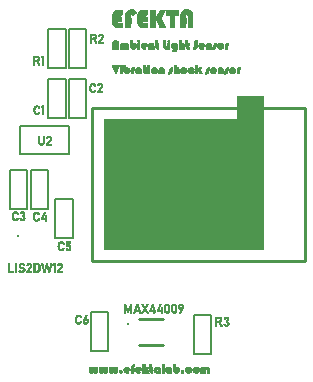
<source format=gbr>
G04 DipTrace 3.2.0.1*
G04 TopSilk.gbr*
%MOIN*%
G04 #@! TF.FileFunction,Legend,Top*
G04 #@! TF.Part,Single*
%ADD10C,0.009843*%
%ADD12C,0.003*%
%ADD13C,0.001969*%
%ADD18C,0.007874*%
%ADD26C,0.011817*%
%ADD30C,0.007876*%
%FSLAX26Y26*%
G04*
G70*
G90*
G75*
G01*
G04 TopSilk*
%LPD*%
X511811Y275569D2*
D10*
X-196814D1*
Y-236198D1*
X511811D1*
Y275569D1*
G36*
X377987Y316168D2*
X285027D1*
Y235813D1*
X377987D1*
Y316168D1*
G37*
D26*
X-75784Y-446851D3*
X-39363Y-515748D2*
D10*
X39374D1*
X-39363Y-429134D2*
X39374D1*
D30*
X-442823Y-151276D3*
G36*
X-157385Y239446D2*
X377858D1*
Y-197454D1*
X-157385D1*
Y239446D1*
G37*
X-273550Y536427D2*
D18*
X-215490D1*
Y406291D1*
X-273550D1*
Y536427D1*
X-342056Y536403D2*
X-283996D1*
Y406268D1*
X-342056D1*
Y536403D1*
X-342919Y370591D2*
X-284858D1*
Y240455D1*
X-342919D1*
Y370591D1*
X-273547D2*
X-215487D1*
Y240455D1*
X-273547D1*
Y370591D1*
X-436020Y213100D2*
X-274034D1*
Y120731D1*
X-436020D1*
Y213100D1*
X-470757Y68807D2*
X-412697D1*
Y-61328D1*
X-470757D1*
Y68807D1*
X-401517Y68382D2*
X-343457D1*
Y-61753D1*
X-401517D1*
Y68382D1*
X-318844Y-28377D2*
X-260783D1*
Y-158512D1*
X-318844D1*
Y-28377D1*
X-200341Y-405474D2*
X-142281D1*
Y-535609D1*
X-200341D1*
Y-405474D1*
X141756Y-414026D2*
X199816D1*
Y-544161D1*
X141756D1*
Y-414026D1*
X214147Y-421705D2*
D13*
X228911D1*
X246627D2*
X252533D1*
X214147Y-422689D2*
X230346D1*
X245226D2*
X253968D1*
X214147Y-423673D2*
X231574D1*
X244089D2*
X255196D1*
X214147Y-424657D2*
X232541D1*
X243236D2*
X256159D1*
X214147Y-425642D2*
X218084D1*
X227577D2*
X233224D1*
X242605D2*
X247612D1*
X251199D2*
X256916D1*
X214147Y-426626D2*
X218084D1*
X228855D2*
X233707D1*
X242163D2*
X246627D1*
X252477D2*
X257193D1*
X214147Y-427610D2*
X218084D1*
X229750D2*
X234113D1*
X241895D2*
X245643D1*
X253368D2*
X257343D1*
X214147Y-428594D2*
X218084D1*
X230421D2*
X234435D1*
X241706D2*
X244659D1*
X254027D2*
X257407D1*
X214147Y-429579D2*
X218084D1*
X230619D2*
X234601D1*
X254199D2*
X257400D1*
X214147Y-430563D2*
X218084D1*
X230693D2*
X234577D1*
X253941D2*
X257281D1*
X214147Y-431547D2*
X218084D1*
X230447D2*
X234383D1*
X253517D2*
X257006D1*
X214147Y-432531D2*
X218084D1*
X229787D2*
X234111D1*
X252410D2*
X256554D1*
X214147Y-433516D2*
X218084D1*
X227194D2*
X233783D1*
X251088D2*
X255834D1*
X214147Y-434500D2*
X218084D1*
X222747D2*
X233290D1*
X249795D2*
X254772D1*
X214147Y-435484D2*
X232567D1*
X249153D2*
X253517D1*
X214147Y-436469D2*
X231643D1*
X248949D2*
X254682D1*
X214147Y-437453D2*
X230684D1*
X250303D2*
X255680D1*
X214147Y-438437D2*
X229842D1*
X251745D2*
X256467D1*
X214147Y-439421D2*
X218084D1*
X224818D2*
X229639D1*
X252938D2*
X257101D1*
X214147Y-440406D2*
X218084D1*
X225523D2*
X229910D1*
X253866D2*
X257621D1*
X214147Y-441390D2*
X218084D1*
X226124D2*
X230363D1*
X254195D2*
X258010D1*
X214147Y-442374D2*
X218084D1*
X226665D2*
X230940D1*
X254368D2*
X258237D1*
X214147Y-443358D2*
X218084D1*
X227176D2*
X231519D1*
X254405D2*
X258317D1*
X214147Y-444343D2*
X218084D1*
X227677D2*
X232064D1*
X240722D2*
X244659D1*
X254341D2*
X258238D1*
X214147Y-445327D2*
X218084D1*
X228171D2*
X232584D1*
X241100D2*
X245307D1*
X253804D2*
X257988D1*
X214147Y-446311D2*
X218084D1*
X228665D2*
X233086D1*
X241557D2*
X247018D1*
X252121D2*
X257611D1*
X214147Y-447295D2*
X218084D1*
X229156D2*
X233584D1*
X242147D2*
X249531D1*
X249622D2*
X257129D1*
X214147Y-448280D2*
X218084D1*
X229646D2*
X234080D1*
X242933D2*
X256459D1*
X214147Y-449264D2*
X218084D1*
X230112D2*
X234599D1*
X243952D2*
X255453D1*
X214147Y-450248D2*
X218084D1*
X230522D2*
X235173D1*
X245219D2*
X254080D1*
X214147Y-451232D2*
X218084D1*
X230879D2*
X235801D1*
X246627D2*
X252533D1*
X-90773Y-378438D2*
X-86836D1*
X-69119D2*
X-65182D1*
X-49434D2*
X-45497D1*
X-32702D2*
X-28765D1*
X-14986D2*
X-11049D1*
X3715D2*
X7652D1*
X28322D2*
X32259D1*
X48991D2*
X54896D1*
X72613D2*
X78518D1*
X95251D2*
X101156D1*
X-90773Y-379423D2*
X-86496D1*
X-69460D2*
X-65182D1*
X-49586D2*
X-45341D1*
X-32058D2*
X-27937D1*
X-15478D2*
X-11541D1*
X3341D2*
X7278D1*
X27948D2*
X31885D1*
X47556D2*
X56331D1*
X71178D2*
X79953D1*
X93850D2*
X102557D1*
X-90773Y-380407D2*
X-86168D1*
X-69787D2*
X-65182D1*
X-49834D2*
X-45063D1*
X-31401D2*
X-27231D1*
X-16050D2*
X-12116D1*
X2918D2*
X6855D1*
X27525D2*
X31462D1*
X46328D2*
X57560D1*
X69950D2*
X81182D1*
X92713D2*
X103694D1*
X-90773Y-381391D2*
X-85852D1*
X-70103D2*
X-65182D1*
X-50124D2*
X-44683D1*
X-30729D2*
X-26627D1*
X-16620D2*
X-12718D1*
X2461D2*
X6398D1*
X27068D2*
X31005D1*
X45364D2*
X58523D1*
X68986D2*
X82145D1*
X91860D2*
X104547D1*
X-90773Y-382375D2*
X-85485D1*
X-70470D2*
X-65182D1*
X-50425D2*
X-44271D1*
X-30081D2*
X-26055D1*
X-17163D2*
X-13352D1*
X1987D2*
X5920D1*
X26593D2*
X30526D1*
X44608D2*
X50210D1*
X53677D2*
X59279D1*
X68230D2*
X73832D1*
X77299D2*
X82901D1*
X91228D2*
X96618D1*
X99823D2*
X105179D1*
X-90773Y-383360D2*
X-85060D1*
X-70895D2*
X-65182D1*
X-50787D2*
X-43892D1*
X-29427D2*
X-25449D1*
X-17711D2*
X-14009D1*
X1532D2*
X5435D1*
X26139D2*
X30041D1*
X44294D2*
X48815D1*
X55073D2*
X59556D1*
X67916D2*
X72437D1*
X78695D2*
X83178D1*
X90790D2*
X95432D1*
X101100D2*
X105617D1*
X-90773Y-384344D2*
X-84601D1*
X-71355D2*
X-65182D1*
X-51207D2*
X-43553D1*
X-28762D2*
X-24808D1*
X-18307D2*
X-14622D1*
X1136D2*
X4944D1*
X25743D2*
X29550D1*
X44017D2*
X47742D1*
X56146D2*
X59706D1*
X67639D2*
X71364D1*
X79768D2*
X83328D1*
X90539D2*
X94651D1*
X101995D2*
X105868D1*
X-90773Y-385328D2*
X-84121D1*
X-71835D2*
X-65182D1*
X-51635D2*
X-48602D1*
X-46330D2*
X-43205D1*
X-28146D2*
X-24202D1*
X-18953D2*
X-15183D1*
X787D2*
X4453D1*
X25393D2*
X29060D1*
X43714D2*
X47369D1*
X56519D2*
X59774D1*
X67336D2*
X70991D1*
X80141D2*
X83396D1*
X90416D2*
X94130D1*
X102666D2*
X105990D1*
X-90773Y-386312D2*
X-83635D1*
X-72321D2*
X-65182D1*
X-52020D2*
X-48850D1*
X-46082D2*
X-42870D1*
X-27584D2*
X-23645D1*
X-19629D2*
X-15738D1*
X405D2*
X3961D1*
X25012D2*
X28567D1*
X43434D2*
X47169D1*
X56718D2*
X59801D1*
X67056D2*
X70791D1*
X80340D2*
X83424D1*
X90363D2*
X93761D1*
X102864D2*
X106044D1*
X-90773Y-387297D2*
X-83147D1*
X-72808D2*
X-65182D1*
X-52362D2*
X-49140D1*
X-45792D2*
X-42549D1*
X-27029D2*
X-23097D1*
X-20461D2*
X-16337D1*
X-26D2*
X3470D1*
X24581D2*
X28076D1*
X43252D2*
X47079D1*
X56808D2*
X59812D1*
X66874D2*
X70701D1*
X80430D2*
X83434D1*
X90346D2*
X93856D1*
X102862D2*
X106065D1*
X-90773Y-388281D2*
X-82688D1*
X-73268D2*
X-65182D1*
X-52710D2*
X-49437D1*
X-45494D2*
X-42180D1*
X-26430D2*
X-22510D1*
X-21575D2*
X-16976D1*
X-487D2*
X2977D1*
X24119D2*
X27583D1*
X43157D2*
X47043D1*
X56844D2*
X59816D1*
X66779D2*
X70665D1*
X80466D2*
X83438D1*
X90372D2*
X94108D1*
X102630D2*
X106073D1*
X-90773Y-389265D2*
X-82290D1*
X-73666D2*
X-65182D1*
X-53046D2*
X-49768D1*
X-45163D2*
X-41758D1*
X-25791D2*
X-17580D1*
X-968D2*
X2485D1*
X23638D2*
X27092D1*
X43114D2*
X47030D1*
X56858D2*
X59817D1*
X66736D2*
X70652D1*
X80480D2*
X83439D1*
X90499D2*
X94486D1*
X102244D2*
X106072D1*
X-90773Y-390249D2*
X-81939D1*
X-74016D2*
X-71240D1*
X-69119D2*
X-65182D1*
X-53367D2*
X-50097D1*
X-44835D2*
X-41328D1*
X-25190D2*
X-18137D1*
X-1454D2*
X1996D1*
X7652D2*
X10605D1*
X23152D2*
X26603D1*
X32259D2*
X35211D1*
X43096D2*
X47025D1*
X56862D2*
X59817D1*
X66718D2*
X70647D1*
X80484D2*
X83439D1*
X90772D2*
X96130D1*
X101233D2*
X106038D1*
X-90773Y-391234D2*
X-86836D1*
X-84712D2*
X-81558D1*
X-74398D2*
X-71488D1*
X-69119D2*
X-65182D1*
X-53736D2*
X-50412D1*
X-44520D2*
X-40943D1*
X-24674D2*
X-18685D1*
X-1946D2*
X1536D1*
X7652D2*
X10605D1*
X22661D2*
X26142D1*
X32259D2*
X35211D1*
X43089D2*
X47023D1*
X56864D2*
X59818D1*
X66711D2*
X70645D1*
X80486D2*
X83440D1*
X91192D2*
X98813D1*
X98929D2*
X105910D1*
X-90773Y-392218D2*
X-86836D1*
X-84433D2*
X-81127D1*
X-74829D2*
X-71777D1*
X-69119D2*
X-65182D1*
X-54158D2*
X-50749D1*
X-44183D2*
X-40602D1*
X-24320D2*
X-19273D1*
X-2436D2*
X1137D1*
X7652D2*
X10605D1*
X22170D2*
X25744D1*
X32259D2*
X35211D1*
X43087D2*
X47023D1*
X56865D2*
X59818D1*
X66709D2*
X70645D1*
X80487D2*
X83440D1*
X91813D2*
X105639D1*
X-90773Y-393202D2*
X-86836D1*
X-84049D2*
X-80665D1*
X-75291D2*
X-72079D1*
X-69119D2*
X-65182D1*
X-54588D2*
X-51080D1*
X-43852D2*
X-40253D1*
X-24133D2*
X-19907D1*
X-2929D2*
X787D1*
X7652D2*
X10605D1*
X21677D2*
X25393D1*
X32259D2*
X35211D1*
X43086D2*
X47022D1*
X56865D2*
X59818D1*
X66708D2*
X70644D1*
X80487D2*
X83440D1*
X92635D2*
X105258D1*
X-90773Y-394186D2*
X-86836D1*
X-83606D2*
X-80184D1*
X-75771D2*
X-72441D1*
X-69119D2*
X-65182D1*
X-54973D2*
X-51396D1*
X-43536D2*
X-39917D1*
X-24467D2*
X-19079D1*
X-3420D2*
X406D1*
X7652D2*
X10605D1*
X21186D2*
X25012D1*
X32259D2*
X35211D1*
X43085D2*
X47022D1*
X56865D2*
X59818D1*
X66707D2*
X70644D1*
X80487D2*
X83440D1*
X94500D2*
X104816D1*
X-90773Y-395171D2*
X-86836D1*
X-83133D2*
X-79695D1*
X-76261D2*
X-72864D1*
X-69119D2*
X-65182D1*
X-55314D2*
X-51739D1*
X-43193D2*
X-39596D1*
X-24959D2*
X-18373D1*
X-3913D2*
X-25D1*
X7652D2*
X10605D1*
X20693D2*
X24581D1*
X32259D2*
X35211D1*
X43085D2*
X47022D1*
X56865D2*
X59818D1*
X66707D2*
X70644D1*
X80487D2*
X83440D1*
X97106D2*
X104343D1*
X-90773Y-396155D2*
X-86836D1*
X-82649D2*
X-79178D1*
X-76777D2*
X-73324D1*
X-69119D2*
X-65182D1*
X-55663D2*
X-52078D1*
X-42854D2*
X-39227D1*
X-25497D2*
X-17769D1*
X-4404D2*
X-491D1*
X7652D2*
X10605D1*
X20202D2*
X24116D1*
X32259D2*
X35211D1*
X43085D2*
X47022D1*
X56865D2*
X59818D1*
X66707D2*
X70644D1*
X80487D2*
X83440D1*
X100172D2*
X103859D1*
X-90773Y-397139D2*
X-86836D1*
X-82163D2*
X-78604D1*
X-77351D2*
X-73803D1*
X-69119D2*
X-65182D1*
X-55999D2*
X-52387D1*
X-42545D2*
X-38805D1*
X-26028D2*
X-17197D1*
X-4894D2*
X-997D1*
X7652D2*
X10605D1*
X19713D2*
X23610D1*
X32259D2*
X35211D1*
X43089D2*
X47022D1*
X56865D2*
X59818D1*
X66711D2*
X70644D1*
X80487D2*
X83440D1*
X99562D2*
X103369D1*
X-90773Y-398123D2*
X-86836D1*
X-81703D2*
X-74289D1*
X-69119D2*
X-65182D1*
X-56316D2*
X-38376D1*
X-26571D2*
X-22704D1*
X-19751D2*
X-16591D1*
X-5350D2*
X-1566D1*
X7652D2*
X10605D1*
X19256D2*
X23040D1*
X32259D2*
X35211D1*
X43124D2*
X47022D1*
X56865D2*
X59818D1*
X66746D2*
X70644D1*
X80487D2*
X83440D1*
X99000D2*
X102879D1*
X-90773Y-399108D2*
X-86836D1*
X-81305D2*
X-74776D1*
X-69119D2*
X-65182D1*
X-56654D2*
X-37990D1*
X-27166D2*
X-23409D1*
X-19468D2*
X-15945D1*
X-5714D2*
X-2190D1*
X7652D2*
X10605D1*
X18892D2*
X22416D1*
X32259D2*
X35211D1*
X43249D2*
X47026D1*
X56861D2*
X59818D1*
X66871D2*
X70648D1*
X80483D2*
X83440D1*
X98473D2*
X102386D1*
X-90773Y-400092D2*
X-86836D1*
X-80955D2*
X-75236D1*
X-69119D2*
X-65182D1*
X-56986D2*
X-37649D1*
X-27807D2*
X-24013D1*
X-19054D2*
X-15309D1*
X-5935D2*
X12573D1*
X18671D2*
X37180D1*
X43485D2*
X47068D1*
X56819D2*
X59818D1*
X67107D2*
X70690D1*
X80441D2*
X83440D1*
X97967D2*
X101895D1*
X-90773Y-401076D2*
X-86836D1*
X-80570D2*
X-75637D1*
X-69119D2*
X-65182D1*
X-57305D2*
X-37300D1*
X-28442D2*
X-24586D1*
X-18516D2*
X-14660D1*
X-6046D2*
X12573D1*
X18560D2*
X37180D1*
X43741D2*
X47172D1*
X56715D2*
X59814D1*
X67363D2*
X70794D1*
X80337D2*
X83436D1*
X97468D2*
X101402D1*
X-90773Y-402060D2*
X-86836D1*
X-80114D2*
X-76011D1*
X-69119D2*
X-65182D1*
X-57673D2*
X-54393D1*
X-40424D2*
X-36964D1*
X-29090D2*
X-25191D1*
X-17902D2*
X-13997D1*
X-6098D2*
X12573D1*
X18509D2*
X37180D1*
X43951D2*
X47716D1*
X56171D2*
X59775D1*
X67573D2*
X71338D1*
X79793D2*
X83397D1*
X96975D2*
X100910D1*
X-90773Y-403045D2*
X-86836D1*
X-79570D2*
X-76465D1*
X-69119D2*
X-65182D1*
X-58095D2*
X-54519D1*
X-40176D2*
X-36648D1*
X-29754D2*
X-25833D1*
X-17307D2*
X-13382D1*
X-6127D2*
X12573D1*
X18479D2*
X37180D1*
X44206D2*
X49401D1*
X54486D2*
X59611D1*
X67828D2*
X73023D1*
X78108D2*
X83233D1*
X96481D2*
X100418D1*
X-90773Y-404029D2*
X-86836D1*
X-78962D2*
X-76993D1*
X-69119D2*
X-65182D1*
X-58525D2*
X-54759D1*
X-39887D2*
X-36309D1*
X-30369D2*
X-26438D1*
X-16752D2*
X-12820D1*
X7652D2*
X10605D1*
X32259D2*
X35211D1*
X44652D2*
X51901D1*
X51986D2*
X59208D1*
X68274D2*
X75523D1*
X75608D2*
X82830D1*
X95989D2*
X99926D1*
X-90773Y-405013D2*
X-86836D1*
X-69119D2*
X-65182D1*
X-58913D2*
X-55049D1*
X-39588D2*
X-35975D1*
X-30930D2*
X-26996D1*
X-16197D2*
X-12261D1*
X7652D2*
X10605D1*
X32259D2*
X35211D1*
X45358D2*
X58519D1*
X68980D2*
X82141D1*
X95499D2*
X99436D1*
X-90773Y-405997D2*
X-86836D1*
X-69119D2*
X-65182D1*
X-59282D2*
X-55373D1*
X-39252D2*
X-35632D1*
X-31480D2*
X-27544D1*
X-15567D2*
X-11630D1*
X7652D2*
X10605D1*
X32259D2*
X35211D1*
X46340D2*
X57543D1*
X69962D2*
X81165D1*
X95034D2*
X98971D1*
X-90773Y-406982D2*
X-86836D1*
X-69119D2*
X-65182D1*
X-59733D2*
X-55806D1*
X-38916D2*
X-35192D1*
X-32068D2*
X-28131D1*
X-14815D2*
X-10879D1*
X7652D2*
X10605D1*
X32259D2*
X35211D1*
X47592D2*
X56294D1*
X71214D2*
X79916D1*
X94624D2*
X98561D1*
X-90773Y-407966D2*
X-86836D1*
X-69119D2*
X-65182D1*
X-60261D2*
X-56324D1*
X-38608D2*
X-34671D1*
X-32702D2*
X-28765D1*
X-14001D2*
X-10064D1*
X7652D2*
X10605D1*
X32259D2*
X35211D1*
X48991D2*
X54896D1*
X72613D2*
X78518D1*
X94266D2*
X98203D1*
X-245455Y-414605D2*
X-239550D1*
X-217896D2*
X-214944D1*
X-247344Y-415589D2*
X-237812D1*
X-218725D2*
X-215318D1*
X-248859Y-416573D2*
X-236379D1*
X-219430D2*
X-215740D1*
X-250001Y-417558D2*
X-235304D1*
X-220030D2*
X-216198D1*
X-250837Y-418542D2*
X-244274D1*
X-240731D2*
X-234451D1*
X-220572D2*
X-216676D1*
X-251457Y-419526D2*
X-245799D1*
X-239209D2*
X-233733D1*
X-221083D2*
X-217161D1*
X-251893Y-420510D2*
X-246984D1*
X-238046D2*
X-233209D1*
X-221584D2*
X-217652D1*
X-252176Y-421495D2*
X-247854D1*
X-237231D2*
X-232887D1*
X-222078D2*
X-218142D1*
X-252423Y-422479D2*
X-248491D1*
X-236597D2*
X-232660D1*
X-222571D2*
X-218632D1*
X-252711Y-423463D2*
X-248931D1*
X-223063D2*
X-219098D1*
X-252985Y-424448D2*
X-249183D1*
X-223556D2*
X-219508D1*
X-253164Y-425432D2*
X-249305D1*
X-224047D2*
X-219865D1*
X-253259Y-426416D2*
X-249359D1*
X-224537D2*
X-217063D1*
X-253301Y-427400D2*
X-249380D1*
X-224997D2*
X-214952D1*
X-253319Y-428385D2*
X-249388D1*
X-225395D2*
X-213434D1*
X-253326Y-429369D2*
X-249391D1*
X-225742D2*
X-212360D1*
X-253328Y-430353D2*
X-249392D1*
X-226089D2*
X-220812D1*
X-217261D2*
X-211553D1*
X-253325Y-431337D2*
X-249392D1*
X-226391D2*
X-221666D1*
X-215984D2*
X-211272D1*
X-253291Y-432322D2*
X-249388D1*
X-226582D2*
X-222376D1*
X-215089D2*
X-211119D1*
X-253165Y-433306D2*
X-249354D1*
X-226681D2*
X-222940D1*
X-214418D2*
X-211051D1*
X-252930Y-434290D2*
X-249225D1*
X-226726D2*
X-223318D1*
X-214186D2*
X-211023D1*
X-252674Y-435274D2*
X-248950D1*
X-226744D2*
X-223526D1*
X-214093D2*
X-211012D1*
X-252467Y-436259D2*
X-248530D1*
X-236597D2*
X-232660D1*
X-226747D2*
X-223299D1*
X-214168D2*
X-211012D1*
X-252247Y-437243D2*
X-247909D1*
X-237180D2*
X-232850D1*
X-226715D2*
X-222905D1*
X-214376D2*
X-211046D1*
X-251931Y-438227D2*
X-247087D1*
X-237956D2*
X-233224D1*
X-226586D2*
X-222382D1*
X-214954D2*
X-211174D1*
X-251497Y-439211D2*
X-245221D1*
X-239801D2*
X-233757D1*
X-226313D2*
X-221082D1*
X-216520D2*
X-211449D1*
X-250912Y-440196D2*
X-242615D1*
X-242396D2*
X-234384D1*
X-225893D2*
X-219189D1*
X-218921D2*
X-211869D1*
X-250091Y-441180D2*
X-235210D1*
X-225284D2*
X-212477D1*
X-248921Y-442164D2*
X-236391D1*
X-224389D2*
X-213372D1*
X-247317Y-443148D2*
X-237897D1*
X-223193D2*
X-214568D1*
X-245455Y-444133D2*
X-239550D1*
X-221833D2*
X-215928D1*
X-477564Y-242475D2*
X-473627D1*
X-452958D2*
X-449021D1*
X-435241D2*
X-427367D1*
X-410635D2*
X-403745D1*
X-391934D2*
X-378155D1*
X-366344D2*
X-362407D1*
X-350596D2*
X-347643D1*
X-335832D2*
X-331895D1*
X-325005D2*
X-321068D1*
X-308273D2*
X-301383D1*
X-477564Y-243459D2*
X-473627D1*
X-452958D2*
X-449021D1*
X-436979D2*
X-425638D1*
X-412036D2*
X-402463D1*
X-391934D2*
X-376417D1*
X-366007D2*
X-362369D1*
X-350748D2*
X-347606D1*
X-335870D2*
X-332231D1*
X-326403D2*
X-321068D1*
X-309674D2*
X-300101D1*
X-477564Y-244444D2*
X-473627D1*
X-452958D2*
X-449021D1*
X-438409D2*
X-424093D1*
X-413173D2*
X-401474D1*
X-391934D2*
X-374987D1*
X-365714D2*
X-362243D1*
X-350992D2*
X-347479D1*
X-335996D2*
X-332528D1*
X-327505D2*
X-321068D1*
X-310811D2*
X-299112D1*
X-477564Y-245428D2*
X-473627D1*
X-452958D2*
X-449021D1*
X-439448D2*
X-423295D1*
X-414026D2*
X-400731D1*
X-391934D2*
X-373944D1*
X-365524D2*
X-362007D1*
X-351251D2*
X-347240D1*
X-336232D2*
X-332749D1*
X-328357D2*
X-321068D1*
X-311664D2*
X-298369D1*
X-477564Y-246412D2*
X-473627D1*
X-452958D2*
X-449021D1*
X-440176D2*
X-434060D1*
X-428352D2*
X-423183D1*
X-414658D2*
X-409305D1*
X-405949D2*
X-400130D1*
X-391934D2*
X-387997D1*
X-379336D2*
X-373182D1*
X-365393D2*
X-361751D1*
X-351458D2*
X-346953D1*
X-336488D2*
X-332971D1*
X-328660D2*
X-321068D1*
X-312296D2*
X-306943D1*
X-303586D2*
X-297768D1*
X-477564Y-247396D2*
X-473627D1*
X-452958D2*
X-449021D1*
X-440658D2*
X-435581D1*
X-425399D2*
X-423430D1*
X-415099D2*
X-410616D1*
X-404553D2*
X-399632D1*
X-391934D2*
X-387997D1*
X-377815D2*
X-372574D1*
X-365224D2*
X-361545D1*
X-351675D2*
X-346656D1*
X-336694D2*
X-333250D1*
X-328832D2*
X-325990D1*
X-324021D2*
X-321068D1*
X-312737D2*
X-308254D1*
X-302191D2*
X-297270D1*
X-477564Y-248381D2*
X-473627D1*
X-452958D2*
X-449021D1*
X-440927D2*
X-436728D1*
X-415368D2*
X-411657D1*
X-403480D2*
X-399285D1*
X-391934D2*
X-387997D1*
X-376665D2*
X-372070D1*
X-364971D2*
X-361328D1*
X-351952D2*
X-346329D1*
X-336911D2*
X-333525D1*
X-328942D2*
X-327958D1*
X-324021D2*
X-321068D1*
X-313005D2*
X-309295D1*
X-301118D2*
X-296923D1*
X-477564Y-249365D2*
X-473627D1*
X-452958D2*
X-449021D1*
X-441056D2*
X-437590D1*
X-415556D2*
X-412604D1*
X-403059D2*
X-399095D1*
X-391934D2*
X-387997D1*
X-375791D2*
X-371688D1*
X-364708D2*
X-361051D1*
X-352226D2*
X-346031D1*
X-337188D2*
X-333738D1*
X-324021D2*
X-321068D1*
X-313194D2*
X-310241D1*
X-300696D2*
X-296733D1*
X-477564Y-250349D2*
X-473627D1*
X-452958D2*
X-449021D1*
X-441112D2*
X-437843D1*
X-403053D2*
X-399288D1*
X-391934D2*
X-387997D1*
X-375487D2*
X-371461D1*
X-364499D2*
X-360781D1*
X-352438D2*
X-345807D1*
X-337462D2*
X-333957D1*
X-324021D2*
X-321068D1*
X-300691D2*
X-296925D1*
X-477564Y-251333D2*
X-473627D1*
X-452958D2*
X-449021D1*
X-441130D2*
X-437700D1*
X-403251D2*
X-399541D1*
X-391934D2*
X-387997D1*
X-375323D2*
X-371347D1*
X-364281D2*
X-360599D1*
X-352658D2*
X-345584D1*
X-337675D2*
X-334235D1*
X-324021D2*
X-321068D1*
X-300888D2*
X-297179D1*
X-477564Y-252318D2*
X-473627D1*
X-452958D2*
X-449021D1*
X-441100D2*
X-437188D1*
X-403600D2*
X-399826D1*
X-391934D2*
X-387997D1*
X-375249D2*
X-371297D1*
X-364003D2*
X-360470D1*
X-352936D2*
X-345304D1*
X-337894D2*
X-334509D1*
X-324021D2*
X-321068D1*
X-301238D2*
X-297464D1*
X-477564Y-253302D2*
X-473627D1*
X-452958D2*
X-449021D1*
X-440939D2*
X-435747D1*
X-404034D2*
X-400185D1*
X-391934D2*
X-387997D1*
X-375219D2*
X-371277D1*
X-363730D2*
X-360302D1*
X-353210D2*
X-349422D1*
X-347639D2*
X-345029D1*
X-338172D2*
X-334722D1*
X-324021D2*
X-321068D1*
X-301671D2*
X-297823D1*
X-477564Y-254286D2*
X-473627D1*
X-452958D2*
X-449021D1*
X-440537D2*
X-433483D1*
X-404537D2*
X-400636D1*
X-391934D2*
X-387997D1*
X-375208D2*
X-371269D1*
X-363517D2*
X-360049D1*
X-353423D2*
X-350032D1*
X-347605D2*
X-344816D1*
X-338442D2*
X-334941D1*
X-324021D2*
X-321068D1*
X-302174D2*
X-298274D1*
X-477564Y-255270D2*
X-473627D1*
X-452958D2*
X-449021D1*
X-439835D2*
X-430615D1*
X-405144D2*
X-401189D1*
X-391934D2*
X-387997D1*
X-375204D2*
X-371267D1*
X-363298D2*
X-359786D1*
X-353642D2*
X-350487D1*
X-347479D2*
X-344597D1*
X-338624D2*
X-335219D1*
X-324021D2*
X-321068D1*
X-302782D2*
X-298827D1*
X-477564Y-256255D2*
X-473627D1*
X-452958D2*
X-449021D1*
X-438736D2*
X-427835D1*
X-405870D2*
X-401814D1*
X-391934D2*
X-387997D1*
X-375203D2*
X-371266D1*
X-363019D2*
X-359578D1*
X-353920D2*
X-350883D1*
X-347243D2*
X-344319D1*
X-338753D2*
X-335493D1*
X-324021D2*
X-321068D1*
X-303507D2*
X-299451D1*
X-477564Y-257239D2*
X-473627D1*
X-452958D2*
X-449021D1*
X-436976D2*
X-425651D1*
X-406616D2*
X-402446D1*
X-391934D2*
X-387997D1*
X-375202D2*
X-371265D1*
X-362746D2*
X-359360D1*
X-354194D2*
X-351208D1*
X-346987D2*
X-344045D1*
X-338921D2*
X-335706D1*
X-324021D2*
X-321068D1*
X-304254D2*
X-300083D1*
X-477564Y-258223D2*
X-473627D1*
X-452958D2*
X-449021D1*
X-434417D2*
X-424125D1*
X-407315D2*
X-403122D1*
X-391934D2*
X-387997D1*
X-375202D2*
X-371265D1*
X-362533D2*
X-359082D1*
X-354407D2*
X-351442D1*
X-346781D2*
X-343832D1*
X-339174D2*
X-335925D1*
X-324021D2*
X-321068D1*
X-304953D2*
X-300760D1*
X-477564Y-259207D2*
X-473627D1*
X-452958D2*
X-449021D1*
X-431464D2*
X-423101D1*
X-408027D2*
X-403880D1*
X-391934D2*
X-387997D1*
X-375202D2*
X-371265D1*
X-362314D2*
X-358812D1*
X-354626D2*
X-351669D1*
X-346564D2*
X-343613D1*
X-339437D2*
X-336204D1*
X-324021D2*
X-321068D1*
X-305664D2*
X-301517D1*
X-477564Y-260192D2*
X-473627D1*
X-452958D2*
X-449021D1*
X-428842D2*
X-422401D1*
X-408828D2*
X-404639D1*
X-391934D2*
X-387997D1*
X-375202D2*
X-371265D1*
X-362035D2*
X-358626D1*
X-354912D2*
X-351950D1*
X-346283D2*
X-343334D1*
X-339646D2*
X-336477D1*
X-324021D2*
X-321068D1*
X-306465D2*
X-302277D1*
X-477564Y-261176D2*
X-473627D1*
X-452958D2*
X-449021D1*
X-426963D2*
X-421936D1*
X-409683D2*
X-405343D1*
X-391934D2*
X-387997D1*
X-375202D2*
X-371265D1*
X-361761D2*
X-358458D1*
X-355257D2*
X-352225D1*
X-345979D2*
X-343061D1*
X-339867D2*
X-336690D1*
X-324021D2*
X-321068D1*
X-307321D2*
X-302981D1*
X-477564Y-262160D2*
X-473627D1*
X-452958D2*
X-449021D1*
X-425597D2*
X-421676D1*
X-410499D2*
X-406053D1*
X-391934D2*
X-387997D1*
X-375206D2*
X-371269D1*
X-361548D2*
X-358226D1*
X-355740D2*
X-352438D1*
X-345675D2*
X-342845D1*
X-340182D2*
X-336910D1*
X-324021D2*
X-321068D1*
X-308137D2*
X-303691D1*
X-477564Y-263144D2*
X-473627D1*
X-452958D2*
X-449021D1*
X-425045D2*
X-421551D1*
X-411230D2*
X-406824D1*
X-391934D2*
X-387997D1*
X-375244D2*
X-371304D1*
X-361329D2*
X-357449D1*
X-356512D2*
X-352658D1*
X-345346D2*
X-342599D1*
X-340607D2*
X-337188D1*
X-324021D2*
X-321068D1*
X-308868D2*
X-304462D1*
X-477564Y-264129D2*
X-473627D1*
X-452958D2*
X-449021D1*
X-425009D2*
X-421500D1*
X-411952D2*
X-407589D1*
X-391934D2*
X-387997D1*
X-375412D2*
X-371433D1*
X-361051D2*
X-352940D1*
X-345047D2*
X-342218D1*
X-341137D2*
X-337458D1*
X-324021D2*
X-321068D1*
X-309589D2*
X-305227D1*
X-477564Y-265113D2*
X-473627D1*
X-452958D2*
X-449021D1*
X-425330D2*
X-421517D1*
X-412727D2*
X-408295D1*
X-391934D2*
X-387997D1*
X-375731D2*
X-371703D1*
X-360777D2*
X-353244D1*
X-344823D2*
X-337640D1*
X-324021D2*
X-321068D1*
X-310365D2*
X-305933D1*
X-477564Y-266097D2*
X-473627D1*
X-452958D2*
X-449021D1*
X-441147D2*
X-440163D1*
X-426153D2*
X-421673D1*
X-413490D2*
X-409009D1*
X-391934D2*
X-387997D1*
X-376650D2*
X-372085D1*
X-360564D2*
X-353548D1*
X-344599D2*
X-337768D1*
X-324021D2*
X-321068D1*
X-311128D2*
X-306647D1*
X-477564Y-267081D2*
X-473627D1*
X-452958D2*
X-449021D1*
X-441673D2*
X-436763D1*
X-428685D2*
X-422069D1*
X-414158D2*
X-409815D1*
X-391934D2*
X-387997D1*
X-379346D2*
X-372534D1*
X-360345D2*
X-353878D1*
X-344320D2*
X-337936D1*
X-324021D2*
X-321068D1*
X-311796D2*
X-307452D1*
X-477564Y-268066D2*
X-473627D1*
X-452958D2*
X-449021D1*
X-442353D2*
X-432388D1*
X-432542D2*
X-422728D1*
X-414709D2*
X-410700D1*
X-391934D2*
X-387997D1*
X-383645D2*
X-373080D1*
X-360067D2*
X-354176D1*
X-344045D2*
X-338190D1*
X-324021D2*
X-321068D1*
X-312346D2*
X-308338D1*
X-477564Y-269050D2*
X-458864D1*
X-452958D2*
X-449021D1*
X-443115D2*
X-423626D1*
X-415115D2*
X-398824D1*
X-391934D2*
X-373857D1*
X-359797D2*
X-354403D1*
X-343829D2*
X-338449D1*
X-324021D2*
X-321068D1*
X-312753D2*
X-296462D1*
X-477564Y-270034D2*
X-458864D1*
X-452958D2*
X-449021D1*
X-440966D2*
X-424845D1*
X-415354D2*
X-398824D1*
X-391934D2*
X-375013D1*
X-359618D2*
X-354653D1*
X-343583D2*
X-338624D1*
X-324021D2*
X-321068D1*
X-312992D2*
X-296462D1*
X-477564Y-271018D2*
X-458864D1*
X-452958D2*
X-449021D1*
X-438652D2*
X-426474D1*
X-415478D2*
X-398824D1*
X-391934D2*
X-376509D1*
X-359519D2*
X-355036D1*
X-343202D2*
X-338721D1*
X-324021D2*
X-321068D1*
X-313116D2*
X-296462D1*
X-477564Y-272003D2*
X-458864D1*
X-452958D2*
X-449021D1*
X-436226D2*
X-428352D1*
X-415556D2*
X-398824D1*
X-391934D2*
X-378155D1*
X-359454D2*
X-355517D1*
X-342722D2*
X-338785D1*
X-324021D2*
X-321068D1*
X-313194D2*
X-296462D1*
X-456804Y-70135D2*
X-450899D1*
X-433182D2*
X-427277D1*
X-458694Y-71119D2*
X-449161D1*
X-434584D2*
X-425842D1*
X-460209Y-72104D2*
X-447728D1*
X-435720D2*
X-424614D1*
X-461350Y-73088D2*
X-446654D1*
X-436573D2*
X-423650D1*
X-462187Y-74072D2*
X-455623D1*
X-452080D2*
X-445800D1*
X-437205D2*
X-432198D1*
X-428611D2*
X-422894D1*
X-462806Y-75056D2*
X-457148D1*
X-450558D2*
X-445082D1*
X-437646D2*
X-433182D1*
X-427333D2*
X-422617D1*
X-463242Y-76041D2*
X-458333D1*
X-449395D2*
X-444558D1*
X-437915D2*
X-434167D1*
X-426442D2*
X-422467D1*
X-463525Y-77025D2*
X-459203D1*
X-448580D2*
X-444236D1*
X-438104D2*
X-435151D1*
X-425783D2*
X-422403D1*
X-463772Y-78009D2*
X-459840D1*
X-447946D2*
X-444009D1*
X-425610D2*
X-422410D1*
X-464060Y-78993D2*
X-460280D1*
X-425868D2*
X-422529D1*
X-464334Y-79978D2*
X-460532D1*
X-426293D2*
X-422803D1*
X-464513Y-80962D2*
X-460654D1*
X-427400D2*
X-423256D1*
X-464608Y-81946D2*
X-460708D1*
X-428722D2*
X-423976D1*
X-464650Y-82930D2*
X-460729D1*
X-430015D2*
X-425038D1*
X-464668Y-83915D2*
X-460737D1*
X-430657D2*
X-426293D1*
X-464675Y-84899D2*
X-460740D1*
X-430860D2*
X-425128D1*
X-464677Y-85883D2*
X-460741D1*
X-429507D2*
X-424129D1*
X-464674Y-86867D2*
X-460741D1*
X-428065D2*
X-423343D1*
X-464640Y-87852D2*
X-460738D1*
X-426872D2*
X-422708D1*
X-464515Y-88836D2*
X-460703D1*
X-425943D2*
X-422188D1*
X-464279Y-89820D2*
X-460574D1*
X-425615D2*
X-421800D1*
X-464023Y-90804D2*
X-460300D1*
X-425442D2*
X-421573D1*
X-463816Y-91789D2*
X-459879D1*
X-447946D2*
X-444009D1*
X-425405D2*
X-421493D1*
X-463596Y-92773D2*
X-459258D1*
X-448529D2*
X-444199D1*
X-439088D2*
X-435151D1*
X-425469D2*
X-421571D1*
X-463280Y-93757D2*
X-458436D1*
X-449305D2*
X-444573D1*
X-438710D2*
X-434503D1*
X-426006D2*
X-421821D1*
X-462846Y-94741D2*
X-456570D1*
X-451150D2*
X-445106D1*
X-438253D2*
X-432792D1*
X-427688D2*
X-422199D1*
X-462261Y-95726D2*
X-453965D1*
X-453746D2*
X-445733D1*
X-437662D2*
X-430279D1*
X-430188D2*
X-422681D1*
X-461440Y-96710D2*
X-446559D1*
X-436876D2*
X-423351D1*
X-460270Y-97694D2*
X-447740D1*
X-435857D2*
X-424357D1*
X-458667Y-98678D2*
X-449246D1*
X-434590D2*
X-425730D1*
X-456804Y-99663D2*
X-450899D1*
X-433182D2*
X-427277D1*
X-386017Y-71652D2*
X-380112D1*
X-357474D2*
X-353537D1*
X-387906Y-72636D2*
X-378374D1*
X-357848D2*
X-353911D1*
X-389421Y-73621D2*
X-376940D1*
X-358271D2*
X-354334D1*
X-390562Y-74605D2*
X-375866D1*
X-358728D2*
X-354791D1*
X-391399Y-75589D2*
X-384836D1*
X-381293D2*
X-375013D1*
X-359202D2*
X-355269D1*
X-392019Y-76573D2*
X-386361D1*
X-379771D2*
X-374295D1*
X-359657D2*
X-355754D1*
X-392455Y-77558D2*
X-387545D1*
X-378608D2*
X-373771D1*
X-360053D2*
X-356245D1*
X-392737Y-78542D2*
X-388415D1*
X-377793D2*
X-373449D1*
X-360402D2*
X-356736D1*
X-392984Y-79526D2*
X-389052D1*
X-377159D2*
X-373222D1*
X-360784D2*
X-357228D1*
X-393273Y-80510D2*
X-389493D1*
X-361214D2*
X-357719D1*
X-393546Y-81495D2*
X-389744D1*
X-361676D2*
X-358212D1*
X-393726Y-82479D2*
X-389867D1*
X-362157D2*
X-358704D1*
X-393820Y-83463D2*
X-389920D1*
X-362643D2*
X-359193D1*
X-353537D2*
X-350584D1*
X-393863Y-84448D2*
X-389942D1*
X-363135D2*
X-359653D1*
X-353537D2*
X-350584D1*
X-393881Y-85432D2*
X-389950D1*
X-363625D2*
X-360052D1*
X-353537D2*
X-350584D1*
X-393887Y-86416D2*
X-389953D1*
X-364118D2*
X-360402D1*
X-353537D2*
X-350584D1*
X-393890Y-87400D2*
X-389954D1*
X-364609D2*
X-360783D1*
X-353537D2*
X-350584D1*
X-393887Y-88385D2*
X-389954D1*
X-365102D2*
X-361214D1*
X-353537D2*
X-350584D1*
X-393852Y-89369D2*
X-389950D1*
X-365593D2*
X-361680D1*
X-353537D2*
X-350576D1*
X-393727Y-90353D2*
X-389916D1*
X-366083D2*
X-362186D1*
X-353537D2*
X-350507D1*
X-393491Y-91337D2*
X-389786D1*
X-366539D2*
X-362755D1*
X-353537D2*
X-350346D1*
X-393235Y-92322D2*
X-389512D1*
X-366903D2*
X-363379D1*
X-353537D2*
X-349807D1*
X-393029Y-93306D2*
X-389092D1*
X-377159D2*
X-373222D1*
X-367124D2*
X-349293D1*
X-392808Y-94290D2*
X-388471D1*
X-377742D2*
X-373411D1*
X-367235D2*
X-348907D1*
X-392493Y-95274D2*
X-387648D1*
X-378517D2*
X-373785D1*
X-367287D2*
X-348953D1*
X-392059Y-96259D2*
X-385783D1*
X-380363D2*
X-374318D1*
X-367316D2*
X-349438D1*
X-391473Y-97243D2*
X-383177D1*
X-382958D2*
X-374946D1*
X-353537D2*
X-349932D1*
X-390653Y-98227D2*
X-375772D1*
X-353537D2*
X-350268D1*
X-389483Y-99211D2*
X-376952D1*
X-353537D2*
X-350448D1*
X-387879Y-100196D2*
X-378459D1*
X-353537D2*
X-350533D1*
X-386017Y-101180D2*
X-380112D1*
X-353537D2*
X-350584D1*
X-303928Y-170068D2*
X-298022D1*
X-284243D2*
X-269479D1*
X-305817Y-171052D2*
X-296285D1*
X-284243D2*
X-269479D1*
X-307332Y-172037D2*
X-294851D1*
X-284243D2*
X-269479D1*
X-308473Y-173021D2*
X-293777D1*
X-284243D2*
X-269479D1*
X-309310Y-174005D2*
X-302746D1*
X-299204D2*
X-292924D1*
X-284243D2*
X-280306D1*
X-309929Y-174990D2*
X-304272D1*
X-297681D2*
X-292206D1*
X-284243D2*
X-280306D1*
X-310366Y-175974D2*
X-305456D1*
X-296519D2*
X-291681D1*
X-284243D2*
X-280306D1*
X-310648Y-176958D2*
X-306326D1*
X-295703D2*
X-291359D1*
X-284243D2*
X-280302D1*
X-310895Y-177942D2*
X-306963D1*
X-295070D2*
X-291133D1*
X-284243D2*
X-280264D1*
X-311184Y-178927D2*
X-307404D1*
X-284243D2*
X-280112D1*
X-311457Y-179911D2*
X-307655D1*
X-284243D2*
X-279776D1*
X-278337D2*
X-273416D1*
X-311637Y-180895D2*
X-307778D1*
X-284243D2*
X-272015D1*
X-311731Y-181879D2*
X-307831D1*
X-284243D2*
X-270878D1*
X-311774Y-182864D2*
X-307852D1*
X-284243D2*
X-270025D1*
X-311791Y-183848D2*
X-307860D1*
X-284243D2*
X-278156D1*
X-274438D2*
X-269394D1*
X-311798Y-184832D2*
X-307863D1*
X-284243D2*
X-279779D1*
X-273583D2*
X-268955D1*
X-311801Y-185816D2*
X-307864D1*
X-284243D2*
X-281290D1*
X-272874D2*
X-268704D1*
X-311798Y-186801D2*
X-307865D1*
X-272306D2*
X-268582D1*
X-311763Y-187785D2*
X-307861D1*
X-271893D2*
X-268529D1*
X-311638Y-188769D2*
X-307826D1*
X-271656D2*
X-268507D1*
X-311402Y-189753D2*
X-307697D1*
X-271571D2*
X-268499D1*
X-311146Y-190738D2*
X-307423D1*
X-271648D2*
X-268496D1*
X-310940Y-191722D2*
X-307003D1*
X-295070D2*
X-291133D1*
X-271902D2*
X-268499D1*
X-310719Y-192706D2*
X-306382D1*
X-295652D2*
X-291322D1*
X-284243D2*
X-281290D1*
X-272322D2*
X-268533D1*
X-310403Y-193690D2*
X-305559D1*
X-296428D2*
X-291696D1*
X-284087D2*
X-280642D1*
X-272862D2*
X-268663D1*
X-309970Y-194675D2*
X-303694D1*
X-298274D2*
X-292229D1*
X-283804D2*
X-278931D1*
X-274165D2*
X-268937D1*
X-309384Y-195659D2*
X-301088D1*
X-300869D2*
X-292856D1*
X-283382D2*
X-276418D1*
X-276060D2*
X-269357D1*
X-308564Y-196643D2*
X-293683D1*
X-282772D2*
X-269965D1*
X-307393Y-197627D2*
X-294863D1*
X-281878D2*
X-270860D1*
X-305790Y-198612D2*
X-296370D1*
X-280682D2*
X-272056D1*
X-303928Y-199596D2*
X-298022D1*
X-279322D2*
X-273416D1*
X-393575Y448966D2*
X-378811D1*
X-363063D2*
X-359126D1*
X-393575Y447982D2*
X-377376D1*
X-364460D2*
X-359126D1*
X-393575Y446997D2*
X-376148D1*
X-365563D2*
X-359126D1*
X-393575Y446013D2*
X-375181D1*
X-366415D2*
X-359126D1*
X-393575Y445029D2*
X-389638D1*
X-380145D2*
X-374498D1*
X-366718D2*
X-359126D1*
X-393575Y444045D2*
X-389638D1*
X-378867D2*
X-374014D1*
X-366889D2*
X-364047D1*
X-362079D2*
X-359126D1*
X-393575Y443060D2*
X-389638D1*
X-377972D2*
X-373608D1*
X-367000D2*
X-366016D1*
X-362079D2*
X-359126D1*
X-393575Y442076D2*
X-389638D1*
X-377301D2*
X-373287D1*
X-362079D2*
X-359126D1*
X-393575Y441092D2*
X-389638D1*
X-377103D2*
X-373121D1*
X-362079D2*
X-359126D1*
X-393575Y440108D2*
X-389638D1*
X-377029D2*
X-373145D1*
X-362079D2*
X-359126D1*
X-393575Y439123D2*
X-389638D1*
X-377275D2*
X-373339D1*
X-362079D2*
X-359126D1*
X-393575Y438139D2*
X-389638D1*
X-377935D2*
X-373611D1*
X-362079D2*
X-359126D1*
X-393575Y437155D2*
X-389638D1*
X-380528D2*
X-373939D1*
X-362079D2*
X-359126D1*
X-393575Y436171D2*
X-389638D1*
X-384975D2*
X-374431D1*
X-362079D2*
X-359126D1*
X-393575Y435186D2*
X-375155D1*
X-362079D2*
X-359126D1*
X-393575Y434202D2*
X-376079D1*
X-362079D2*
X-359126D1*
X-393575Y433218D2*
X-377037D1*
X-362079D2*
X-359126D1*
X-393575Y432234D2*
X-377880D1*
X-362079D2*
X-359126D1*
X-393575Y431249D2*
X-389638D1*
X-382904D2*
X-378083D1*
X-362079D2*
X-359126D1*
X-393575Y430265D2*
X-389638D1*
X-382198D2*
X-377812D1*
X-362079D2*
X-359126D1*
X-393575Y429281D2*
X-389638D1*
X-381598D2*
X-377358D1*
X-362079D2*
X-359126D1*
X-393575Y428297D2*
X-389638D1*
X-381057D2*
X-376782D1*
X-362079D2*
X-359126D1*
X-393575Y427312D2*
X-389638D1*
X-380546D2*
X-376202D1*
X-362079D2*
X-359126D1*
X-393575Y426328D2*
X-389638D1*
X-380045D2*
X-375658D1*
X-362079D2*
X-359126D1*
X-393575Y425344D2*
X-389638D1*
X-379551D2*
X-375138D1*
X-362079D2*
X-359126D1*
X-393575Y424360D2*
X-389638D1*
X-379057D2*
X-374635D1*
X-362079D2*
X-359126D1*
X-393575Y423375D2*
X-389638D1*
X-378566D2*
X-374138D1*
X-362079D2*
X-359126D1*
X-393575Y422391D2*
X-389638D1*
X-378076D2*
X-373642D1*
X-362079D2*
X-359126D1*
X-393575Y421407D2*
X-389638D1*
X-377610D2*
X-373123D1*
X-362079D2*
X-359126D1*
X-393575Y420423D2*
X-389638D1*
X-377200D2*
X-372548D1*
X-362079D2*
X-359126D1*
X-393575Y419438D2*
X-389638D1*
X-376843D2*
X-371921D1*
X-362079D2*
X-359126D1*
X-203740Y522295D2*
X-188976D1*
X-171260D2*
X-164370D1*
X-203740Y521311D2*
X-187542D1*
X-172661D2*
X-163087D1*
X-203740Y520327D2*
X-186313D1*
X-173798D2*
X-162099D1*
X-203740Y519343D2*
X-185346D1*
X-174651D2*
X-161356D1*
X-203740Y518358D2*
X-199803D1*
X-190310D2*
X-184663D1*
X-175282D2*
X-169930D1*
X-166573D2*
X-160755D1*
X-203740Y517374D2*
X-199803D1*
X-189033D2*
X-184180D1*
X-175724D2*
X-171241D1*
X-165178D2*
X-160256D1*
X-203740Y516390D2*
X-199803D1*
X-188137D2*
X-183774D1*
X-175992D2*
X-172282D1*
X-164105D2*
X-159910D1*
X-203740Y515406D2*
X-199803D1*
X-187467D2*
X-183452D1*
X-176181D2*
X-173228D1*
X-163683D2*
X-159720D1*
X-203740Y514421D2*
X-199803D1*
X-187268D2*
X-183286D1*
X-163678D2*
X-159912D1*
X-203740Y513437D2*
X-199803D1*
X-187194D2*
X-183310D1*
X-163875D2*
X-160166D1*
X-203740Y512453D2*
X-199803D1*
X-187440D2*
X-183504D1*
X-164225D2*
X-160451D1*
X-203740Y511469D2*
X-199803D1*
X-188100D2*
X-183776D1*
X-164658D2*
X-160809D1*
X-203740Y510484D2*
X-199803D1*
X-190693D2*
X-184105D1*
X-165161D2*
X-161261D1*
X-203740Y509500D2*
X-199803D1*
X-195140D2*
X-184597D1*
X-165769D2*
X-161814D1*
X-203740Y508516D2*
X-185320D1*
X-166494D2*
X-162438D1*
X-203740Y507531D2*
X-186244D1*
X-167241D2*
X-163070D1*
X-203740Y506547D2*
X-187203D1*
X-167939D2*
X-163747D1*
X-203740Y505563D2*
X-188045D1*
X-168651D2*
X-164504D1*
X-203740Y504579D2*
X-199803D1*
X-193069D2*
X-188248D1*
X-169452D2*
X-165264D1*
X-203740Y503594D2*
X-199803D1*
X-192364D2*
X-187977D1*
X-170308D2*
X-165968D1*
X-203740Y502610D2*
X-199803D1*
X-191764D2*
X-187524D1*
X-171124D2*
X-166678D1*
X-203740Y501626D2*
X-199803D1*
X-191222D2*
X-186948D1*
X-171855D2*
X-167449D1*
X-203740Y500642D2*
X-199803D1*
X-190711D2*
X-186368D1*
X-172576D2*
X-168214D1*
X-203740Y499657D2*
X-199803D1*
X-190210D2*
X-185823D1*
X-173352D2*
X-168920D1*
X-203740Y498673D2*
X-199803D1*
X-189716D2*
X-185304D1*
X-174115D2*
X-169634D1*
X-203740Y497689D2*
X-199803D1*
X-189223D2*
X-184801D1*
X-174783D2*
X-170439D1*
X-203740Y496705D2*
X-199803D1*
X-188731D2*
X-184303D1*
X-175333D2*
X-171325D1*
X-203740Y495720D2*
X-199803D1*
X-188241D2*
X-183807D1*
X-175740D2*
X-159449D1*
X-203740Y494736D2*
X-199803D1*
X-187775D2*
X-183288D1*
X-175979D2*
X-159449D1*
X-203740Y493752D2*
X-199803D1*
X-187365D2*
X-182714D1*
X-176103D2*
X-159449D1*
X-203740Y492768D2*
X-199803D1*
X-187008D2*
X-182087D1*
X-176181D2*
X-159449D1*
X-376923Y182201D2*
X-373970D1*
X-360190D2*
X-356253D1*
X-344442D2*
X-337552D1*
X-376923Y181217D2*
X-373970D1*
X-360190D2*
X-356253D1*
X-345843D2*
X-336270D1*
X-376923Y180232D2*
X-373970D1*
X-360190D2*
X-356253D1*
X-346980D2*
X-335282D1*
X-376923Y179248D2*
X-373970D1*
X-360190D2*
X-356253D1*
X-347833D2*
X-334538D1*
X-376923Y178264D2*
X-373970D1*
X-360190D2*
X-356253D1*
X-348465D2*
X-343112D1*
X-339756D2*
X-333937D1*
X-376923Y177280D2*
X-373970D1*
X-360190D2*
X-356253D1*
X-348906D2*
X-344423D1*
X-338360D2*
X-333439D1*
X-376923Y176295D2*
X-373970D1*
X-360190D2*
X-356253D1*
X-349175D2*
X-345464D1*
X-337287D2*
X-333093D1*
X-376923Y175311D2*
X-373970D1*
X-360190D2*
X-356253D1*
X-349364D2*
X-346411D1*
X-336866D2*
X-332902D1*
X-376923Y174327D2*
X-373970D1*
X-360190D2*
X-356253D1*
X-336861D2*
X-333095D1*
X-376923Y173343D2*
X-373970D1*
X-360190D2*
X-356253D1*
X-337058D2*
X-333348D1*
X-376923Y172358D2*
X-373970D1*
X-360190D2*
X-356253D1*
X-337407D2*
X-333633D1*
X-376923Y171374D2*
X-373970D1*
X-360190D2*
X-356253D1*
X-337841D2*
X-333992D1*
X-376923Y170390D2*
X-373970D1*
X-360190D2*
X-356253D1*
X-338344D2*
X-334444D1*
X-376923Y169406D2*
X-373970D1*
X-360190D2*
X-356253D1*
X-338951D2*
X-334997D1*
X-376923Y168421D2*
X-373970D1*
X-360190D2*
X-356253D1*
X-339677D2*
X-335621D1*
X-376923Y167437D2*
X-373970D1*
X-360190D2*
X-356253D1*
X-340423D2*
X-336253D1*
X-376923Y166453D2*
X-373970D1*
X-360190D2*
X-356253D1*
X-341122D2*
X-336929D1*
X-376923Y165469D2*
X-373970D1*
X-360190D2*
X-356253D1*
X-341834D2*
X-337687D1*
X-376923Y164484D2*
X-373966D1*
X-360190D2*
X-356253D1*
X-342635D2*
X-338446D1*
X-376923Y163500D2*
X-373931D1*
X-360194D2*
X-356257D1*
X-343490D2*
X-339150D1*
X-376923Y162516D2*
X-373802D1*
X-360229D2*
X-356292D1*
X-344306D2*
X-339860D1*
X-376919Y161531D2*
X-373528D1*
X-360358D2*
X-356417D1*
X-345037D2*
X-340631D1*
X-376884Y160547D2*
X-373104D1*
X-360640D2*
X-356657D1*
X-345759D2*
X-341396D1*
X-376755Y159563D2*
X-372448D1*
X-361033D2*
X-356948D1*
X-346534D2*
X-342102D1*
X-376481Y158579D2*
X-371545D1*
X-361857D2*
X-357283D1*
X-347297D2*
X-342816D1*
X-376064Y157594D2*
X-369402D1*
X-363889D2*
X-357774D1*
X-347965D2*
X-343622D1*
X-375485Y156610D2*
X-366494D1*
X-366728D2*
X-358472D1*
X-348516D2*
X-344507D1*
X-374667Y155626D2*
X-359350D1*
X-348922D2*
X-332631D1*
X-373498Y154642D2*
X-360423D1*
X-349161D2*
X-332631D1*
X-371895Y153657D2*
X-361718D1*
X-349285D2*
X-332631D1*
X-370033Y152673D2*
X-363143D1*
X-349364D2*
X-332631D1*
X-384600Y283612D2*
X-378694D1*
X-362946D2*
X-359009D1*
X-386489Y282627D2*
X-376957D1*
X-364343D2*
X-359009D1*
X-388004Y281643D2*
X-375523D1*
X-365446D2*
X-359009D1*
X-389145Y280659D2*
X-374449D1*
X-366298D2*
X-359009D1*
X-389982Y279675D2*
X-383418D1*
X-379876D2*
X-373596D1*
X-366601D2*
X-359009D1*
X-390601Y278690D2*
X-384943D1*
X-378353D2*
X-372877D1*
X-366773D2*
X-363930D1*
X-361962D2*
X-359009D1*
X-391038Y277706D2*
X-386128D1*
X-377191D2*
X-372353D1*
X-366883D2*
X-365899D1*
X-361962D2*
X-359009D1*
X-391320Y276722D2*
X-386998D1*
X-376375D2*
X-372031D1*
X-361962D2*
X-359009D1*
X-391567Y275738D2*
X-387635D1*
X-375741D2*
X-371804D1*
X-361962D2*
X-359009D1*
X-391856Y274753D2*
X-388076D1*
X-361962D2*
X-359009D1*
X-392129Y273769D2*
X-388327D1*
X-361962D2*
X-359009D1*
X-392309Y272785D2*
X-388450D1*
X-361962D2*
X-359009D1*
X-392403Y271801D2*
X-388503D1*
X-361962D2*
X-359009D1*
X-392446Y270816D2*
X-388524D1*
X-361962D2*
X-359009D1*
X-392463Y269832D2*
X-388532D1*
X-361962D2*
X-359009D1*
X-392470Y268848D2*
X-388535D1*
X-361962D2*
X-359009D1*
X-392472Y267864D2*
X-388536D1*
X-361962D2*
X-359009D1*
X-392469Y266879D2*
X-388537D1*
X-361962D2*
X-359009D1*
X-392435Y265895D2*
X-388533D1*
X-361962D2*
X-359009D1*
X-392310Y264911D2*
X-388498D1*
X-361962D2*
X-359009D1*
X-392074Y263927D2*
X-388369D1*
X-361962D2*
X-359009D1*
X-391818Y262942D2*
X-388095D1*
X-361962D2*
X-359009D1*
X-391612Y261958D2*
X-387675D1*
X-375741D2*
X-371804D1*
X-361962D2*
X-359009D1*
X-391391Y260974D2*
X-387054D1*
X-376324D2*
X-371994D1*
X-361962D2*
X-359009D1*
X-391075Y259990D2*
X-386231D1*
X-377100D2*
X-372368D1*
X-361962D2*
X-359009D1*
X-390642Y259005D2*
X-384366D1*
X-378945D2*
X-372901D1*
X-361962D2*
X-359009D1*
X-390056Y258021D2*
X-381760D1*
X-381541D2*
X-373528D1*
X-361962D2*
X-359009D1*
X-389235Y257037D2*
X-374355D1*
X-361962D2*
X-359009D1*
X-388065Y256052D2*
X-375535D1*
X-361962D2*
X-359009D1*
X-386462Y255068D2*
X-377042D1*
X-361962D2*
X-359009D1*
X-384600Y254084D2*
X-378694D1*
X-361962D2*
X-359009D1*
X-198121Y357388D2*
X-192215D1*
X-174499D2*
X-167609D1*
X-200010Y356404D2*
X-190478D1*
X-175900D2*
X-166326D1*
X-201525Y355420D2*
X-189044D1*
X-177037D2*
X-165338D1*
X-202666Y354436D2*
X-187970D1*
X-177890D2*
X-164595D1*
X-203503Y353451D2*
X-196939D1*
X-193397D2*
X-187117D1*
X-178521D2*
X-173168D1*
X-169812D2*
X-163994D1*
X-204122Y352467D2*
X-198464D1*
X-191874D2*
X-186398D1*
X-178963D2*
X-174479D1*
X-168417D2*
X-163495D1*
X-204559Y351483D2*
X-199649D1*
X-190712D2*
X-185874D1*
X-179231D2*
X-175520D1*
X-167344D2*
X-163149D1*
X-204841Y350499D2*
X-200519D1*
X-189896D2*
X-185552D1*
X-179420D2*
X-176467D1*
X-166922D2*
X-162958D1*
X-205088Y349514D2*
X-201156D1*
X-189262D2*
X-185325D1*
X-166917D2*
X-163151D1*
X-205377Y348530D2*
X-201597D1*
X-167114D2*
X-163405D1*
X-205650Y347546D2*
X-201848D1*
X-167464D2*
X-163690D1*
X-205830Y346562D2*
X-201971D1*
X-167897D2*
X-164048D1*
X-205924Y345577D2*
X-202024D1*
X-168400D2*
X-164500D1*
X-205967Y344593D2*
X-202045D1*
X-169008D2*
X-165053D1*
X-205984Y343609D2*
X-202053D1*
X-169733D2*
X-165677D1*
X-205991Y342625D2*
X-202056D1*
X-170479D2*
X-166309D1*
X-205993Y341640D2*
X-202057D1*
X-171178D2*
X-166986D1*
X-205990Y340656D2*
X-202058D1*
X-171890D2*
X-167743D1*
X-205956Y339672D2*
X-202054D1*
X-172691D2*
X-168503D1*
X-205831Y338688D2*
X-202019D1*
X-173547D2*
X-169207D1*
X-205595Y337703D2*
X-201890D1*
X-174363D2*
X-169917D1*
X-205339Y336719D2*
X-201616D1*
X-175094D2*
X-170688D1*
X-205133Y335735D2*
X-201196D1*
X-189262D2*
X-185325D1*
X-175815D2*
X-171453D1*
X-204912Y334751D2*
X-200575D1*
X-189845D2*
X-185515D1*
X-176591D2*
X-172159D1*
X-204596Y333766D2*
X-199752D1*
X-190621D2*
X-185889D1*
X-177353D2*
X-172873D1*
X-204163Y332782D2*
X-197887D1*
X-192466D2*
X-186422D1*
X-178022D2*
X-173678D1*
X-203577Y331798D2*
X-195281D1*
X-195062D2*
X-187049D1*
X-178572D2*
X-174563D1*
X-202756Y330814D2*
X-187876D1*
X-178979D2*
X-162688D1*
X-201586Y329829D2*
X-189056D1*
X-179218D2*
X-162688D1*
X-199983Y328845D2*
X-190563D1*
X-179342D2*
X-162688D1*
X-198121Y327861D2*
X-192215D1*
X-179420D2*
X-162688D1*
X-71633Y603029D2*
D12*
X-61133D1*
X111367D2*
X124867D1*
X-118133Y601529D2*
X-97133D1*
X-74517D2*
X-58427D1*
X-34133D2*
X-13133D1*
X-2633D2*
X13867D1*
X30367D2*
X90367D1*
X108662D2*
X127567D1*
X-120832Y600029D2*
X-97133D1*
X-76879D2*
X-56050D1*
X-36832D2*
X-13133D1*
X-2633D2*
X13867D1*
X29105D2*
X45605D1*
X48367D2*
X90367D1*
X106285D2*
X129891D1*
X-123156Y598529D2*
X-97133D1*
X-78815D2*
X-54048D1*
X-39156D2*
X-13133D1*
X-2633D2*
X13867D1*
X28030D2*
X44530D1*
X48367D2*
X90367D1*
X104289D2*
X131697D1*
X-124962Y597029D2*
X-97133D1*
X-80502D2*
X-52304D1*
X-40962D2*
X-13133D1*
X-2633D2*
X13867D1*
X27115D2*
X43615D1*
X48367D2*
X90367D1*
X102598D2*
X133028D1*
X-126288Y595529D2*
X-97133D1*
X-82028D2*
X-50695D1*
X-42288D2*
X-13133D1*
X-2633D2*
X13867D1*
X26290D2*
X42790D1*
X48367D2*
X90367D1*
X101189D2*
X134052D1*
X-127259Y594029D2*
X-97133D1*
X-83361D2*
X-49133D1*
X-43259D2*
X-13133D1*
X-2633D2*
X13867D1*
X25511D2*
X42005D1*
X48367D2*
X90367D1*
X100065D2*
X134915D1*
X-127936Y592529D2*
X-97133D1*
X-84454D2*
X-51382D1*
X-43936D2*
X-13133D1*
X-2633D2*
X13867D1*
X24748D2*
X41195D1*
X48367D2*
X90367D1*
X99184D2*
X135657D1*
X-128372Y591029D2*
X-97133D1*
X-85323D2*
X-53505D1*
X-44372D2*
X-13133D1*
X-2633D2*
X13867D1*
X23989D2*
X40298D1*
X48367D2*
X90367D1*
X98543D2*
X136228D1*
X-128749Y589529D2*
X-97133D1*
X-85954D2*
X-55583D1*
X-44749D2*
X-13133D1*
X-2633D2*
X13867D1*
X23190D2*
X39331D1*
X48367D2*
X90367D1*
X98121D2*
X136571D1*
X-129190Y588029D2*
X-97133D1*
X-86327D2*
X-57568D1*
X-45190D2*
X-13133D1*
X-2633D2*
X13867D1*
X22296D2*
X38412D1*
X48367D2*
X90367D1*
X97748D2*
X136743D1*
X-129607Y586529D2*
X-97133D1*
X-86561D2*
X-69838D1*
X-64133D2*
X-59393D1*
X-45607D2*
X-13133D1*
X-2633D2*
X13867D1*
X21330D2*
X37568D1*
X48367D2*
X90367D1*
X97309D2*
X114662D1*
X120599D2*
X136819D1*
X-129881Y585029D2*
X-104638D1*
X-86832D2*
X-70715D1*
X-62633D2*
X-61133D1*
X-45881D2*
X-20638D1*
X-2633D2*
X13867D1*
X20411D2*
X36772D1*
X61867D2*
X76867D1*
X96893D2*
X113785D1*
X120971D2*
X136849D1*
X-130025Y583529D2*
X-109785D1*
X-87223D2*
X-71217D1*
X-46025D2*
X-25785D1*
X-2633D2*
X13867D1*
X19568D2*
X36005D1*
X61867D2*
X76867D1*
X96619D2*
X113283D1*
X121360D2*
X136861D1*
X-130090Y582029D2*
X-113633D1*
X-87620D2*
X-71461D1*
X-46090D2*
X-29633D1*
X-2633D2*
X13873D1*
X18772D2*
X35246D1*
X61867D2*
X76867D1*
X96475D2*
X113039D1*
X121622D2*
X136865D1*
X-130117Y580529D2*
X-106508D1*
X-87886D2*
X-71566D1*
X-46117D2*
X-22508D1*
X-2633D2*
X13930D1*
X18000D2*
X34495D1*
X61867D2*
X76867D1*
X96410D2*
X112934D1*
X121762D2*
X136867D1*
X-130127Y579029D2*
X-98633D1*
X-88026D2*
X-71608D1*
X-46127D2*
X-14633D1*
X-2633D2*
X14162D1*
X17202D2*
X33748D1*
X61867D2*
X76867D1*
X96383D2*
X112892D1*
X121825D2*
X136867D1*
X-130131Y577529D2*
X-98633D1*
X-88090D2*
X-71624D1*
X-46131D2*
X-14633D1*
X-2633D2*
X14675D1*
X16324D2*
X33058D1*
X61867D2*
X76867D1*
X96373D2*
X112876D1*
X121852D2*
X136867D1*
X-130132Y576029D2*
X-98633D1*
X-88117D2*
X-71630D1*
X-46132D2*
X-14633D1*
X-2633D2*
X32556D1*
X61867D2*
X76867D1*
X96369D2*
X112870D1*
X121862D2*
X136867D1*
X-130132Y574529D2*
X-98633D1*
X-88127D2*
X-65633D1*
X-46132D2*
X-14633D1*
X-2633D2*
X32278D1*
X61867D2*
X76867D1*
X96368D2*
X112868D1*
X121866D2*
X136867D1*
X-130132Y573029D2*
X-98633D1*
X-88131D2*
X-65633D1*
X-46132D2*
X-14633D1*
X-2633D2*
X13867D1*
X16925D2*
X32624D1*
X61867D2*
X76867D1*
X96368D2*
X117367D1*
X121867D2*
X136867D1*
X-130133Y571529D2*
X-98633D1*
X-88132D2*
X-65633D1*
X-46133D2*
X-14633D1*
X-2633D2*
X13867D1*
X17123D2*
X33156D1*
X61867D2*
X76867D1*
X96368D2*
X117367D1*
X121867D2*
X136867D1*
X-130133Y570029D2*
X-98633D1*
X-88132D2*
X-65633D1*
X-46133D2*
X-14633D1*
X-2633D2*
X13867D1*
X17535D2*
X33806D1*
X61867D2*
X76867D1*
X96367D2*
X117367D1*
X121867D2*
X136867D1*
X-130133Y568529D2*
X-98633D1*
X-88132D2*
X-65633D1*
X-46133D2*
X-14633D1*
X-2633D2*
X13867D1*
X18117D2*
X34517D1*
X61867D2*
X76867D1*
X96367D2*
X117367D1*
X121867D2*
X136867D1*
X-130133Y567029D2*
X-98633D1*
X-88133D2*
X-65633D1*
X-46133D2*
X-14633D1*
X-2633D2*
X13867D1*
X18790D2*
X35250D1*
X61867D2*
X76867D1*
X96367D2*
X117367D1*
X121867D2*
X136867D1*
X-130133Y565529D2*
X-113633D1*
X-88133D2*
X-65633D1*
X-46133D2*
X-29633D1*
X-2633D2*
X13867D1*
X19505D2*
X35996D1*
X61867D2*
X76867D1*
X96367D2*
X117367D1*
X121867D2*
X136867D1*
X-130127Y564029D2*
X-113633D1*
X-88133D2*
X-65633D1*
X-46127D2*
X-29633D1*
X-2633D2*
X13867D1*
X20195D2*
X36743D1*
X61867D2*
X76867D1*
X96367D2*
X117367D1*
X121867D2*
X136867D1*
X-130074Y562529D2*
X-113633D1*
X-88133D2*
X-65633D1*
X-46074D2*
X-29633D1*
X-2633D2*
X13867D1*
X20798D2*
X37493D1*
X61867D2*
X76867D1*
X96367D2*
X117367D1*
X121867D2*
X136867D1*
X-129883Y561029D2*
X-113633D1*
X-88133D2*
X-65633D1*
X-45883D2*
X-29633D1*
X-2633D2*
X13867D1*
X21331D2*
X38242D1*
X61867D2*
X76867D1*
X96367D2*
X117367D1*
X121867D2*
X136867D1*
X-129524Y559529D2*
X-97133D1*
X-88133D2*
X-65633D1*
X-45524D2*
X-13133D1*
X-2633D2*
X13867D1*
X21912D2*
X38993D1*
X61867D2*
X76867D1*
X96367D2*
X117367D1*
X121867D2*
X136867D1*
X-129133Y558029D2*
X-97133D1*
X-88133D2*
X-71633D1*
X-45133D2*
X-13133D1*
X-2633D2*
X13867D1*
X22562D2*
X39742D1*
X61867D2*
X76867D1*
X96367D2*
X117367D1*
X121867D2*
X136867D1*
X-128819Y556529D2*
X-97133D1*
X-88133D2*
X-71633D1*
X-44819D2*
X-13133D1*
X-2633D2*
X13867D1*
X23220D2*
X40493D1*
X61867D2*
X76867D1*
X96367D2*
X112867D1*
X121867D2*
X136867D1*
X-128483Y555029D2*
X-97133D1*
X-88133D2*
X-71633D1*
X-44483D2*
X-13133D1*
X-2633D2*
X13867D1*
X23808D2*
X41242D1*
X61867D2*
X76867D1*
X96367D2*
X112867D1*
X121867D2*
X136867D1*
X-128001Y553529D2*
X-97133D1*
X-88133D2*
X-71633D1*
X-44001D2*
X-13133D1*
X-2633D2*
X13867D1*
X24334D2*
X41993D1*
X61867D2*
X76867D1*
X96367D2*
X112867D1*
X121867D2*
X136867D1*
X-127335Y552029D2*
X-97133D1*
X-88133D2*
X-71633D1*
X-43335D2*
X-13133D1*
X-2633D2*
X13867D1*
X24913D2*
X42742D1*
X61867D2*
X76867D1*
X96367D2*
X112867D1*
X121867D2*
X136867D1*
X-126389Y550529D2*
X-97133D1*
X-88133D2*
X-71633D1*
X-42389D2*
X-13133D1*
X-2633D2*
X13867D1*
X25569D2*
X43493D1*
X61867D2*
X76867D1*
X96367D2*
X112867D1*
X121867D2*
X136867D1*
X-124947Y549029D2*
X-97133D1*
X-88133D2*
X-71633D1*
X-40947D2*
X-13133D1*
X-2633D2*
X13867D1*
X26277D2*
X44247D1*
X61867D2*
X76867D1*
X96367D2*
X112867D1*
X121867D2*
X136867D1*
X-122791Y547529D2*
X-97133D1*
X-88133D2*
X-71633D1*
X-38791D2*
X-13133D1*
X-2633D2*
X13867D1*
X27048D2*
X45037D1*
X61867D2*
X76867D1*
X96367D2*
X112867D1*
X121867D2*
X136867D1*
X-119901Y546029D2*
X-97133D1*
X-88133D2*
X-71633D1*
X-35901D2*
X-13133D1*
X-2633D2*
X13867D1*
X27916D2*
X45912D1*
X61867D2*
X76867D1*
X96367D2*
X112867D1*
X121867D2*
X136867D1*
X-116633Y544529D2*
X-97133D1*
X-88133D2*
X-71633D1*
X-32633D2*
X-13133D1*
X-2633D2*
X13867D1*
X28867D2*
X46867D1*
X61867D2*
X76867D1*
X96367D2*
X112867D1*
X121867D2*
X136867D1*
X-43936Y502345D2*
D13*
X-40983D1*
X56458D2*
X59411D1*
X-44727Y501361D2*
X-40192D1*
X55667D2*
X60202D1*
X-122676Y500377D2*
X-115786D1*
X-71495D2*
X-64605D1*
X-45298D2*
X-39620D1*
X13151D2*
X20041D1*
X39726D2*
X47600D1*
X55095D2*
X60773D1*
X91891D2*
X98781D1*
X114529D2*
X121419D1*
X147993D2*
X153899D1*
X-124565Y499392D2*
X-114167D1*
X-71495D2*
X-64605D1*
X-45683D2*
X-39236D1*
X13151D2*
X20041D1*
X39726D2*
X47600D1*
X54711D2*
X61158D1*
X91891D2*
X98781D1*
X114529D2*
X121419D1*
X146555D2*
X153899D1*
X-126080Y498408D2*
X-112886D1*
X-71495D2*
X-64605D1*
X-45694D2*
X-39225D1*
X13151D2*
X20041D1*
X39726D2*
X47600D1*
X54700D2*
X61169D1*
X91891D2*
X98781D1*
X114529D2*
X121419D1*
X145292D2*
X153899D1*
X-127221Y497424D2*
X-111956D1*
X-71495D2*
X-64605D1*
X-45286D2*
X-39633D1*
X13151D2*
X20041D1*
X39726D2*
X47600D1*
X55108D2*
X60761D1*
X91891D2*
X98781D1*
X114529D2*
X121419D1*
X144203D2*
X153899D1*
X-128058Y496440D2*
X-111258D1*
X-71495D2*
X-64605D1*
X-44664D2*
X-40254D1*
X13151D2*
X20041D1*
X39726D2*
X47600D1*
X55729D2*
X60140D1*
X91891D2*
X98781D1*
X114529D2*
X121419D1*
X143319D2*
X153887D1*
X-128677Y495455D2*
X-110713D1*
X-71495D2*
X-64605D1*
X-43936D2*
X-40983D1*
X13151D2*
X20041D1*
X39726D2*
X47600D1*
X56458D2*
X59411D1*
X91891D2*
X98785D1*
X114529D2*
X121419D1*
X142705D2*
X153780D1*
X-129110Y494471D2*
X-110314D1*
X-71495D2*
X-64605D1*
X13151D2*
X20041D1*
X39726D2*
X47600D1*
X91891D2*
X98822D1*
X114529D2*
X121419D1*
X142328D2*
X153526D1*
X-129358Y493487D2*
X-110080D1*
X-71495D2*
X-64605D1*
X13151D2*
X20041D1*
X39726D2*
X47600D1*
X91891D2*
X98974D1*
X114529D2*
X121419D1*
X142043D2*
X152579D1*
X-129479Y492503D2*
X-121692D1*
X-117755D2*
X-109964D1*
X-99054D2*
X-94133D1*
X-86259D2*
X-81337D1*
X-71495D2*
X-64605D1*
X-62636D2*
X-57715D1*
X-45904D2*
X-39014D1*
X-27203D2*
X-20314D1*
X-3581D2*
X2324D1*
X13151D2*
X23978D1*
X39726D2*
X47600D1*
X54490D2*
X61379D1*
X73190D2*
X79096D1*
X91891D2*
X99311D1*
X100749D2*
X105671D1*
X114529D2*
X125356D1*
X141771D2*
X151592D1*
X164726D2*
X171615D1*
X188348D2*
X194253D1*
X212954D2*
X217875D1*
X227718D2*
X234608D1*
X251340D2*
X256261D1*
X-129532Y491518D2*
X-121692D1*
X-117755D2*
X-109913D1*
X-100489D2*
X-90780D1*
X-89611D2*
X-79936D1*
X-71495D2*
X-64605D1*
X-62636D2*
X-55978D1*
X-45904D2*
X-39014D1*
X-28975D2*
X-18875D1*
X-5020D2*
X3759D1*
X13151D2*
X23978D1*
X39726D2*
X47600D1*
X54490D2*
X61379D1*
X71419D2*
X80985D1*
X91891D2*
X106735D1*
X114529D2*
X125356D1*
X141616D2*
X150779D1*
X162955D2*
X173054D1*
X186909D2*
X195688D1*
X211553D2*
X217875D1*
X225947D2*
X236046D1*
X249939D2*
X256261D1*
X-129553Y490534D2*
X-121684D1*
X-117755D2*
X-109893D1*
X-101717D2*
X-78799D1*
X-71495D2*
X-64605D1*
X-62636D2*
X-54544D1*
X-45904D2*
X-39014D1*
X-30500D2*
X-17612D1*
X-6283D2*
X4991D1*
X13151D2*
X23978D1*
X39726D2*
X47600D1*
X54490D2*
X61379D1*
X69894D2*
X82500D1*
X91891D2*
X107579D1*
X114529D2*
X125356D1*
X141673D2*
X150635D1*
X161429D2*
X174317D1*
X185646D2*
X196920D1*
X210416D2*
X217875D1*
X224421D2*
X237309D1*
X248802D2*
X256261D1*
X-129561Y489550D2*
X-121615D1*
X-117755D2*
X-109885D1*
X-102680D2*
X-77946D1*
X-71495D2*
X-64605D1*
X-62636D2*
X-53470D1*
X-45904D2*
X-39014D1*
X-31685D2*
X-16523D1*
X-7372D2*
X5989D1*
X13151D2*
X23978D1*
X39726D2*
X47600D1*
X54490D2*
X61379D1*
X68709D2*
X83641D1*
X91891D2*
X108246D1*
X114529D2*
X125356D1*
X141865D2*
X150900D1*
X160245D2*
X175406D1*
X184557D2*
X197918D1*
X209563D2*
X217875D1*
X223237D2*
X238402D1*
X247949D2*
X256261D1*
X-129564Y488566D2*
X-121453D1*
X-117755D2*
X-109882D1*
X-103437D2*
X-77315D1*
X-71495D2*
X-64605D1*
X-62621D2*
X-52617D1*
X-45904D2*
X-39014D1*
X-32554D2*
X-15635D1*
X-8256D2*
X6763D1*
X13151D2*
X23978D1*
X39726D2*
X47600D1*
X54490D2*
X61379D1*
X67839D2*
X84478D1*
X91891D2*
X108781D1*
X114529D2*
X125356D1*
X142123D2*
X151274D1*
X159375D2*
X176294D1*
X183673D2*
X198692D1*
X208932D2*
X217875D1*
X222367D2*
X239320D1*
X247318D2*
X256253D1*
X-129565Y487581D2*
X-120915D1*
X-117755D2*
X-109881D1*
X-103714D2*
X-76876D1*
X-71495D2*
X-64605D1*
X-62575D2*
X-51899D1*
X-45904D2*
X-39014D1*
X-33195D2*
X-14991D1*
X-8866D2*
X7356D1*
X13151D2*
X23978D1*
X39726D2*
X47600D1*
X54490D2*
X61379D1*
X67198D2*
X85097D1*
X91891D2*
X109176D1*
X114529D2*
X125356D1*
X142467D2*
X151712D1*
X158734D2*
X176939D1*
X183063D2*
X199286D1*
X208493D2*
X217868D1*
X221726D2*
X240056D1*
X246879D2*
X256180D1*
X-129565Y486597D2*
X-120393D1*
X-117755D2*
X-109881D1*
X-103864D2*
X-76625D1*
X-71495D2*
X-64605D1*
X-62144D2*
X-51378D1*
X-45904D2*
X-39014D1*
X-33671D2*
X-26026D1*
X-21298D2*
X-14523D1*
X-9208D2*
X7779D1*
X13151D2*
X23978D1*
X39726D2*
X47600D1*
X54490D2*
X61379D1*
X66723D2*
X85530D1*
X91891D2*
X109409D1*
X114529D2*
X125356D1*
X142884D2*
X152153D1*
X158259D2*
X165903D1*
X170631D2*
X177406D1*
X182721D2*
X199708D1*
X208242D2*
X217795D1*
X221251D2*
X240634D1*
X246628D2*
X256007D1*
X-129566Y485613D2*
X-120046D1*
X-117755D2*
X-109881D1*
X-103931D2*
X-76503D1*
X-71495D2*
X-64601D1*
X-60925D2*
X-51077D1*
X-45904D2*
X-39014D1*
X-34047D2*
X-26601D1*
X-20314D2*
X-14123D1*
X-9372D2*
X8024D1*
X13151D2*
X23978D1*
X39726D2*
X47600D1*
X54490D2*
X61379D1*
X66346D2*
X85778D1*
X91891D2*
X109524D1*
X114529D2*
X125356D1*
X143341D2*
X152544D1*
X157882D2*
X165328D1*
X171615D2*
X177806D1*
X182557D2*
X199953D1*
X208116D2*
X217622D1*
X220874D2*
X241050D1*
X246506D2*
X255326D1*
X-129566Y484629D2*
X-119862D1*
X-117755D2*
X-109881D1*
X-103959D2*
X-97085D1*
X-94133D2*
X-86065D1*
X-83306D2*
X-76450D1*
X-71495D2*
X-64567D1*
X-59645D2*
X-50930D1*
X-45904D2*
X-39014D1*
X-34402D2*
X-26931D1*
X-25235D2*
X-13800D1*
X-9443D2*
X-2597D1*
X1340D2*
X8144D1*
X13151D2*
X20041D1*
X39726D2*
X47604D1*
X54490D2*
X61379D1*
X65992D2*
X74417D1*
X77918D2*
X85899D1*
X91891D2*
X98781D1*
X102718D2*
X109575D1*
X114529D2*
X121419D1*
X143812D2*
X152884D1*
X157527D2*
X164998D1*
X166694D2*
X178129D1*
X182486D2*
X189332D1*
X193269D2*
X200073D1*
X208028D2*
X216940D1*
X220519D2*
X228899D1*
X233426D2*
X241293D1*
X246452D2*
X254565D1*
X-129566Y483644D2*
X-119778D1*
X-117755D2*
X-109881D1*
X-103969D2*
X-97085D1*
X-94133D2*
X-86641D1*
X-83306D2*
X-76428D1*
X-71491D2*
X-64426D1*
X-58688D2*
X-50866D1*
X-45904D2*
X-39014D1*
X-34673D2*
X-27087D1*
X-25235D2*
X-13600D1*
X-9471D2*
X-2597D1*
X1340D2*
X8196D1*
X13151D2*
X20272D1*
X39726D2*
X47646D1*
X54490D2*
X61379D1*
X65721D2*
X73868D1*
X78494D2*
X85952D1*
X91891D2*
X98781D1*
X102718D2*
X109596D1*
X114529D2*
X121650D1*
X144213D2*
X153195D1*
X157256D2*
X164842D1*
X166694D2*
X178329D1*
X182458D2*
X189332D1*
X193269D2*
X200125D1*
X207878D2*
X216179D1*
X220248D2*
X228246D1*
X234080D2*
X241412D1*
X246431D2*
X253964D1*
X-129566Y482660D2*
X-119751D1*
X-117755D2*
X-109881D1*
X-103973D2*
X-97085D1*
X-94133D2*
X-86970D1*
X-83306D2*
X-76420D1*
X-71456D2*
X-64165D1*
X-57987D2*
X-50840D1*
X-45904D2*
X-39014D1*
X-34821D2*
X-27102D1*
X-25235D2*
X-13493D1*
X-9481D2*
X-2597D1*
X1340D2*
X8217D1*
X13155D2*
X20672D1*
X39726D2*
X47750D1*
X54490D2*
X61379D1*
X65573D2*
X73848D1*
X78823D2*
X85973D1*
X91891D2*
X98781D1*
X102718D2*
X109603D1*
X114533D2*
X122050D1*
X144497D2*
X153453D1*
X157108D2*
X164827D1*
X166694D2*
X178436D1*
X182448D2*
X189332D1*
X193269D2*
X200146D1*
X207591D2*
X215578D1*
X220100D2*
X228120D1*
X234206D2*
X241460D1*
X246423D2*
X253608D1*
X-129566Y481676D2*
X-119807D1*
X-117755D2*
X-109881D1*
X-103974D2*
X-97085D1*
X-94133D2*
X-87130D1*
X-83306D2*
X-76418D1*
X-71331D2*
X-63404D1*
X-58807D2*
X-50835D1*
X-45904D2*
X-39014D1*
X-34620D2*
X-26999D1*
X-25235D2*
X-13424D1*
X-9485D2*
X-2597D1*
X1340D2*
X8225D1*
X13189D2*
X21622D1*
X39730D2*
X48304D1*
X54490D2*
X61379D1*
X65773D2*
X74987D1*
X78983D2*
X85981D1*
X91891D2*
X98781D1*
X102718D2*
X109606D1*
X114567D2*
X123000D1*
X144354D2*
X153347D1*
X157309D2*
X164930D1*
X166694D2*
X178505D1*
X182444D2*
X189332D1*
X193269D2*
X200154D1*
X207142D2*
X215218D1*
X220301D2*
X228406D1*
X233919D2*
X241447D1*
X246420D2*
X253433D1*
X-129566Y480692D2*
X-119963D1*
X-117755D2*
X-109881D1*
X-103975D2*
X-97085D1*
X-94133D2*
X-87199D1*
X-83306D2*
X-76417D1*
X-71091D2*
X-61701D1*
X-61007D2*
X-50870D1*
X-45904D2*
X-39014D1*
X-34363D2*
X-26211D1*
X-9486D2*
X-2597D1*
X1340D2*
X8228D1*
X13319D2*
X22559D1*
X39764D2*
X49045D1*
X54490D2*
X61379D1*
X66031D2*
X75962D1*
X79052D2*
X85984D1*
X91891D2*
X98781D1*
X102718D2*
X109607D1*
X114697D2*
X123937D1*
X142894D2*
X153175D1*
X157566D2*
X165719D1*
X182443D2*
X189332D1*
X193269D2*
X200157D1*
X206482D2*
X215009D1*
X220558D2*
X230857D1*
X231469D2*
X241325D1*
X246419D2*
X253357D1*
X-129566Y479707D2*
X-120500D1*
X-117755D2*
X-109881D1*
X-103975D2*
X-97085D1*
X-94133D2*
X-87227D1*
X-83306D2*
X-76416D1*
X-70800D2*
X-51028D1*
X-45904D2*
X-39014D1*
X-34077D2*
X-24414D1*
X-9487D2*
X-2597D1*
X1340D2*
X8229D1*
X13593D2*
X23360D1*
X39893D2*
X49726D1*
X54490D2*
X61379D1*
X66317D2*
X76691D1*
X79080D2*
X85985D1*
X91891D2*
X98781D1*
X102718D2*
X109607D1*
X114971D2*
X124738D1*
X141635D2*
X153005D1*
X157853D2*
X167515D1*
X182442D2*
X189332D1*
X193269D2*
X200158D1*
X205667D2*
X214803D1*
X220845D2*
X241054D1*
X246419D2*
X253326D1*
X-129566Y478723D2*
X-121022D1*
X-117755D2*
X-109881D1*
X-103975D2*
X-97085D1*
X-94133D2*
X-87237D1*
X-83306D2*
X-76416D1*
X-70465D2*
X-51397D1*
X-45904D2*
X-39014D1*
X-33717D2*
X-22535D1*
X-9487D2*
X-2597D1*
X1340D2*
X8230D1*
X14009D2*
X23677D1*
X40168D2*
X50162D1*
X54490D2*
X61379D1*
X66680D2*
X76921D1*
X79090D2*
X85985D1*
X91891D2*
X98781D1*
X102718D2*
X109608D1*
X115387D2*
X125055D1*
X140689D2*
X152767D1*
X158212D2*
X169395D1*
X182442D2*
X189332D1*
X193269D2*
X200159D1*
X204949D2*
X214502D1*
X221204D2*
X240639D1*
X246419D2*
X253315D1*
X-129566Y477739D2*
X-121369D1*
X-117755D2*
X-109881D1*
X-103975D2*
X-97085D1*
X-94133D2*
X-87241D1*
X-83306D2*
X-76416D1*
X-69974D2*
X-51958D1*
X-45904D2*
X-39014D1*
X-33258D2*
X-20959D1*
X-9487D2*
X-2597D1*
X1340D2*
X8230D1*
X14580D2*
X23849D1*
X40584D2*
X50386D1*
X54490D2*
X61379D1*
X67175D2*
X77042D1*
X79094D2*
X85986D1*
X91891D2*
X98781D1*
X102718D2*
X109608D1*
X115958D2*
X125227D1*
X140388D2*
X152333D1*
X158672D2*
X170970D1*
X182442D2*
X189332D1*
X193269D2*
X200159D1*
X204497D2*
X214109D1*
X221664D2*
X240068D1*
X246419D2*
X253311D1*
X-129566Y476755D2*
X-121553D1*
X-117755D2*
X-109881D1*
X-103975D2*
X-97085D1*
X-94133D2*
X-87242D1*
X-83306D2*
X-76416D1*
X-69273D2*
X-52675D1*
X-45904D2*
X-39014D1*
X-32631D2*
X-19806D1*
X-9487D2*
X-2597D1*
X1340D2*
X8230D1*
X15327D2*
X23927D1*
X41159D2*
X50487D1*
X54490D2*
X61379D1*
X67926D2*
X77095D1*
X79095D2*
X85986D1*
X91891D2*
X98781D1*
X102718D2*
X109608D1*
X116705D2*
X125305D1*
X140231D2*
X151662D1*
X159298D2*
X172123D1*
X182442D2*
X189332D1*
X193269D2*
X200159D1*
X204266D2*
X213659D1*
X222290D2*
X239321D1*
X246419D2*
X253309D1*
X-129566Y475770D2*
X-121636D1*
X-117755D2*
X-109881D1*
X-103975D2*
X-97085D1*
X-94133D2*
X-87243D1*
X-83306D2*
X-76416D1*
X-68357D2*
X-53611D1*
X-45904D2*
X-39014D1*
X-31718D2*
X-18957D1*
X-9487D2*
X-2597D1*
X1340D2*
X8230D1*
X16230D2*
X23959D1*
X41940D2*
X50528D1*
X54490D2*
X61379D1*
X69071D2*
X77116D1*
X79092D2*
X85986D1*
X91891D2*
X98781D1*
X102718D2*
X109608D1*
X117608D2*
X125337D1*
X140162D2*
X150795D1*
X160211D2*
X172972D1*
X182442D2*
X189332D1*
X193269D2*
X200159D1*
X204163D2*
X213143D1*
X223203D2*
X238418D1*
X246419D2*
X253309D1*
X-129566Y474786D2*
X-121671D1*
X-117755D2*
X-109881D1*
X-103975D2*
X-97085D1*
X-94133D2*
X-87243D1*
X-83306D2*
X-76416D1*
X-67131D2*
X-54802D1*
X-45904D2*
X-39014D1*
X-30455D2*
X-18613D1*
X-9487D2*
X-2597D1*
X1340D2*
X8230D1*
X17314D2*
X23971D1*
X42957D2*
X50544D1*
X54490D2*
X61379D1*
X70562D2*
X77123D1*
X79053D2*
X85986D1*
X91891D2*
X98781D1*
X102718D2*
X109608D1*
X118692D2*
X125349D1*
X140135D2*
X149726D1*
X161475D2*
X173316D1*
X182442D2*
X189332D1*
X193269D2*
X200159D1*
X204121D2*
X212454D1*
X224467D2*
X237334D1*
X246419D2*
X253308D1*
X-129566Y473802D2*
X-121685D1*
X-117755D2*
X-109881D1*
X-103975D2*
X-97085D1*
X-94133D2*
X-87243D1*
X-83306D2*
X-76416D1*
X-65500D2*
X-56202D1*
X-45904D2*
X-39014D1*
X-28894D2*
X-19387D1*
X-9487D2*
X-2597D1*
X1340D2*
X8230D1*
X18614D2*
X23976D1*
X44224D2*
X50550D1*
X54490D2*
X61379D1*
X72206D2*
X77127D1*
X78961D2*
X85982D1*
X91891D2*
X98781D1*
X102718D2*
X109608D1*
X119992D2*
X125354D1*
X140125D2*
X148433D1*
X163035D2*
X172542D1*
X182442D2*
X189332D1*
X193269D2*
X200159D1*
X204105D2*
X211390D1*
X226027D2*
X236035D1*
X246419D2*
X253308D1*
X-129566Y472818D2*
X-121692D1*
X-117755D2*
X-109881D1*
X-103975D2*
X-97085D1*
X-94133D2*
X-87243D1*
X-83306D2*
X-76416D1*
X-63621D2*
X-57715D1*
X-45904D2*
X-39014D1*
X-27203D2*
X-20314D1*
X-9487D2*
X-2597D1*
X1340D2*
X8230D1*
X20041D2*
X23978D1*
X45631D2*
X50552D1*
X54490D2*
X61379D1*
X78506D2*
X85947D1*
X91891D2*
X98781D1*
X102718D2*
X109608D1*
X121419D2*
X125356D1*
X140119D2*
X147009D1*
X164726D2*
X171615D1*
X182442D2*
X189332D1*
X193269D2*
X200159D1*
X204099D2*
X209851D1*
X227718D2*
X234608D1*
X246419D2*
X253308D1*
X77112Y471833D2*
X85818D1*
X204096D2*
X208033D1*
X75235Y470849D2*
X85548D1*
X73449Y469865D2*
X85166D1*
X72071Y468881D2*
X84720D1*
X71623Y467896D2*
X84209D1*
X71392Y466912D2*
X83557D1*
X71327Y465928D2*
X82633D1*
X71438Y464944D2*
X81365D1*
X71759Y463959D2*
X79803D1*
X72206Y462975D2*
X78112D1*
X-102189Y419474D2*
X-99236D1*
X-10654D2*
X-7701D1*
X-102980Y418490D2*
X-98445D1*
X-11444D2*
X-6910D1*
X-129748Y417505D2*
X-121874D1*
X-115969D2*
X-107110D1*
X-103552D2*
X-97874D1*
X-92346D2*
X-85457D1*
X-28370D2*
X-21480D1*
X-12016D2*
X-6338D1*
X74976D2*
X81866D1*
X147811D2*
X154701D1*
X-129711Y416521D2*
X-121534D1*
X-116121D2*
X-107451D1*
X-103936D2*
X-97489D1*
X-92346D2*
X-85457D1*
X-28370D2*
X-21480D1*
X-12401D2*
X-5954D1*
X74976D2*
X81866D1*
X147811D2*
X154701D1*
X-129584Y415537D2*
X-121206D1*
X-116368D2*
X-107778D1*
X-103947D2*
X-97478D1*
X-92346D2*
X-85457D1*
X-28370D2*
X-21480D1*
X-12412D2*
X-5943D1*
X74976D2*
X81866D1*
X147811D2*
X154701D1*
X-129345Y414552D2*
X-120894D1*
X-116658D2*
X-108094D1*
X-103539D2*
X-97886D1*
X-92346D2*
X-85457D1*
X-28370D2*
X-21480D1*
X-12004D2*
X-6351D1*
X74976D2*
X81866D1*
X147811D2*
X154701D1*
X-129058Y413568D2*
X-120558D1*
X-116960D2*
X-108461D1*
X-102918D2*
X-98507D1*
X-92346D2*
X-85457D1*
X-28370D2*
X-21480D1*
X-11382D2*
X-6972D1*
X74976D2*
X81866D1*
X147811D2*
X154701D1*
X-128757Y412584D2*
X-120225D1*
X-117324D2*
X-108886D1*
X-102189D2*
X-99236D1*
X-92346D2*
X-85457D1*
X-28370D2*
X-21480D1*
X-10654D2*
X-7701D1*
X74976D2*
X81870D1*
X147811D2*
X154701D1*
X-128395Y411600D2*
X-119882D1*
X-117773D2*
X-109346D1*
X-92346D2*
X-85457D1*
X-28370D2*
X-21480D1*
X74976D2*
X81907D1*
X147811D2*
X154701D1*
X-127972Y410615D2*
X-119443D1*
X-118314D2*
X-109821D1*
X-92346D2*
X-85457D1*
X-28370D2*
X-21480D1*
X74976D2*
X82060D1*
X147811D2*
X154701D1*
X-127512Y409631D2*
X-110277D1*
X-104157D2*
X-97268D1*
X-92346D2*
X-85457D1*
X-83488D2*
X-78567D1*
X-61835D2*
X-55929D1*
X-47071D2*
X-40181D1*
X-28370D2*
X-17543D1*
X-12622D2*
X-5732D1*
X6079D2*
X12969D1*
X30685D2*
X36591D1*
X66118D2*
X71039D1*
X74976D2*
X82396D1*
X83835D2*
X88756D1*
X104504D2*
X111394D1*
X129110D2*
X135016D1*
X147811D2*
X154701D1*
X158638D2*
X166512D1*
X189150D2*
X194071D1*
X203913D2*
X210803D1*
X227535D2*
X233441D1*
X252142D2*
X257063D1*
X266906D2*
X273795D1*
X290528D2*
X295449D1*
X-127037Y408647D2*
X-110673D1*
X-104157D2*
X-97268D1*
X-92346D2*
X-85457D1*
X-83488D2*
X-76829D1*
X-63236D2*
X-55929D1*
X-48842D2*
X-38444D1*
X-28370D2*
X-17543D1*
X-12622D2*
X-5732D1*
X4308D2*
X14407D1*
X29246D2*
X38025D1*
X64717D2*
X71039D1*
X74976D2*
X89821D1*
X102733D2*
X112832D1*
X127339D2*
X136909D1*
X147811D2*
X154701D1*
X158264D2*
X165902D1*
X187749D2*
X194071D1*
X202142D2*
X212242D1*
X226097D2*
X234876D1*
X250741D2*
X257063D1*
X265134D2*
X275234D1*
X289126D2*
X295449D1*
X-126581Y407663D2*
X-111023D1*
X-104157D2*
X-97268D1*
X-92346D2*
X-85457D1*
X-83488D2*
X-75396D1*
X-64373D2*
X-55929D1*
X-50367D2*
X-37014D1*
X-28370D2*
X-17543D1*
X-12622D2*
X-5732D1*
X2782D2*
X15670D1*
X27983D2*
X39258D1*
X63580D2*
X71039D1*
X74976D2*
X90665D1*
X101207D2*
X114095D1*
X125814D2*
X138454D1*
X147811D2*
X154705D1*
X157841D2*
X165340D1*
X186612D2*
X194071D1*
X200617D2*
X213505D1*
X224834D2*
X236108D1*
X249604D2*
X257063D1*
X263609D2*
X276497D1*
X287990D2*
X295449D1*
X-126185Y406678D2*
X-111404D1*
X-104157D2*
X-97268D1*
X-92346D2*
X-85457D1*
X-83488D2*
X-74322D1*
X-65226D2*
X-55929D1*
X-51552D2*
X-35970D1*
X-28370D2*
X-17543D1*
X-12622D2*
X-5732D1*
X1598D2*
X16763D1*
X26895D2*
X40256D1*
X62727D2*
X71039D1*
X74976D2*
X91331D1*
X100023D2*
X115188D1*
X124629D2*
X139686D1*
X147811D2*
X154742D1*
X157381D2*
X164813D1*
X185759D2*
X194071D1*
X199432D2*
X214594D1*
X223745D2*
X237106D1*
X248751D2*
X257063D1*
X262424D2*
X277590D1*
X287137D2*
X295449D1*
X-125835Y405694D2*
X-111831D1*
X-104157D2*
X-97268D1*
X-92346D2*
X-85457D1*
X-83473D2*
X-73468D1*
X-65857D2*
X-55941D1*
X-52422D2*
X-35208D1*
X-28370D2*
X-17543D1*
X-12622D2*
X-5732D1*
X728D2*
X17681D1*
X26011D2*
X41029D1*
X62096D2*
X71039D1*
X74976D2*
X91866D1*
X99153D2*
X116106D1*
X123759D2*
X140626D1*
X147811D2*
X154894D1*
X156877D2*
X164304D1*
X185127D2*
X194071D1*
X198562D2*
X215481D1*
X222861D2*
X237880D1*
X248119D2*
X257063D1*
X261554D2*
X278508D1*
X286505D2*
X295441D1*
X-125454Y404710D2*
X-112263D1*
X-104157D2*
X-97268D1*
X-92346D2*
X-85457D1*
X-83427D2*
X-72750D1*
X-66296D2*
X-56048D1*
X-53059D2*
X-34600D1*
X-28370D2*
X-17543D1*
X-12622D2*
X-5732D1*
X87D2*
X18417D1*
X25400D2*
X41623D1*
X61657D2*
X71032D1*
X74976D2*
X92261D1*
X98512D2*
X116842D1*
X123122D2*
X141345D1*
X147811D2*
X155231D1*
X156309D2*
X163779D1*
X184689D2*
X194063D1*
X197921D2*
X216126D1*
X222251D2*
X238473D1*
X247681D2*
X257055D1*
X260913D2*
X279244D1*
X286067D2*
X295368D1*
X-125027Y403726D2*
X-112648D1*
X-104157D2*
X-97268D1*
X-92346D2*
X-85457D1*
X-82996D2*
X-72230D1*
X-66546D2*
X-56302D1*
X-53503D2*
X-34096D1*
X-28370D2*
X-17543D1*
X-12622D2*
X-5732D1*
X-388D2*
X18995D1*
X25058D2*
X42046D1*
X61406D2*
X70959D1*
X74976D2*
X92494D1*
X98037D2*
X117420D1*
X122682D2*
X141646D1*
X147811D2*
X163203D1*
X184438D2*
X193990D1*
X197446D2*
X205091D1*
X209819D2*
X216594D1*
X221909D2*
X238896D1*
X247430D2*
X256982D1*
X260438D2*
X279822D1*
X285816D2*
X295195D1*
X-124596Y402741D2*
X-112994D1*
X-104157D2*
X-97268D1*
X-92346D2*
X-85453D1*
X-81776D2*
X-71929D1*
X-66669D2*
X-57253D1*
X-53792D2*
X-33714D1*
X-28370D2*
X-17543D1*
X-12622D2*
X-5732D1*
X-765D2*
X19411D1*
X24894D2*
X42290D1*
X61280D2*
X70786D1*
X74976D2*
X92610D1*
X97660D2*
X117836D1*
X122430D2*
X140867D1*
X147811D2*
X162575D1*
X184312D2*
X193817D1*
X197069D2*
X204515D1*
X210803D2*
X216994D1*
X221745D2*
X239140D1*
X247304D2*
X256809D1*
X260062D2*
X280238D1*
X285693D2*
X294514D1*
X-124210Y401757D2*
X-113374D1*
X-104157D2*
X-97268D1*
X-92346D2*
X-85418D1*
X-80497D2*
X-71782D1*
X-66722D2*
X-58275D1*
X-54067D2*
X-45889D1*
X-41359D2*
X-33487D1*
X-28370D2*
X-21480D1*
X-12622D2*
X-5732D1*
X-1120D2*
X7260D1*
X11787D2*
X19654D1*
X24824D2*
X31669D1*
X35606D2*
X42410D1*
X61192D2*
X70104D1*
X74976D2*
X81866D1*
X85803D2*
X92660D1*
X97306D2*
X105685D1*
X110212D2*
X118079D1*
X122308D2*
X130292D1*
X135016D2*
X139937D1*
X147811D2*
X163067D1*
X184224D2*
X193136D1*
X196715D2*
X204186D1*
X205882D2*
X217317D1*
X221674D2*
X228520D1*
X232457D2*
X239261D1*
X247216D2*
X256128D1*
X259707D2*
X268087D1*
X272614D2*
X280480D1*
X285640D2*
X293752D1*
X-123864Y400773D2*
X-113804D1*
X-104157D2*
X-97268D1*
X-92343D2*
X-85277D1*
X-79539D2*
X-71718D1*
X-66743D2*
X-59168D1*
X-54459D2*
X-46543D1*
X-40783D2*
X-33374D1*
X-28370D2*
X-21249D1*
X-12622D2*
X-5732D1*
X-1391D2*
X6606D1*
X12441D2*
X19773D1*
X24796D2*
X31669D1*
X35606D2*
X42463D1*
X61042D2*
X69343D1*
X74976D2*
X81866D1*
X85803D2*
X92681D1*
X97034D2*
X105032D1*
X110866D2*
X118198D1*
X122254D2*
X129638D1*
X147811D2*
X154701D1*
X156707D2*
X163479D1*
X184073D2*
X192374D1*
X196444D2*
X204030D1*
X205882D2*
X217517D1*
X221646D2*
X228520D1*
X232457D2*
X239313D1*
X247065D2*
X255366D1*
X259436D2*
X267433D1*
X273268D2*
X280600D1*
X285619D2*
X293151D1*
X-123485Y399789D2*
X-114266D1*
X-104157D2*
X-97268D1*
X-92308D2*
X-85016D1*
X-78839D2*
X-71692D1*
X-66752D2*
X-59527D1*
X-54945D2*
X-46684D1*
X-40454D2*
X-33323D1*
X-28366D2*
X-20849D1*
X-12622D2*
X-5732D1*
X-1539D2*
X6481D1*
X12566D2*
X19821D1*
X24785D2*
X31669D1*
X35606D2*
X42484D1*
X60755D2*
X68742D1*
X74976D2*
X81866D1*
X85803D2*
X92689D1*
X96886D2*
X104906D1*
X110992D2*
X118246D1*
X122233D2*
X129512D1*
X147811D2*
X154701D1*
X156837D2*
X163893D1*
X183787D2*
X191773D1*
X196296D2*
X204015D1*
X205882D2*
X217624D1*
X221636D2*
X228520D1*
X232457D2*
X239334D1*
X246779D2*
X254766D1*
X259288D2*
X267308D1*
X273393D2*
X280648D1*
X285611D2*
X292796D1*
X-123054Y398804D2*
X-114742D1*
X-104157D2*
X-97268D1*
X-92183D2*
X-84256D1*
X-79659D2*
X-71686D1*
X-66754D2*
X-59721D1*
X-54487D2*
X-46140D1*
X-40294D2*
X-33303D1*
X-28332D2*
X-19899D1*
X-12622D2*
X-5732D1*
X-1338D2*
X6767D1*
X12280D2*
X19808D1*
X24781D2*
X31669D1*
X35606D2*
X42492D1*
X60306D2*
X68383D1*
X74976D2*
X81866D1*
X85803D2*
X92691D1*
X97087D2*
X105192D1*
X110705D2*
X118233D1*
X122229D2*
X129798D1*
X136000D2*
X142890D1*
X147811D2*
X154701D1*
X157107D2*
X164338D1*
X183337D2*
X191414D1*
X196496D2*
X204118D1*
X205882D2*
X217693D1*
X221632D2*
X228520D1*
X232457D2*
X239342D1*
X246329D2*
X254406D1*
X259489D2*
X267594D1*
X273107D2*
X280634D1*
X285608D2*
X292621D1*
X-122592Y397820D2*
X-115198D1*
X-104157D2*
X-97268D1*
X-91943D2*
X-82553D1*
X-81859D2*
X-71721D1*
X-66755D2*
X-59809D1*
X-54169D2*
X-44836D1*
X-40225D2*
X-33296D1*
X-28202D2*
X-18962D1*
X-12622D2*
X-5732D1*
X-1081D2*
X9218D1*
X9830D2*
X19686D1*
X24780D2*
X31669D1*
X35606D2*
X42495D1*
X59646D2*
X68173D1*
X74976D2*
X81866D1*
X85803D2*
X92692D1*
X97344D2*
X107643D1*
X108255D2*
X118111D1*
X122264D2*
X132249D1*
X133170D2*
X142549D1*
X147811D2*
X154701D1*
X157485D2*
X164806D1*
X182678D2*
X191204D1*
X196754D2*
X204906D1*
X221631D2*
X228520D1*
X232457D2*
X239345D1*
X245670D2*
X254196D1*
X259746D2*
X270044D1*
X270656D2*
X280513D1*
X285607D2*
X292544D1*
X-122116Y396836D2*
X-115595D1*
X-104157D2*
X-97268D1*
X-91652D2*
X-71880D1*
X-66756D2*
X-59845D1*
X-53897D2*
X-43638D1*
X-40197D2*
X-33293D1*
X-27928D2*
X-18161D1*
X-12622D2*
X-5732D1*
X-794D2*
X19415D1*
X24780D2*
X31669D1*
X35606D2*
X42496D1*
X58831D2*
X67967D1*
X74976D2*
X81866D1*
X85803D2*
X92693D1*
X97631D2*
X117840D1*
X122423D2*
X142218D1*
X147811D2*
X154701D1*
X157896D2*
X165284D1*
X181862D2*
X190999D1*
X197040D2*
X206703D1*
X221630D2*
X228520D1*
X232457D2*
X239346D1*
X244855D2*
X253991D1*
X260032D2*
X280242D1*
X285606D2*
X292514D1*
X-121660Y395852D2*
X-115944D1*
X-104157D2*
X-97268D1*
X-91317D2*
X-72249D1*
X-66756D2*
X-59859D1*
X-53559D2*
X-42718D1*
X-40187D2*
X-33292D1*
X-27512D2*
X-17844D1*
X-12622D2*
X-5732D1*
X-435D2*
X19000D1*
X24780D2*
X31669D1*
X35606D2*
X42496D1*
X58113D2*
X67666D1*
X74976D2*
X81866D1*
X85803D2*
X92693D1*
X97990D2*
X117425D1*
X122788D2*
X141868D1*
X147811D2*
X154701D1*
X158275D2*
X165741D1*
X181144D2*
X190698D1*
X197400D2*
X208582D1*
X221630D2*
X228520D1*
X232457D2*
X239346D1*
X244136D2*
X253690D1*
X260392D2*
X279826D1*
X285606D2*
X292502D1*
X-121264Y394867D2*
X-116326D1*
X-104157D2*
X-97268D1*
X-90826D2*
X-72810D1*
X-66756D2*
X-59864D1*
X-53114D2*
X-42418D1*
X-40183D2*
X-33291D1*
X-26941D2*
X-17672D1*
X-12622D2*
X-5732D1*
X25D2*
X18429D1*
X24780D2*
X31669D1*
X35606D2*
X42496D1*
X57661D2*
X67273D1*
X74976D2*
X81866D1*
X85803D2*
X92693D1*
X98450D2*
X116854D1*
X123318D2*
X141372D1*
X147811D2*
X154701D1*
X158613D2*
X166138D1*
X180692D2*
X190305D1*
X197859D2*
X210158D1*
X221630D2*
X228520D1*
X232457D2*
X239346D1*
X243684D2*
X253297D1*
X260851D2*
X279255D1*
X285606D2*
X292498D1*
X-120914Y393883D2*
X-116753D1*
X-104157D2*
X-97268D1*
X-90124D2*
X-73527D1*
X-66756D2*
X-59865D1*
X-52494D2*
X-42261D1*
X-40182D2*
X-33291D1*
X-26194D2*
X-17594D1*
X-12622D2*
X-5732D1*
X651D2*
X17682D1*
X24780D2*
X31669D1*
X35606D2*
X42496D1*
X57430D2*
X66823D1*
X74976D2*
X81866D1*
X85803D2*
X92693D1*
X99076D2*
X116107D1*
X123945D2*
X140668D1*
X147811D2*
X154701D1*
X158962D2*
X166487D1*
X180461D2*
X189855D1*
X198485D2*
X211311D1*
X221630D2*
X228520D1*
X232457D2*
X239346D1*
X243453D2*
X252847D1*
X261478D2*
X278508D1*
X285606D2*
X292497D1*
X-120530Y392899D2*
X-117180D1*
X-104157D2*
X-97268D1*
X-89208D2*
X-74463D1*
X-66756D2*
X-59866D1*
X-51584D2*
X-42192D1*
X-40181D2*
X-33291D1*
X-25291D2*
X-17562D1*
X-12622D2*
X-5732D1*
X1564D2*
X16779D1*
X24780D2*
X31669D1*
X35606D2*
X42496D1*
X57327D2*
X66307D1*
X74976D2*
X81866D1*
X85803D2*
X92693D1*
X99989D2*
X115204D1*
X124771D2*
X139752D1*
X147811D2*
X154701D1*
X159300D2*
X166872D1*
X180358D2*
X189338D1*
X199399D2*
X212160D1*
X221630D2*
X228520D1*
X232457D2*
X239346D1*
X243350D2*
X252330D1*
X262391D2*
X277606D1*
X285606D2*
X292496D1*
X-120073Y391915D2*
X-117534D1*
X-104157D2*
X-97268D1*
X-87983D2*
X-75654D1*
X-66756D2*
X-59866D1*
X-50321D2*
X-42165D1*
X-40181D2*
X-33291D1*
X-24207D2*
X-17550D1*
X-12622D2*
X-5732D1*
X2828D2*
X15695D1*
X24780D2*
X31669D1*
X35606D2*
X42496D1*
X57285D2*
X65618D1*
X74976D2*
X81866D1*
X85803D2*
X92693D1*
X101253D2*
X114120D1*
X125951D2*
X138526D1*
X147811D2*
X154701D1*
X159644D2*
X167328D1*
X180316D2*
X188650D1*
X200662D2*
X212504D1*
X221630D2*
X228520D1*
X232457D2*
X239346D1*
X243308D2*
X251642D1*
X263654D2*
X276521D1*
X285606D2*
X292496D1*
X-119530Y390930D2*
X-117767D1*
X-104157D2*
X-97268D1*
X-86352D2*
X-77054D1*
X-66756D2*
X-59866D1*
X-48761D2*
X-42155D1*
X-40181D2*
X-33291D1*
X-22907D2*
X-17545D1*
X-12622D2*
X-5732D1*
X4388D2*
X14396D1*
X24780D2*
X31669D1*
X35606D2*
X42496D1*
X57269D2*
X64554D1*
X74976D2*
X81866D1*
X85803D2*
X92693D1*
X102813D2*
X112821D1*
X127458D2*
X136895D1*
X147811D2*
X154701D1*
X160085D2*
X167872D1*
X180300D2*
X187586D1*
X202223D2*
X211730D1*
X221630D2*
X228520D1*
X232457D2*
X239346D1*
X243292D2*
X250578D1*
X265215D2*
X275222D1*
X285606D2*
X292496D1*
X-118921Y389946D2*
X-117937D1*
X-104157D2*
X-97268D1*
X-84472D2*
X-78567D1*
X-66756D2*
X-59866D1*
X-47071D2*
X-42150D1*
X-40181D2*
X-33291D1*
X-21480D2*
X-17543D1*
X-12622D2*
X-5732D1*
X6079D2*
X12969D1*
X24780D2*
X31669D1*
X35606D2*
X42496D1*
X57263D2*
X63015D1*
X74976D2*
X81866D1*
X85803D2*
X92693D1*
X104504D2*
X111394D1*
X129110D2*
X135016D1*
X147811D2*
X154701D1*
X160606D2*
X168480D1*
X180294D2*
X186046D1*
X203913D2*
X210803D1*
X221630D2*
X228520D1*
X232457D2*
X239346D1*
X243286D2*
X249038D1*
X266906D2*
X273795D1*
X285606D2*
X292496D1*
X57260Y388962D2*
X61197D1*
X180291D2*
X184228D1*
X243283D2*
X247220D1*
X-60122Y-579885D2*
X-57169D1*
X-28626D2*
X-21736D1*
X-5988D2*
X902D1*
X35350D2*
X42240D1*
X72752D2*
X79642D1*
X-61675Y-580869D2*
X-57169D1*
X-28626D2*
X-21736D1*
X-5988D2*
X902D1*
X35350D2*
X42240D1*
X72752D2*
X79642D1*
X-63060Y-581853D2*
X-57169D1*
X-28626D2*
X-21736D1*
X-5988D2*
X902D1*
X35350D2*
X42240D1*
X72752D2*
X79642D1*
X-64202Y-582837D2*
X-57169D1*
X-28626D2*
X-21736D1*
X-5988D2*
X902D1*
X35350D2*
X42240D1*
X72752D2*
X79642D1*
X-65132Y-583822D2*
X-57177D1*
X-28626D2*
X-21736D1*
X-5988D2*
X902D1*
X35350D2*
X42240D1*
X72752D2*
X79642D1*
X-65898Y-584806D2*
X-57250D1*
X-28626D2*
X-21736D1*
X-5988D2*
X902D1*
X35350D2*
X42240D1*
X72752D2*
X79642D1*
X-66442Y-585790D2*
X-57423D1*
X-28626D2*
X-21736D1*
X-5988D2*
X902D1*
X35350D2*
X42240D1*
X72752D2*
X79642D1*
X-66754Y-586774D2*
X-58104D1*
X-28626D2*
X-21736D1*
X-5988D2*
X902D1*
X35350D2*
X42240D1*
X72752D2*
X79642D1*
X-207760Y-587759D2*
X-200870D1*
X-197917D2*
X-191028D1*
X-187091D2*
X-180201D1*
X-174295D2*
X-167406D1*
X-164453D2*
X-157563D1*
X-153626D2*
X-146736D1*
X-140831D2*
X-133941D1*
X-130988D2*
X-124098D1*
X-120161D2*
X-113272D1*
X-84728D2*
X-77839D1*
X-66905D2*
X-58866D1*
X-46343D2*
X-39453D1*
X-28626D2*
X-21736D1*
X-17799D2*
X-9925D1*
X-5988D2*
X4839D1*
X15665D2*
X22555D1*
X35350D2*
X42240D1*
X54051D2*
X60941D1*
X72752D2*
X79642D1*
X81610D2*
X86531D1*
X120980D2*
X126886D1*
X145587D2*
X152476D1*
X169209D2*
X174130D1*
X182004D2*
X186925D1*
X-207760Y-588743D2*
X-200870D1*
X-197917D2*
X-191028D1*
X-187091D2*
X-180201D1*
X-174295D2*
X-167406D1*
X-164453D2*
X-157563D1*
X-153626D2*
X-146736D1*
X-140831D2*
X-133941D1*
X-130988D2*
X-124098D1*
X-120161D2*
X-113272D1*
X-86500D2*
X-76400D1*
X-66971D2*
X-59467D1*
X-48114D2*
X-38014D1*
X-28626D2*
X-21736D1*
X-18173D2*
X-10535D1*
X-5988D2*
X4839D1*
X13894D2*
X24293D1*
X35350D2*
X42240D1*
X52280D2*
X62679D1*
X72752D2*
X79642D1*
X81610D2*
X88269D1*
X119209D2*
X128779D1*
X143815D2*
X153915D1*
X167774D2*
X177483D1*
X178651D2*
X188326D1*
X-207760Y-589727D2*
X-200870D1*
X-197917D2*
X-191028D1*
X-187091D2*
X-180201D1*
X-174295D2*
X-167406D1*
X-164453D2*
X-157563D1*
X-153626D2*
X-146736D1*
X-140831D2*
X-133941D1*
X-130988D2*
X-124098D1*
X-120161D2*
X-113272D1*
X-88025D2*
X-75137D1*
X-66997D2*
X-59822D1*
X-49639D2*
X-36751D1*
X-28626D2*
X-21732D1*
X-18596D2*
X-11097D1*
X-5988D2*
X4839D1*
X12369D2*
X25723D1*
X35350D2*
X42240D1*
X50755D2*
X64108D1*
X72752D2*
X79642D1*
X81610D2*
X89703D1*
X117684D2*
X130325D1*
X142290D2*
X155178D1*
X166545D2*
X189463D1*
X-207760Y-590711D2*
X-200870D1*
X-197917D2*
X-191028D1*
X-187091D2*
X-180201D1*
X-174295D2*
X-167406D1*
X-164453D2*
X-157563D1*
X-153626D2*
X-146736D1*
X-140831D2*
X-133941D1*
X-130988D2*
X-124098D1*
X-120161D2*
X-113272D1*
X-89209D2*
X-74048D1*
X-67006D2*
X-59998D1*
X-50824D2*
X-35662D1*
X-28626D2*
X-21695D1*
X-19056D2*
X-11624D1*
X-5988D2*
X4839D1*
X11184D2*
X26766D1*
X35350D2*
X42240D1*
X49570D2*
X65152D1*
X72752D2*
X79642D1*
X81610D2*
X90777D1*
X116499D2*
X131556D1*
X141106D2*
X156271D1*
X165582D2*
X190316D1*
X-207760Y-591696D2*
X-200870D1*
X-197917D2*
X-191028D1*
X-187091D2*
X-180201D1*
X-174295D2*
X-167406D1*
X-164453D2*
X-157563D1*
X-153626D2*
X-146736D1*
X-140831D2*
X-133941D1*
X-130988D2*
X-124098D1*
X-120161D2*
X-113272D1*
X-90079D2*
X-73160D1*
X-67010D2*
X-60077D1*
X-51694D2*
X-34775D1*
X-28626D2*
X-21543D1*
X-19560D2*
X-12133D1*
X-5988D2*
X4839D1*
X10314D2*
X27528D1*
X35350D2*
X42240D1*
X48700D2*
X65914D1*
X72752D2*
X79642D1*
X81626D2*
X91630D1*
X115629D2*
X132496D1*
X140236D2*
X157189D1*
X164826D2*
X190948D1*
X-207760Y-592680D2*
X-200870D1*
X-197917D2*
X-191028D1*
X-187091D2*
X-180201D1*
X-174295D2*
X-167406D1*
X-164453D2*
X-157563D1*
X-153626D2*
X-146736D1*
X-140831D2*
X-133941D1*
X-130988D2*
X-124098D1*
X-120161D2*
X-113272D1*
X-90720D2*
X-72515D1*
X-67011D2*
X-57169D1*
X-52335D2*
X-34130D1*
X-28626D2*
X-21206D1*
X-20128D2*
X-12658D1*
X-5988D2*
X4839D1*
X9677D2*
X28136D1*
X35350D2*
X42240D1*
X48063D2*
X66522D1*
X72752D2*
X79642D1*
X81672D2*
X92348D1*
X114992D2*
X133215D1*
X139595D2*
X157925D1*
X164549D2*
X191386D1*
X-207760Y-593664D2*
X-200870D1*
X-197917D2*
X-191028D1*
X-187091D2*
X-180201D1*
X-174295D2*
X-167406D1*
X-164453D2*
X-157563D1*
X-153626D2*
X-146736D1*
X-140831D2*
X-133941D1*
X-130988D2*
X-124098D1*
X-120161D2*
X-113272D1*
X-91195D2*
X-83551D1*
X-78823D2*
X-72048D1*
X-67012D2*
X-57169D1*
X-52810D2*
X-45165D1*
X-40437D2*
X-33662D1*
X-28626D2*
X-13234D1*
X-5988D2*
X4839D1*
X9233D2*
X28640D1*
X35350D2*
X42240D1*
X47619D2*
X67026D1*
X72752D2*
X79642D1*
X82102D2*
X92869D1*
X114552D2*
X133516D1*
X139119D2*
X158503D1*
X164399D2*
X191637D1*
X-207760Y-594648D2*
X-200870D1*
X-197917D2*
X-191028D1*
X-187091D2*
X-180201D1*
X-174295D2*
X-167406D1*
X-164453D2*
X-157563D1*
X-153626D2*
X-146736D1*
X-140831D2*
X-133941D1*
X-130988D2*
X-124098D1*
X-120161D2*
X-113272D1*
X-91572D2*
X-84126D1*
X-77839D2*
X-71648D1*
X-67012D2*
X-57169D1*
X-53186D2*
X-45740D1*
X-39453D2*
X-33262D1*
X-28626D2*
X-13862D1*
X-5988D2*
X4839D1*
X8944D2*
X29022D1*
X35350D2*
X42240D1*
X47330D2*
X67408D1*
X72752D2*
X79646D1*
X83322D2*
X93170D1*
X114300D2*
X132737D1*
X138743D2*
X158919D1*
X164331D2*
X191759D1*
X-207760Y-595633D2*
X-200870D1*
X-197917D2*
X-191024D1*
X-187091D2*
X-180201D1*
X-174295D2*
X-167406D1*
X-164453D2*
X-157559D1*
X-153626D2*
X-146736D1*
X-140831D2*
X-133941D1*
X-130988D2*
X-124095D1*
X-120161D2*
X-113272D1*
X-91927D2*
X-84456D1*
X-82760D2*
X-71325D1*
X-67012D2*
X-57169D1*
X-53541D2*
X-46070D1*
X-44374D2*
X-32939D1*
X-28626D2*
X-13370D1*
X-5988D2*
X902D1*
X8669D2*
X16847D1*
X21377D2*
X29249D1*
X35350D2*
X42240D1*
X47055D2*
X55233D1*
X59763D2*
X67635D1*
X72752D2*
X79680D1*
X84601D2*
X93317D1*
X114178D2*
X122162D1*
X126886D2*
X131807D1*
X138388D2*
X146768D1*
X151295D2*
X159161D1*
X164304D2*
X171177D1*
X174130D2*
X182197D1*
X184957D2*
X191813D1*
X-207760Y-596617D2*
X-200862D1*
X-197925D2*
X-190978D1*
X-187098D2*
X-180201D1*
X-174295D2*
X-167398D1*
X-164460D2*
X-157513D1*
X-153634D2*
X-146736D1*
X-140831D2*
X-133933D1*
X-130996D2*
X-124048D1*
X-120169D2*
X-113272D1*
X-92198D2*
X-84612D1*
X-82760D2*
X-71125D1*
X-67012D2*
X-57169D1*
X-53812D2*
X-46226D1*
X-44374D2*
X-32739D1*
X-28626D2*
X-21736D1*
X-19730D2*
X-12958D1*
X-5988D2*
X1132D1*
X8277D2*
X16193D1*
X21953D2*
X29363D1*
X35350D2*
X42240D1*
X46663D2*
X54579D1*
X60339D2*
X67748D1*
X72756D2*
X79821D1*
X85559D2*
X93381D1*
X114124D2*
X121508D1*
X138117D2*
X146114D1*
X151949D2*
X159281D1*
X164293D2*
X171177D1*
X174130D2*
X181622D1*
X184957D2*
X191834D1*
X-207760Y-597601D2*
X-200787D1*
X-198000D2*
X-190862D1*
X-187173D2*
X-180201D1*
X-174295D2*
X-167323D1*
X-164535D2*
X-157398D1*
X-153709D2*
X-146736D1*
X-140831D2*
X-133858D1*
X-131071D2*
X-123933D1*
X-120244D2*
X-113272D1*
X-92346D2*
X-84627D1*
X-82760D2*
X-71018D1*
X-67012D2*
X-57169D1*
X-53960D2*
X-46241D1*
X-44374D2*
X-32632D1*
X-28626D2*
X-21736D1*
X-19600D2*
X-12544D1*
X-5984D2*
X1533D1*
X7791D2*
X16052D1*
X22283D2*
X29413D1*
X35350D2*
X42240D1*
X46177D2*
X54438D1*
X60669D2*
X67799D1*
X72790D2*
X80082D1*
X86259D2*
X93406D1*
X114103D2*
X121382D1*
X137969D2*
X145989D1*
X152074D2*
X159329D1*
X164289D2*
X171177D1*
X174130D2*
X181292D1*
X184957D2*
X191842D1*
X-207760Y-598585D2*
X-200609D1*
X-198179D2*
X-190254D1*
X-187352D2*
X-180201D1*
X-174295D2*
X-167144D1*
X-164714D2*
X-156789D1*
X-153887D2*
X-146736D1*
X-140831D2*
X-133680D1*
X-131250D2*
X-123325D1*
X-120423D2*
X-113272D1*
X-104413D2*
X-100476D1*
X-92145D2*
X-84524D1*
X-82760D2*
X-70949D1*
X-67012D2*
X-57169D1*
X-53759D2*
X-46138D1*
X-44374D2*
X-32563D1*
X-28626D2*
X-21736D1*
X-19330D2*
X-12099D1*
X-5950D2*
X2483D1*
X8250D2*
X16597D1*
X22443D2*
X29433D1*
X35350D2*
X42240D1*
X46635D2*
X54982D1*
X60828D2*
X67819D1*
X72916D2*
X80842D1*
X85440D2*
X93412D1*
X101295D2*
X105232D1*
X114099D2*
X121669D1*
X127870D2*
X134760D1*
X138170D2*
X146275D1*
X151788D2*
X159315D1*
X164288D2*
X171177D1*
X174130D2*
X181132D1*
X184957D2*
X191845D1*
X-207760Y-599570D2*
X-199842D1*
X-198946D2*
X-188790D1*
X-188119D2*
X-180205D1*
X-174295D2*
X-166377D1*
X-165481D2*
X-155325D1*
X-154654D2*
X-146740D1*
X-140831D2*
X-132912D1*
X-132017D2*
X-121861D1*
X-121190D2*
X-113275D1*
X-105204D2*
X-99416D1*
X-91888D2*
X-83736D1*
X-67012D2*
X-57169D1*
X-53502D2*
X-45350D1*
X-28626D2*
X-21736D1*
X-18952D2*
X-11631D1*
X-5820D2*
X3420D1*
X8567D2*
X17900D1*
X22512D2*
X29441D1*
X35350D2*
X42240D1*
X46953D2*
X56286D1*
X60898D2*
X67827D1*
X73155D2*
X82546D1*
X83239D2*
X93377D1*
X100504D2*
X106293D1*
X114134D2*
X124119D1*
X125040D2*
X134420D1*
X138427D2*
X148726D1*
X149337D2*
X159194D1*
X164288D2*
X171177D1*
X174130D2*
X181063D1*
X184957D2*
X191846D1*
X-207756Y-600554D2*
X-180239D1*
X-174291D2*
X-146775D1*
X-140827D2*
X-113310D1*
X-105780D2*
X-98606D1*
X-91601D2*
X-81939D1*
X-67012D2*
X-60122D1*
X-53216D2*
X-43553D1*
X-28626D2*
X-21736D1*
X-18541D2*
X-11153D1*
X-5546D2*
X4221D1*
X8839D2*
X19098D1*
X22539D2*
X29443D1*
X35350D2*
X42240D1*
X47225D2*
X57484D1*
X60925D2*
X67829D1*
X73446D2*
X93218D1*
X99929D2*
X107102D1*
X114293D2*
X134088D1*
X138714D2*
X158923D1*
X164287D2*
X171177D1*
X174130D2*
X181036D1*
X184957D2*
X191846D1*
X-207718Y-601538D2*
X-180369D1*
X-174253D2*
X-146904D1*
X-140788D2*
X-113439D1*
X-106109D2*
X-98069D1*
X-91242D2*
X-80059D1*
X-67012D2*
X-60122D1*
X-52856D2*
X-41674D1*
X-28626D2*
X-21736D1*
X-18162D2*
X-10696D1*
X-5130D2*
X4538D1*
X9177D2*
X20019D1*
X22550D2*
X29444D1*
X35350D2*
X42240D1*
X47563D2*
X58404D1*
X60935D2*
X67830D1*
X73782D2*
X92850D1*
X99599D2*
X107640D1*
X114658D2*
X133738D1*
X139073D2*
X158508D1*
X164287D2*
X171177D1*
X174130D2*
X181025D1*
X184957D2*
X191846D1*
X-207554Y-602522D2*
X-180643D1*
X-174089D2*
X-147178D1*
X-140625D2*
X-113714D1*
X-106265D2*
X-97720D1*
X-90782D2*
X-78484D1*
X-67012D2*
X-60122D1*
X-52397D2*
X-40098D1*
X-28626D2*
X-21736D1*
X-17824D2*
X-10299D1*
X-4559D2*
X4710D1*
X9623D2*
X20318D1*
X22553D2*
X29445D1*
X35350D2*
X42240D1*
X48008D2*
X58704D1*
X60939D2*
X67831D1*
X74273D2*
X92289D1*
X99443D2*
X107989D1*
X115188D2*
X133242D1*
X139532D2*
X157937D1*
X164287D2*
X171177D1*
X174130D2*
X181022D1*
X184957D2*
X191846D1*
X-207150Y-603507D2*
X-181063D1*
X-173686D2*
X-147598D1*
X-140221D2*
X-114134D1*
X-106296D2*
X-97774D1*
X-90156D2*
X-77331D1*
X-67012D2*
X-60122D1*
X-51770D2*
X-38945D1*
X-28626D2*
X-21736D1*
X-17475D2*
X-9950D1*
X-3812D2*
X4788D1*
X10242D2*
X20475D1*
X22554D2*
X29445D1*
X35350D2*
X42240D1*
X48628D2*
X58861D1*
X60940D2*
X67831D1*
X74974D2*
X91572D1*
X99413D2*
X107935D1*
X115815D2*
X132539D1*
X140159D2*
X157190D1*
X164287D2*
X171177D1*
X174130D2*
X181020D1*
X184957D2*
X191846D1*
X-206461Y-604491D2*
X-181671D1*
X-172996D2*
X-148207D1*
X-139532D2*
X-114742D1*
X-106160D2*
X-98039D1*
X-89243D2*
X-76482D1*
X-67012D2*
X-60122D1*
X-50857D2*
X-38096D1*
X-28626D2*
X-21736D1*
X-17137D2*
X-9565D1*
X-2909D2*
X4820D1*
X11152D2*
X20544D1*
X22555D2*
X29445D1*
X35350D2*
X42240D1*
X49538D2*
X58930D1*
X60941D2*
X67831D1*
X75890D2*
X90636D1*
X99549D2*
X107670D1*
X116641D2*
X131622D1*
X141072D2*
X156287D1*
X164287D2*
X171177D1*
X174130D2*
X181020D1*
X184957D2*
X191846D1*
X-205485Y-605475D2*
X-182566D1*
X-172021D2*
X-149101D1*
X-138556D2*
X-115637D1*
X-105774D2*
X-98578D1*
X-87979D2*
X-76138D1*
X-67012D2*
X-60122D1*
X-49594D2*
X-37752D1*
X-28626D2*
X-21736D1*
X-16793D2*
X-9109D1*
X-1825D2*
X4832D1*
X12415D2*
X20571D1*
X22555D2*
X29445D1*
X35350D2*
X42240D1*
X50801D2*
X58957D1*
X60941D2*
X67831D1*
X77116D2*
X89445D1*
X99934D2*
X107131D1*
X117821D2*
X130396D1*
X142335D2*
X155203D1*
X164287D2*
X171177D1*
X174130D2*
X181020D1*
X184957D2*
X191846D1*
X-204236Y-606459D2*
X-195949D1*
X-192996D2*
X-183762D1*
X-170772D2*
X-162484D1*
X-159531D2*
X-150297D1*
X-137307D2*
X-129020D1*
X-126067D2*
X-116833D1*
X-105149D2*
X-99429D1*
X-86419D2*
X-76912D1*
X-67012D2*
X-60122D1*
X-48033D2*
X-38526D1*
X-28626D2*
X-21736D1*
X-16352D2*
X-8565D1*
X-525D2*
X4836D1*
X13975D2*
X20582D1*
X22555D2*
X29445D1*
X35350D2*
X42240D1*
X52361D2*
X58967D1*
X60941D2*
X67831D1*
X78747D2*
X88044D1*
X100560D2*
X106280D1*
X119328D2*
X128765D1*
X143896D2*
X153903D1*
X164287D2*
X171177D1*
X174130D2*
X181020D1*
X184957D2*
X191846D1*
X-202839Y-607444D2*
X-197917D1*
X-191028D2*
X-185122D1*
X-169374D2*
X-164453D1*
X-157563D2*
X-151657D1*
X-135909D2*
X-130988D1*
X-124098D2*
X-118193D1*
X-104413D2*
X-100476D1*
X-84728D2*
X-77839D1*
X-67012D2*
X-60122D1*
X-46343D2*
X-39453D1*
X-28626D2*
X-21736D1*
X-15831D2*
X-7957D1*
X902D2*
X4839D1*
X15665D2*
X20587D1*
X22555D2*
X29445D1*
X35350D2*
X42240D1*
X54051D2*
X58972D1*
X60941D2*
X67831D1*
X80626D2*
X86531D1*
X101295D2*
X105232D1*
X120980D2*
X126886D1*
X145587D2*
X152476D1*
X164287D2*
X171177D1*
X174130D2*
X181020D1*
X184957D2*
X191846D1*
X214147Y-421705D2*
Y-422689D1*
Y-423673D1*
Y-424657D1*
Y-425642D1*
Y-426626D1*
Y-427610D1*
Y-428594D1*
Y-429579D1*
Y-430563D1*
Y-431547D1*
Y-432531D1*
Y-433516D1*
Y-434500D1*
Y-435484D1*
Y-436469D1*
Y-437453D1*
Y-438437D1*
Y-439421D1*
Y-440406D1*
Y-441390D1*
Y-442374D1*
Y-443358D1*
Y-444343D1*
Y-445327D1*
Y-446311D1*
Y-447295D1*
Y-448280D1*
Y-449264D1*
Y-450248D1*
Y-451232D1*
X228911Y-421705D2*
X230346Y-422689D1*
X231574Y-423673D1*
X232541Y-424657D1*
X233224Y-425642D1*
X233707Y-426626D1*
X234113Y-427610D1*
X234435Y-428594D1*
X234601Y-429579D1*
X234577Y-430563D1*
X234383Y-431547D1*
X234111Y-432531D1*
X233783Y-433516D1*
X233290Y-434500D1*
X232567Y-435484D1*
X231643Y-436469D1*
X230684Y-437453D1*
X229842Y-438437D1*
X229639Y-439421D1*
X229910Y-440406D1*
X230363Y-441390D1*
X230940Y-442374D1*
X231519Y-443358D1*
X232064Y-444343D1*
X232584Y-445327D1*
X233086Y-446311D1*
X233584Y-447295D1*
X234080Y-448280D1*
X234599Y-449264D1*
X235173Y-450248D1*
X235801Y-451232D1*
X246627Y-421705D2*
X245226Y-422689D1*
X244089Y-423673D1*
X243236Y-424657D1*
X242605Y-425642D1*
X242163Y-426626D1*
X241895Y-427610D1*
X241706Y-428594D1*
X252533Y-421705D2*
X253968Y-422689D1*
X255196Y-423673D1*
X256159Y-424657D1*
X256916Y-425642D1*
X257193Y-426626D1*
X257343Y-427610D1*
X257407Y-428594D1*
X257400Y-429579D1*
X257281Y-430563D1*
X257006Y-431547D1*
X256554Y-432531D1*
X255834Y-433516D1*
X254772Y-434500D1*
X253517Y-435484D1*
X254682Y-436469D1*
X255680Y-437453D1*
X256467Y-438437D1*
X257101Y-439421D1*
X257621Y-440406D1*
X258010Y-441390D1*
X258237Y-442374D1*
X258317Y-443358D1*
X258238Y-444343D1*
X257988Y-445327D1*
X257611Y-446311D1*
X257129Y-447295D1*
X256459Y-448280D1*
X255453Y-449264D1*
X254080Y-450248D1*
X252533Y-451232D1*
X218084Y-424657D2*
Y-425642D1*
Y-426626D1*
Y-427610D1*
Y-428594D1*
Y-429579D1*
Y-430563D1*
Y-431547D1*
Y-432531D1*
Y-433516D1*
Y-434500D1*
X226942Y-435484D1*
X225958Y-424657D2*
X227577Y-425642D1*
X228855Y-426626D1*
X229750Y-427610D1*
X230421Y-428594D1*
X230619Y-429579D1*
X230693Y-430563D1*
X230447Y-431547D1*
X229787Y-432531D1*
X227194Y-433516D1*
X222747Y-434500D1*
X217100Y-435484D1*
X248596Y-424657D2*
X247612Y-425642D1*
X246627Y-426626D1*
X245643Y-427610D1*
X244659Y-428594D1*
X249580Y-424657D2*
X251199Y-425642D1*
X252477Y-426626D1*
X253368Y-427610D1*
X254027Y-428594D1*
X254199Y-429579D1*
X253941Y-430563D1*
X253517Y-431547D1*
X252410Y-432531D1*
X251088Y-433516D1*
X249795Y-434500D1*
X249153Y-435484D1*
X248949Y-436469D1*
X250303Y-437453D1*
X251745Y-438437D1*
X252938Y-439421D1*
X253866Y-440406D1*
X254195Y-441390D1*
X254368Y-442374D1*
X254405Y-443358D1*
X254341Y-444343D1*
X253804Y-445327D1*
X252121Y-446311D1*
X249622Y-447295D1*
X246627Y-448280D1*
X218084Y-438437D2*
Y-439421D1*
Y-440406D1*
Y-441390D1*
Y-442374D1*
Y-443358D1*
Y-444343D1*
Y-445327D1*
Y-446311D1*
Y-447295D1*
Y-448280D1*
Y-449264D1*
Y-450248D1*
Y-451232D1*
X223990Y-438437D2*
X224818Y-439421D1*
X225523Y-440406D1*
X226124Y-441390D1*
X226665Y-442374D1*
X227176Y-443358D1*
X227677Y-444343D1*
X228171Y-445327D1*
X228665Y-446311D1*
X229156Y-447295D1*
X229646Y-448280D1*
X230112Y-449264D1*
X230522Y-450248D1*
X230879Y-451232D1*
X240722Y-444343D2*
X241100Y-445327D1*
X241557Y-446311D1*
X242147Y-447295D1*
X242933Y-448280D1*
X243952Y-449264D1*
X245219Y-450248D1*
X246627Y-451232D1*
X244659Y-444343D2*
X245307Y-445327D1*
X247018Y-446311D1*
X249531Y-447295D1*
X252533Y-448280D1*
X-90773Y-378438D2*
Y-379423D1*
Y-380407D1*
Y-381391D1*
Y-382375D1*
Y-383360D1*
Y-384344D1*
Y-385328D1*
Y-386312D1*
Y-387297D1*
Y-388281D1*
Y-389265D1*
Y-390249D1*
Y-391234D1*
Y-392218D1*
Y-393202D1*
Y-394186D1*
Y-395171D1*
Y-396155D1*
Y-397139D1*
Y-398123D1*
Y-399108D1*
Y-400092D1*
Y-401076D1*
Y-402060D1*
Y-403045D1*
Y-404029D1*
Y-405013D1*
Y-405997D1*
Y-406982D1*
Y-407966D1*
X-86836Y-378438D2*
X-86496Y-379423D1*
X-86168Y-380407D1*
X-85852Y-381391D1*
X-85485Y-382375D1*
X-85060Y-383360D1*
X-84601Y-384344D1*
X-84121Y-385328D1*
X-83635Y-386312D1*
X-83147Y-387297D1*
X-82688Y-388281D1*
X-82290Y-389265D1*
X-81939Y-390249D1*
X-81558Y-391234D1*
X-81127Y-392218D1*
X-80665Y-393202D1*
X-80184Y-394186D1*
X-79695Y-395171D1*
X-79178Y-396155D1*
X-78604Y-397139D1*
X-77978Y-398123D1*
X-69119Y-378438D2*
X-69460Y-379423D1*
X-69787Y-380407D1*
X-70103Y-381391D1*
X-70470Y-382375D1*
X-70895Y-383360D1*
X-71355Y-384344D1*
X-71835Y-385328D1*
X-72321Y-386312D1*
X-72808Y-387297D1*
X-73268Y-388281D1*
X-73666Y-389265D1*
X-74016Y-390249D1*
X-74398Y-391234D1*
X-74829Y-392218D1*
X-75291Y-393202D1*
X-75771Y-394186D1*
X-76261Y-395171D1*
X-76777Y-396155D1*
X-77351Y-397139D1*
X-77978Y-398123D1*
X-65182Y-378438D2*
Y-379423D1*
Y-380407D1*
Y-381391D1*
Y-382375D1*
Y-383360D1*
Y-384344D1*
Y-385328D1*
Y-386312D1*
Y-387297D1*
Y-388281D1*
Y-389265D1*
Y-390249D1*
Y-391234D1*
Y-392218D1*
Y-393202D1*
Y-394186D1*
Y-395171D1*
Y-396155D1*
Y-397139D1*
Y-398123D1*
Y-399108D1*
Y-400092D1*
Y-401076D1*
Y-402060D1*
Y-403045D1*
Y-404029D1*
Y-405013D1*
Y-405997D1*
Y-406982D1*
Y-407966D1*
X-49434Y-378438D2*
X-49586Y-379423D1*
X-49834Y-380407D1*
X-50124Y-381391D1*
X-50425Y-382375D1*
X-50787Y-383360D1*
X-51207Y-384344D1*
X-51635Y-385328D1*
X-52020Y-386312D1*
X-52362Y-387297D1*
X-52710Y-388281D1*
X-53046Y-389265D1*
X-53367Y-390249D1*
X-53736Y-391234D1*
X-54158Y-392218D1*
X-54588Y-393202D1*
X-54973Y-394186D1*
X-55314Y-395171D1*
X-55663Y-396155D1*
X-55999Y-397139D1*
X-56316Y-398123D1*
X-56654Y-399108D1*
X-56986Y-400092D1*
X-57305Y-401076D1*
X-57673Y-402060D1*
X-58095Y-403045D1*
X-58525Y-404029D1*
X-58913Y-405013D1*
X-59282Y-405997D1*
X-59733Y-406982D1*
X-60261Y-407966D1*
X-45497Y-378438D2*
X-45341Y-379423D1*
X-45063Y-380407D1*
X-44683Y-381391D1*
X-44271Y-382375D1*
X-43892Y-383360D1*
X-43553Y-384344D1*
X-43205Y-385328D1*
X-42870Y-386312D1*
X-42549Y-387297D1*
X-42180Y-388281D1*
X-41758Y-389265D1*
X-41328Y-390249D1*
X-40943Y-391234D1*
X-40602Y-392218D1*
X-40253Y-393202D1*
X-39917Y-394186D1*
X-39596Y-395171D1*
X-39227Y-396155D1*
X-38805Y-397139D1*
X-38376Y-398123D1*
X-37990Y-399108D1*
X-37649Y-400092D1*
X-37300Y-401076D1*
X-36964Y-402060D1*
X-36648Y-403045D1*
X-36309Y-404029D1*
X-35975Y-405013D1*
X-35632Y-405997D1*
X-35192Y-406982D1*
X-34671Y-407966D1*
X-32702Y-378438D2*
X-32058Y-379423D1*
X-31401Y-380407D1*
X-30729Y-381391D1*
X-30081Y-382375D1*
X-29427Y-383360D1*
X-28762Y-384344D1*
X-28146Y-385328D1*
X-27584Y-386312D1*
X-27029Y-387297D1*
X-26430Y-388281D1*
X-25791Y-389265D1*
X-25190Y-390249D1*
X-24674Y-391234D1*
X-24320Y-392218D1*
X-24133Y-393202D1*
X-24467Y-394186D1*
X-24959Y-395171D1*
X-25497Y-396155D1*
X-26028Y-397139D1*
X-26571Y-398123D1*
X-27166Y-399108D1*
X-27807Y-400092D1*
X-28442Y-401076D1*
X-29090Y-402060D1*
X-29754Y-403045D1*
X-30369Y-404029D1*
X-30930Y-405013D1*
X-31480Y-405997D1*
X-32068Y-406982D1*
X-32702Y-407966D1*
X-28765Y-378438D2*
X-27937Y-379423D1*
X-27231Y-380407D1*
X-26627Y-381391D1*
X-26055Y-382375D1*
X-25449Y-383360D1*
X-24808Y-384344D1*
X-24202Y-385328D1*
X-23645Y-386312D1*
X-23097Y-387297D1*
X-22510Y-388281D1*
X-21875Y-389265D1*
X-14986Y-378438D2*
X-15478Y-379423D1*
X-16050Y-380407D1*
X-16620Y-381391D1*
X-17163Y-382375D1*
X-17711Y-383360D1*
X-18307Y-384344D1*
X-18953Y-385328D1*
X-19629Y-386312D1*
X-20461Y-387297D1*
X-21575Y-388281D1*
X-22860Y-389265D1*
X-11049Y-378438D2*
X-11541Y-379423D1*
X-12116Y-380407D1*
X-12718Y-381391D1*
X-13352Y-382375D1*
X-14009Y-383360D1*
X-14622Y-384344D1*
X-15183Y-385328D1*
X-15738Y-386312D1*
X-16337Y-387297D1*
X-16976Y-388281D1*
X-17580Y-389265D1*
X-18137Y-390249D1*
X-18685Y-391234D1*
X-19273Y-392218D1*
X-19907Y-393202D1*
X-19079Y-394186D1*
X-18373Y-395171D1*
X-17769Y-396155D1*
X-17197Y-397139D1*
X-16591Y-398123D1*
X-15945Y-399108D1*
X-15309Y-400092D1*
X-14660Y-401076D1*
X-13997Y-402060D1*
X-13382Y-403045D1*
X-12820Y-404029D1*
X-12261Y-405013D1*
X-11630Y-405997D1*
X-10879Y-406982D1*
X-10064Y-407966D1*
X3715Y-378438D2*
X3341Y-379423D1*
X2918Y-380407D1*
X2461Y-381391D1*
X1987Y-382375D1*
X1532Y-383360D1*
X1136Y-384344D1*
X787Y-385328D1*
X405Y-386312D1*
X-26Y-387297D1*
X-487Y-388281D1*
X-968Y-389265D1*
X-1454Y-390249D1*
X-1946Y-391234D1*
X-2436Y-392218D1*
X-2929Y-393202D1*
X-3420Y-394186D1*
X-3913Y-395171D1*
X-4404Y-396155D1*
X-4894Y-397139D1*
X-5350Y-398123D1*
X-5714Y-399108D1*
X-5935Y-400092D1*
X-6046Y-401076D1*
X-6098Y-402060D1*
X-6127Y-403045D1*
X7652Y-378438D2*
X7278Y-379423D1*
X6855Y-380407D1*
X6398Y-381391D1*
X5920Y-382375D1*
X5435Y-383360D1*
X4944Y-384344D1*
X4453Y-385328D1*
X3961Y-386312D1*
X3470Y-387297D1*
X2977Y-388281D1*
X2485Y-389265D1*
X1996Y-390249D1*
X1536Y-391234D1*
X1137Y-392218D1*
X787Y-393202D1*
X406Y-394186D1*
X-25Y-395171D1*
X-491Y-396155D1*
X-997Y-397139D1*
X-1566Y-398123D1*
X-2190Y-399108D1*
X5684Y-400092D1*
X28322Y-378438D2*
X27948Y-379423D1*
X27525Y-380407D1*
X27068Y-381391D1*
X26593Y-382375D1*
X26139Y-383360D1*
X25743Y-384344D1*
X25393Y-385328D1*
X25012Y-386312D1*
X24581Y-387297D1*
X24119Y-388281D1*
X23638Y-389265D1*
X23152Y-390249D1*
X22661Y-391234D1*
X22170Y-392218D1*
X21677Y-393202D1*
X21186Y-394186D1*
X20693Y-395171D1*
X20202Y-396155D1*
X19713Y-397139D1*
X19256Y-398123D1*
X18892Y-399108D1*
X18671Y-400092D1*
X18560Y-401076D1*
X18509Y-402060D1*
X18479Y-403045D1*
X32259Y-378438D2*
X31885Y-379423D1*
X31462Y-380407D1*
X31005Y-381391D1*
X30526Y-382375D1*
X30041Y-383360D1*
X29550Y-384344D1*
X29060Y-385328D1*
X28567Y-386312D1*
X28076Y-387297D1*
X27583Y-388281D1*
X27092Y-389265D1*
X26603Y-390249D1*
X26142Y-391234D1*
X25744Y-392218D1*
X25393Y-393202D1*
X25012Y-394186D1*
X24581Y-395171D1*
X24116Y-396155D1*
X23610Y-397139D1*
X23040Y-398123D1*
X22416Y-399108D1*
X30290Y-400092D1*
X48991Y-378438D2*
X47556Y-379423D1*
X46328Y-380407D1*
X45364Y-381391D1*
X44608Y-382375D1*
X44294Y-383360D1*
X44017Y-384344D1*
X43714Y-385328D1*
X43434Y-386312D1*
X43252Y-387297D1*
X43157Y-388281D1*
X43114Y-389265D1*
X43096Y-390249D1*
X43089Y-391234D1*
X43087Y-392218D1*
X43086Y-393202D1*
X43085Y-394186D1*
Y-395171D1*
Y-396155D1*
X43089Y-397139D1*
X43124Y-398123D1*
X43249Y-399108D1*
X43485Y-400092D1*
X43741Y-401076D1*
X43951Y-402060D1*
X44206Y-403045D1*
X44652Y-404029D1*
X45358Y-405013D1*
X46340Y-405997D1*
X47592Y-406982D1*
X48991Y-407966D1*
X54896Y-378438D2*
X56331Y-379423D1*
X57560Y-380407D1*
X58523Y-381391D1*
X59279Y-382375D1*
X59556Y-383360D1*
X59706Y-384344D1*
X59774Y-385328D1*
X59801Y-386312D1*
X59812Y-387297D1*
X59816Y-388281D1*
X59817Y-389265D1*
Y-390249D1*
X59818Y-391234D1*
Y-392218D1*
Y-393202D1*
Y-394186D1*
Y-395171D1*
Y-396155D1*
Y-397139D1*
Y-398123D1*
Y-399108D1*
Y-400092D1*
X59814Y-401076D1*
X59775Y-402060D1*
X59611Y-403045D1*
X59208Y-404029D1*
X58519Y-405013D1*
X57543Y-405997D1*
X56294Y-406982D1*
X54896Y-407966D1*
X72613Y-378438D2*
X71178Y-379423D1*
X69950Y-380407D1*
X68986Y-381391D1*
X68230Y-382375D1*
X67916Y-383360D1*
X67639Y-384344D1*
X67336Y-385328D1*
X67056Y-386312D1*
X66874Y-387297D1*
X66779Y-388281D1*
X66736Y-389265D1*
X66718Y-390249D1*
X66711Y-391234D1*
X66709Y-392218D1*
X66708Y-393202D1*
X66707Y-394186D1*
Y-395171D1*
Y-396155D1*
X66711Y-397139D1*
X66746Y-398123D1*
X66871Y-399108D1*
X67107Y-400092D1*
X67363Y-401076D1*
X67573Y-402060D1*
X67828Y-403045D1*
X68274Y-404029D1*
X68980Y-405013D1*
X69962Y-405997D1*
X71214Y-406982D1*
X72613Y-407966D1*
X78518Y-378438D2*
X79953Y-379423D1*
X81182Y-380407D1*
X82145Y-381391D1*
X82901Y-382375D1*
X83178Y-383360D1*
X83328Y-384344D1*
X83396Y-385328D1*
X83424Y-386312D1*
X83434Y-387297D1*
X83438Y-388281D1*
X83439Y-389265D1*
Y-390249D1*
X83440Y-391234D1*
Y-392218D1*
Y-393202D1*
Y-394186D1*
Y-395171D1*
Y-396155D1*
Y-397139D1*
Y-398123D1*
Y-399108D1*
Y-400092D1*
X83436Y-401076D1*
X83397Y-402060D1*
X83233Y-403045D1*
X82830Y-404029D1*
X82141Y-405013D1*
X81165Y-405997D1*
X79916Y-406982D1*
X78518Y-407966D1*
X95251Y-378438D2*
X93850Y-379423D1*
X92713Y-380407D1*
X91860Y-381391D1*
X91228Y-382375D1*
X90790Y-383360D1*
X90539Y-384344D1*
X90416Y-385328D1*
X90363Y-386312D1*
X90346Y-387297D1*
X90372Y-388281D1*
X90499Y-389265D1*
X90772Y-390249D1*
X91192Y-391234D1*
X91813Y-392218D1*
X92635Y-393202D1*
X94500Y-394186D1*
X97106Y-395171D1*
X100172Y-396155D1*
X99562Y-397139D1*
X99000Y-398123D1*
X98473Y-399108D1*
X97967Y-400092D1*
X97468Y-401076D1*
X96975Y-402060D1*
X96481Y-403045D1*
X95989Y-404029D1*
X95499Y-405013D1*
X95034Y-405997D1*
X94624Y-406982D1*
X94266Y-407966D1*
X101156Y-378438D2*
X102557Y-379423D1*
X103694Y-380407D1*
X104547Y-381391D1*
X105179Y-382375D1*
X105617Y-383360D1*
X105868Y-384344D1*
X105990Y-385328D1*
X106044Y-386312D1*
X106065Y-387297D1*
X106073Y-388281D1*
X106072Y-389265D1*
X106038Y-390249D1*
X105910Y-391234D1*
X105639Y-392218D1*
X105258Y-393202D1*
X104816Y-394186D1*
X104343Y-395171D1*
X103859Y-396155D1*
X103369Y-397139D1*
X102879Y-398123D1*
X102386Y-399108D1*
X101895Y-400092D1*
X101402Y-401076D1*
X100910Y-402060D1*
X100418Y-403045D1*
X99926Y-404029D1*
X99436Y-405013D1*
X98971Y-405997D1*
X98561Y-406982D1*
X98203Y-407966D1*
X51944Y-381391D2*
X50210Y-382375D1*
X48815Y-383360D1*
X47742Y-384344D1*
X47369Y-385328D1*
X47169Y-386312D1*
X47079Y-387297D1*
X47043Y-388281D1*
X47030Y-389265D1*
X47025Y-390249D1*
X47023Y-391234D1*
Y-392218D1*
X47022Y-393202D1*
Y-394186D1*
Y-395171D1*
Y-396155D1*
Y-397139D1*
Y-398123D1*
X47026Y-399108D1*
X47068Y-400092D1*
X47172Y-401076D1*
X47716Y-402060D1*
X49401Y-403045D1*
X51901Y-404029D1*
X54896Y-405013D1*
X51944Y-381391D2*
X53677Y-382375D1*
X55073Y-383360D1*
X56146Y-384344D1*
X56519Y-385328D1*
X56718Y-386312D1*
X56808Y-387297D1*
X56844Y-388281D1*
X56858Y-389265D1*
X56862Y-390249D1*
X56864Y-391234D1*
X56865Y-392218D1*
Y-393202D1*
Y-394186D1*
Y-395171D1*
Y-396155D1*
Y-397139D1*
Y-398123D1*
X56861Y-399108D1*
X56819Y-400092D1*
X56715Y-401076D1*
X56171Y-402060D1*
X54486Y-403045D1*
X51986Y-404029D1*
X48991Y-405013D1*
X75566Y-381391D2*
X73832Y-382375D1*
X72437Y-383360D1*
X71364Y-384344D1*
X70991Y-385328D1*
X70791Y-386312D1*
X70701Y-387297D1*
X70665Y-388281D1*
X70652Y-389265D1*
X70647Y-390249D1*
X70645Y-391234D1*
Y-392218D1*
X70644Y-393202D1*
Y-394186D1*
Y-395171D1*
Y-396155D1*
Y-397139D1*
Y-398123D1*
X70648Y-399108D1*
X70690Y-400092D1*
X70794Y-401076D1*
X71338Y-402060D1*
X73023Y-403045D1*
X75523Y-404029D1*
X78518Y-405013D1*
X75566Y-381391D2*
X77299Y-382375D1*
X78695Y-383360D1*
X79768Y-384344D1*
X80141Y-385328D1*
X80340Y-386312D1*
X80430Y-387297D1*
X80466Y-388281D1*
X80480Y-389265D1*
X80484Y-390249D1*
X80486Y-391234D1*
X80487Y-392218D1*
Y-393202D1*
Y-394186D1*
Y-395171D1*
Y-396155D1*
Y-397139D1*
Y-398123D1*
X80483Y-399108D1*
X80441Y-400092D1*
X80337Y-401076D1*
X79793Y-402060D1*
X78108Y-403045D1*
X75608Y-404029D1*
X72613Y-405013D1*
X98203Y-381391D2*
X96618Y-382375D1*
X95432Y-383360D1*
X94651Y-384344D1*
X94130Y-385328D1*
X93761Y-386312D1*
X93856Y-387297D1*
X94108Y-388281D1*
X94486Y-389265D1*
X96130Y-390249D1*
X98813Y-391234D1*
X102140Y-392218D1*
X98203Y-381391D2*
X99823Y-382375D1*
X101100Y-383360D1*
X101995Y-384344D1*
X102666Y-385328D1*
X102864Y-386312D1*
X102862Y-387297D1*
X102630Y-388281D1*
X102244Y-389265D1*
X101233Y-390249D1*
X98929Y-391234D1*
X96235Y-392218D1*
X-48450Y-384344D2*
X-48602Y-385328D1*
X-48850Y-386312D1*
X-49140Y-387297D1*
X-49437Y-388281D1*
X-49768Y-389265D1*
X-50097Y-390249D1*
X-50412Y-391234D1*
X-50749Y-392218D1*
X-51080Y-393202D1*
X-51396Y-394186D1*
X-51739Y-395171D1*
X-52078Y-396155D1*
X-52387Y-397139D1*
X-43529Y-398123D1*
X-46482Y-384344D2*
X-46330Y-385328D1*
X-46082Y-386312D1*
X-45792Y-387297D1*
X-45494Y-388281D1*
X-45163Y-389265D1*
X-44835Y-390249D1*
X-44520Y-391234D1*
X-44183Y-392218D1*
X-43852Y-393202D1*
X-43536Y-394186D1*
X-43193Y-395171D1*
X-42854Y-396155D1*
X-42545Y-397139D1*
X-51403Y-398123D1*
X-71088Y-389265D2*
X-71240Y-390249D1*
X-71488Y-391234D1*
X-71777Y-392218D1*
X-72079Y-393202D1*
X-72441Y-394186D1*
X-72864Y-395171D1*
X-73324Y-396155D1*
X-73803Y-397139D1*
X-74289Y-398123D1*
X-74776Y-399108D1*
X-75236Y-400092D1*
X-75637Y-401076D1*
X-76011Y-402060D1*
X-76465Y-403045D1*
X-76993Y-404029D1*
X-69119Y-389265D2*
Y-390249D1*
Y-391234D1*
Y-392218D1*
Y-393202D1*
Y-394186D1*
Y-395171D1*
Y-396155D1*
Y-397139D1*
Y-398123D1*
Y-399108D1*
Y-400092D1*
Y-401076D1*
Y-402060D1*
Y-403045D1*
Y-404029D1*
Y-405013D1*
Y-405997D1*
Y-406982D1*
Y-407966D1*
X7652Y-390249D2*
Y-391234D1*
Y-392218D1*
Y-393202D1*
Y-394186D1*
Y-395171D1*
Y-396155D1*
Y-397139D1*
Y-398123D1*
Y-399108D1*
X-1206Y-400092D1*
X10605Y-390249D2*
Y-391234D1*
Y-392218D1*
Y-393202D1*
Y-394186D1*
Y-395171D1*
Y-396155D1*
Y-397139D1*
Y-398123D1*
Y-399108D1*
Y-400092D1*
X12573D1*
Y-401076D1*
Y-402060D1*
Y-403045D1*
Y-404029D1*
X10605D1*
Y-405013D1*
Y-405997D1*
Y-406982D1*
Y-407966D1*
X32259Y-390249D2*
Y-391234D1*
Y-392218D1*
Y-393202D1*
Y-394186D1*
Y-395171D1*
Y-396155D1*
Y-397139D1*
Y-398123D1*
Y-399108D1*
X23400Y-400092D1*
X35211Y-390249D2*
Y-391234D1*
Y-392218D1*
Y-393202D1*
Y-394186D1*
Y-395171D1*
Y-396155D1*
Y-397139D1*
Y-398123D1*
Y-399108D1*
Y-400092D1*
X37180D1*
Y-401076D1*
Y-402060D1*
Y-403045D1*
Y-404029D1*
X35211D1*
Y-405013D1*
Y-405997D1*
Y-406982D1*
Y-407966D1*
X-86836Y-390249D2*
Y-391234D1*
Y-392218D1*
Y-393202D1*
Y-394186D1*
Y-395171D1*
Y-396155D1*
Y-397139D1*
Y-398123D1*
Y-399108D1*
Y-400092D1*
Y-401076D1*
Y-402060D1*
Y-403045D1*
Y-404029D1*
Y-405013D1*
Y-405997D1*
Y-406982D1*
Y-407966D1*
X-84867Y-390249D2*
X-84712Y-391234D1*
X-84433Y-392218D1*
X-84049Y-393202D1*
X-83606Y-394186D1*
X-83133Y-395171D1*
X-82649Y-396155D1*
X-82163Y-397139D1*
X-81703Y-398123D1*
X-81305Y-399108D1*
X-80955Y-400092D1*
X-80570Y-401076D1*
X-80114Y-402060D1*
X-79570Y-403045D1*
X-78962Y-404029D1*
X-21875Y-397139D2*
X-22704Y-398123D1*
X-23409Y-399108D1*
X-24013Y-400092D1*
X-24586Y-401076D1*
X-25191Y-402060D1*
X-25833Y-403045D1*
X-26438Y-404029D1*
X-26996Y-405013D1*
X-27544Y-405997D1*
X-28131Y-406982D1*
X-28765Y-407966D1*
X-19907Y-397139D2*
X-19751Y-398123D1*
X-19468Y-399108D1*
X-19054Y-400092D1*
X-18516Y-401076D1*
X-17902Y-402060D1*
X-17307Y-403045D1*
X-16752Y-404029D1*
X-16197Y-405013D1*
X-15567Y-405997D1*
X-14815Y-406982D1*
X-14001Y-407966D1*
X-54356Y-401076D2*
X-54393Y-402060D1*
X-54519Y-403045D1*
X-54759Y-404029D1*
X-55049Y-405013D1*
X-55373Y-405997D1*
X-55806Y-406982D1*
X-56324Y-407966D1*
X-40576Y-401076D2*
X-40424Y-402060D1*
X-40176Y-403045D1*
X-39887Y-404029D1*
X-39588Y-405013D1*
X-39252Y-405997D1*
X-38916Y-406982D1*
X-38608Y-407966D1*
X7652Y-403045D2*
Y-404029D1*
Y-405013D1*
Y-405997D1*
Y-406982D1*
Y-407966D1*
X32259Y-403045D2*
Y-404029D1*
Y-405013D1*
Y-405997D1*
Y-406982D1*
Y-407966D1*
X-245455Y-414605D2*
X-247344Y-415589D1*
X-248859Y-416573D1*
X-250001Y-417558D1*
X-250837Y-418542D1*
X-251457Y-419526D1*
X-251893Y-420510D1*
X-252176Y-421495D1*
X-252423Y-422479D1*
X-252711Y-423463D1*
X-252985Y-424448D1*
X-253164Y-425432D1*
X-253259Y-426416D1*
X-253301Y-427400D1*
X-253319Y-428385D1*
X-253326Y-429369D1*
X-253328Y-430353D1*
X-253325Y-431337D1*
X-253291Y-432322D1*
X-253165Y-433306D1*
X-252930Y-434290D1*
X-252674Y-435274D1*
X-252467Y-436259D1*
X-252247Y-437243D1*
X-251931Y-438227D1*
X-251497Y-439211D1*
X-250912Y-440196D1*
X-250091Y-441180D1*
X-248921Y-442164D1*
X-247317Y-443148D1*
X-245455Y-444133D1*
X-239550Y-414605D2*
X-237812Y-415589D1*
X-236379Y-416573D1*
X-235304Y-417558D1*
X-234451Y-418542D1*
X-233733Y-419526D1*
X-233209Y-420510D1*
X-232887Y-421495D1*
X-232660Y-422479D1*
X-217896Y-414605D2*
X-218725Y-415589D1*
X-219430Y-416573D1*
X-220030Y-417558D1*
X-220572Y-418542D1*
X-221083Y-419526D1*
X-221584Y-420510D1*
X-222078Y-421495D1*
X-222571Y-422479D1*
X-223063Y-423463D1*
X-223556Y-424448D1*
X-224047Y-425432D1*
X-224537Y-426416D1*
X-224997Y-427400D1*
X-225395Y-428385D1*
X-225742Y-429369D1*
X-226089Y-430353D1*
X-226391Y-431337D1*
X-226582Y-432322D1*
X-226681Y-433306D1*
X-226726Y-434290D1*
X-226744Y-435274D1*
X-226747Y-436259D1*
X-226715Y-437243D1*
X-226586Y-438227D1*
X-226313Y-439211D1*
X-225893Y-440196D1*
X-225284Y-441180D1*
X-224389Y-442164D1*
X-223193Y-443148D1*
X-221833Y-444133D1*
X-214944Y-414605D2*
X-215318Y-415589D1*
X-215740Y-416573D1*
X-216198Y-417558D1*
X-216676Y-418542D1*
X-217161Y-419526D1*
X-217652Y-420510D1*
X-218142Y-421495D1*
X-218632Y-422479D1*
X-219098Y-423463D1*
X-219508Y-424448D1*
X-219865Y-425432D1*
X-217063Y-426416D1*
X-214952Y-427400D1*
X-213434Y-428385D1*
X-212360Y-429369D1*
X-211553Y-430353D1*
X-211272Y-431337D1*
X-211119Y-432322D1*
X-211051Y-433306D1*
X-211023Y-434290D1*
X-211012Y-435274D1*
Y-436259D1*
X-211046Y-437243D1*
X-211174Y-438227D1*
X-211449Y-439211D1*
X-211869Y-440196D1*
X-212477Y-441180D1*
X-213372Y-442164D1*
X-214568Y-443148D1*
X-215928Y-444133D1*
X-242503Y-417558D2*
X-244274Y-418542D1*
X-245799Y-419526D1*
X-246984Y-420510D1*
X-247854Y-421495D1*
X-248491Y-422479D1*
X-248931Y-423463D1*
X-249183Y-424448D1*
X-249305Y-425432D1*
X-249359Y-426416D1*
X-249380Y-427400D1*
X-249388Y-428385D1*
X-249391Y-429369D1*
X-249392Y-430353D1*
Y-431337D1*
X-249388Y-432322D1*
X-249354Y-433306D1*
X-249225Y-434290D1*
X-248950Y-435274D1*
X-248530Y-436259D1*
X-247909Y-437243D1*
X-247087Y-438227D1*
X-245221Y-439211D1*
X-242615Y-440196D1*
X-239550Y-441180D1*
X-242503Y-417558D2*
X-240731Y-418542D1*
X-239209Y-419526D1*
X-238046Y-420510D1*
X-237231Y-421495D1*
X-236597Y-422479D1*
X-219865Y-429369D2*
X-220812Y-430353D1*
X-221666Y-431337D1*
X-222376Y-432322D1*
X-222940Y-433306D1*
X-223318Y-434290D1*
X-223526Y-435274D1*
X-223299Y-436259D1*
X-222905Y-437243D1*
X-222382Y-438227D1*
X-221082Y-439211D1*
X-219189Y-440196D1*
X-216912Y-441180D1*
X-218881Y-429369D2*
X-217261Y-430353D1*
X-215984Y-431337D1*
X-215089Y-432322D1*
X-214418Y-433306D1*
X-214186Y-434290D1*
X-214093Y-435274D1*
X-214168Y-436259D1*
X-214376Y-437243D1*
X-214954Y-438227D1*
X-216520Y-439211D1*
X-218921Y-440196D1*
X-221833Y-441180D1*
X-236597Y-436259D2*
X-237180Y-437243D1*
X-237956Y-438227D1*
X-239801Y-439211D1*
X-242396Y-440196D1*
X-245455Y-441180D1*
X-232660Y-436259D2*
X-232850Y-437243D1*
X-233224Y-438227D1*
X-233757Y-439211D1*
X-234384Y-440196D1*
X-235210Y-441180D1*
X-236391Y-442164D1*
X-237897Y-443148D1*
X-239550Y-444133D1*
X-477564Y-242475D2*
Y-243459D1*
Y-244444D1*
Y-245428D1*
Y-246412D1*
Y-247396D1*
Y-248381D1*
Y-249365D1*
Y-250349D1*
Y-251333D1*
Y-252318D1*
Y-253302D1*
Y-254286D1*
Y-255270D1*
Y-256255D1*
Y-257239D1*
Y-258223D1*
Y-259207D1*
Y-260192D1*
Y-261176D1*
Y-262160D1*
Y-263144D1*
Y-264129D1*
Y-265113D1*
Y-266097D1*
Y-267081D1*
Y-268066D1*
Y-269050D1*
Y-270034D1*
Y-271018D1*
Y-272003D1*
X-473627Y-242475D2*
Y-243459D1*
Y-244444D1*
Y-245428D1*
Y-246412D1*
Y-247396D1*
Y-248381D1*
Y-249365D1*
Y-250349D1*
Y-251333D1*
Y-252318D1*
Y-253302D1*
Y-254286D1*
Y-255270D1*
Y-256255D1*
Y-257239D1*
Y-258223D1*
Y-259207D1*
Y-260192D1*
Y-261176D1*
Y-262160D1*
Y-263144D1*
Y-264129D1*
Y-265113D1*
Y-266097D1*
Y-267081D1*
Y-268066D1*
Y-269050D1*
X-452958Y-242475D2*
Y-243459D1*
Y-244444D1*
Y-245428D1*
Y-246412D1*
Y-247396D1*
Y-248381D1*
Y-249365D1*
Y-250349D1*
Y-251333D1*
Y-252318D1*
Y-253302D1*
Y-254286D1*
Y-255270D1*
Y-256255D1*
Y-257239D1*
Y-258223D1*
Y-259207D1*
Y-260192D1*
Y-261176D1*
Y-262160D1*
Y-263144D1*
Y-264129D1*
Y-265113D1*
Y-266097D1*
Y-267081D1*
Y-268066D1*
Y-269050D1*
Y-270034D1*
Y-271018D1*
Y-272003D1*
X-449021Y-242475D2*
Y-243459D1*
Y-244444D1*
Y-245428D1*
Y-246412D1*
Y-247396D1*
Y-248381D1*
Y-249365D1*
Y-250349D1*
Y-251333D1*
Y-252318D1*
Y-253302D1*
Y-254286D1*
Y-255270D1*
Y-256255D1*
Y-257239D1*
Y-258223D1*
Y-259207D1*
Y-260192D1*
Y-261176D1*
Y-262160D1*
Y-263144D1*
Y-264129D1*
Y-265113D1*
Y-266097D1*
Y-267081D1*
Y-268066D1*
Y-269050D1*
Y-270034D1*
Y-271018D1*
Y-272003D1*
X-435241Y-242475D2*
X-436979Y-243459D1*
X-438409Y-244444D1*
X-439448Y-245428D1*
X-440176Y-246412D1*
X-440658Y-247396D1*
X-440927Y-248381D1*
X-441056Y-249365D1*
X-441112Y-250349D1*
X-441130Y-251333D1*
X-441100Y-252318D1*
X-440939Y-253302D1*
X-440537Y-254286D1*
X-439835Y-255270D1*
X-438736Y-256255D1*
X-436976Y-257239D1*
X-434417Y-258223D1*
X-431464Y-259207D1*
X-428842Y-260192D1*
X-426963Y-261176D1*
X-425597Y-262160D1*
X-425045Y-263144D1*
X-425009Y-264129D1*
X-425330Y-265113D1*
X-426153Y-266097D1*
X-428685Y-267081D1*
X-432542Y-268066D1*
X-437210Y-269050D1*
X-427367Y-242475D2*
X-425638Y-243459D1*
X-424093Y-244444D1*
X-423295Y-245428D1*
X-423183Y-246412D1*
X-423430Y-247396D1*
X-410635Y-242475D2*
X-412036Y-243459D1*
X-413173Y-244444D1*
X-414026Y-245428D1*
X-414658Y-246412D1*
X-415099Y-247396D1*
X-415368Y-248381D1*
X-415556Y-249365D1*
X-403745Y-242475D2*
X-402463Y-243459D1*
X-401474Y-244444D1*
X-400731Y-245428D1*
X-400130Y-246412D1*
X-399632Y-247396D1*
X-399285Y-248381D1*
X-399095Y-249365D1*
X-399288Y-250349D1*
X-399541Y-251333D1*
X-399826Y-252318D1*
X-400185Y-253302D1*
X-400636Y-254286D1*
X-401189Y-255270D1*
X-401814Y-256255D1*
X-402446Y-257239D1*
X-403122Y-258223D1*
X-403880Y-259207D1*
X-404639Y-260192D1*
X-405343Y-261176D1*
X-406053Y-262160D1*
X-406824Y-263144D1*
X-407589Y-264129D1*
X-408295Y-265113D1*
X-409009Y-266097D1*
X-409815Y-267081D1*
X-410700Y-268066D1*
X-411619Y-269050D1*
X-391934Y-242475D2*
Y-243459D1*
Y-244444D1*
Y-245428D1*
Y-246412D1*
Y-247396D1*
Y-248381D1*
Y-249365D1*
Y-250349D1*
Y-251333D1*
Y-252318D1*
Y-253302D1*
Y-254286D1*
Y-255270D1*
Y-256255D1*
Y-257239D1*
Y-258223D1*
Y-259207D1*
Y-260192D1*
Y-261176D1*
Y-262160D1*
Y-263144D1*
Y-264129D1*
Y-265113D1*
Y-266097D1*
Y-267081D1*
Y-268066D1*
Y-269050D1*
Y-270034D1*
Y-271018D1*
Y-272003D1*
X-378155Y-242475D2*
X-376417Y-243459D1*
X-374987Y-244444D1*
X-373944Y-245428D1*
X-373182Y-246412D1*
X-372574Y-247396D1*
X-372070Y-248381D1*
X-371688Y-249365D1*
X-371461Y-250349D1*
X-371347Y-251333D1*
X-371297Y-252318D1*
X-371277Y-253302D1*
X-371269Y-254286D1*
X-371267Y-255270D1*
X-371266Y-256255D1*
X-371265Y-257239D1*
Y-258223D1*
Y-259207D1*
Y-260192D1*
Y-261176D1*
X-371269Y-262160D1*
X-371304Y-263144D1*
X-371433Y-264129D1*
X-371703Y-265113D1*
X-372085Y-266097D1*
X-372534Y-267081D1*
X-373080Y-268066D1*
X-373857Y-269050D1*
X-375013Y-270034D1*
X-376509Y-271018D1*
X-378155Y-272003D1*
X-366344Y-242475D2*
X-366007Y-243459D1*
X-365714Y-244444D1*
X-365524Y-245428D1*
X-365393Y-246412D1*
X-365224Y-247396D1*
X-364971Y-248381D1*
X-364708Y-249365D1*
X-364499Y-250349D1*
X-364281Y-251333D1*
X-364003Y-252318D1*
X-363730Y-253302D1*
X-363517Y-254286D1*
X-363298Y-255270D1*
X-363019Y-256255D1*
X-362746Y-257239D1*
X-362533Y-258223D1*
X-362314Y-259207D1*
X-362035Y-260192D1*
X-361761Y-261176D1*
X-361548Y-262160D1*
X-361329Y-263144D1*
X-361051Y-264129D1*
X-360777Y-265113D1*
X-360564Y-266097D1*
X-360345Y-267081D1*
X-360067Y-268066D1*
X-359797Y-269050D1*
X-359618Y-270034D1*
X-359519Y-271018D1*
X-359454Y-272003D1*
X-362407Y-242475D2*
X-362369Y-243459D1*
X-362243Y-244444D1*
X-362007Y-245428D1*
X-361751Y-246412D1*
X-361545Y-247396D1*
X-361328Y-248381D1*
X-361051Y-249365D1*
X-360781Y-250349D1*
X-360599Y-251333D1*
X-360470Y-252318D1*
X-360302Y-253302D1*
X-360049Y-254286D1*
X-359786Y-255270D1*
X-359578Y-256255D1*
X-359360Y-257239D1*
X-359082Y-258223D1*
X-358812Y-259207D1*
X-358626Y-260192D1*
X-358458Y-261176D1*
X-358226Y-262160D1*
X-357449Y-263144D1*
X-356501Y-264129D1*
X-350596Y-242475D2*
X-350748Y-243459D1*
X-350992Y-244444D1*
X-351251Y-245428D1*
X-351458Y-246412D1*
X-351675Y-247396D1*
X-351952Y-248381D1*
X-352226Y-249365D1*
X-352438Y-250349D1*
X-352658Y-251333D1*
X-352936Y-252318D1*
X-353210Y-253302D1*
X-353423Y-254286D1*
X-353642Y-255270D1*
X-353920Y-256255D1*
X-354194Y-257239D1*
X-354407Y-258223D1*
X-354626Y-259207D1*
X-354912Y-260192D1*
X-355257Y-261176D1*
X-355740Y-262160D1*
X-356512Y-263144D1*
X-357486Y-264129D1*
X-347643Y-242475D2*
X-347606Y-243459D1*
X-347479Y-244444D1*
X-347240Y-245428D1*
X-346953Y-246412D1*
X-346656Y-247396D1*
X-346329Y-248381D1*
X-346031Y-249365D1*
X-345807Y-250349D1*
X-345584Y-251333D1*
X-345304Y-252318D1*
X-345029Y-253302D1*
X-344816Y-254286D1*
X-344597Y-255270D1*
X-344319Y-256255D1*
X-344045Y-257239D1*
X-343832Y-258223D1*
X-343613Y-259207D1*
X-343334Y-260192D1*
X-343061Y-261176D1*
X-342845Y-262160D1*
X-342599Y-263144D1*
X-342218Y-264129D1*
X-341738Y-265113D1*
X-335832Y-242475D2*
X-335870Y-243459D1*
X-335996Y-244444D1*
X-336232Y-245428D1*
X-336488Y-246412D1*
X-336694Y-247396D1*
X-336911Y-248381D1*
X-337188Y-249365D1*
X-337462Y-250349D1*
X-337675Y-251333D1*
X-337894Y-252318D1*
X-338172Y-253302D1*
X-338442Y-254286D1*
X-338624Y-255270D1*
X-338753Y-256255D1*
X-338921Y-257239D1*
X-339174Y-258223D1*
X-339437Y-259207D1*
X-339646Y-260192D1*
X-339867Y-261176D1*
X-340182Y-262160D1*
X-340607Y-263144D1*
X-341137Y-264129D1*
X-341738Y-265113D1*
X-331895Y-242475D2*
X-332231Y-243459D1*
X-332528Y-244444D1*
X-332749Y-245428D1*
X-332971Y-246412D1*
X-333250Y-247396D1*
X-333525Y-248381D1*
X-333738Y-249365D1*
X-333957Y-250349D1*
X-334235Y-251333D1*
X-334509Y-252318D1*
X-334722Y-253302D1*
X-334941Y-254286D1*
X-335219Y-255270D1*
X-335493Y-256255D1*
X-335706Y-257239D1*
X-335925Y-258223D1*
X-336204Y-259207D1*
X-336477Y-260192D1*
X-336690Y-261176D1*
X-336910Y-262160D1*
X-337188Y-263144D1*
X-337458Y-264129D1*
X-337640Y-265113D1*
X-337768Y-266097D1*
X-337936Y-267081D1*
X-338190Y-268066D1*
X-338449Y-269050D1*
X-338624Y-270034D1*
X-338721Y-271018D1*
X-338785Y-272003D1*
X-325005Y-242475D2*
X-326403Y-243459D1*
X-327505Y-244444D1*
X-328357Y-245428D1*
X-328660Y-246412D1*
X-328832Y-247396D1*
X-328942Y-248381D1*
X-321068Y-242475D2*
Y-243459D1*
Y-244444D1*
Y-245428D1*
Y-246412D1*
Y-247396D1*
Y-248381D1*
Y-249365D1*
Y-250349D1*
Y-251333D1*
Y-252318D1*
Y-253302D1*
Y-254286D1*
Y-255270D1*
Y-256255D1*
Y-257239D1*
Y-258223D1*
Y-259207D1*
Y-260192D1*
Y-261176D1*
Y-262160D1*
Y-263144D1*
Y-264129D1*
Y-265113D1*
Y-266097D1*
Y-267081D1*
Y-268066D1*
Y-269050D1*
Y-270034D1*
Y-271018D1*
Y-272003D1*
X-308273Y-242475D2*
X-309674Y-243459D1*
X-310811Y-244444D1*
X-311664Y-245428D1*
X-312296Y-246412D1*
X-312737Y-247396D1*
X-313005Y-248381D1*
X-313194Y-249365D1*
X-301383Y-242475D2*
X-300101Y-243459D1*
X-299112Y-244444D1*
X-298369Y-245428D1*
X-297768Y-246412D1*
X-297270Y-247396D1*
X-296923Y-248381D1*
X-296733Y-249365D1*
X-296925Y-250349D1*
X-297179Y-251333D1*
X-297464Y-252318D1*
X-297823Y-253302D1*
X-298274Y-254286D1*
X-298827Y-255270D1*
X-299451Y-256255D1*
X-300083Y-257239D1*
X-300760Y-258223D1*
X-301517Y-259207D1*
X-302277Y-260192D1*
X-302981Y-261176D1*
X-303691Y-262160D1*
X-304462Y-263144D1*
X-305227Y-264129D1*
X-305933Y-265113D1*
X-306647Y-266097D1*
X-307452Y-267081D1*
X-308338Y-268066D1*
X-309257Y-269050D1*
X-432289Y-245428D2*
X-434060Y-246412D1*
X-435581Y-247396D1*
X-436728Y-248381D1*
X-437590Y-249365D1*
X-437843Y-250349D1*
X-437700Y-251333D1*
X-437188Y-252318D1*
X-435747Y-253302D1*
X-433483Y-254286D1*
X-430615Y-255270D1*
X-427835Y-256255D1*
X-425651Y-257239D1*
X-424125Y-258223D1*
X-423101Y-259207D1*
X-422401Y-260192D1*
X-421936Y-261176D1*
X-421676Y-262160D1*
X-421551Y-263144D1*
X-421500Y-264129D1*
X-421517Y-265113D1*
X-421673Y-266097D1*
X-422069Y-267081D1*
X-422728Y-268066D1*
X-423626Y-269050D1*
X-424845Y-270034D1*
X-426474Y-271018D1*
X-428352Y-272003D1*
X-431304Y-245428D2*
X-428352Y-246412D1*
X-425399Y-247396D1*
X-407682Y-245428D2*
X-409305Y-246412D1*
X-410616Y-247396D1*
X-411657Y-248381D1*
X-412604Y-249365D1*
X-407682Y-245428D2*
X-405949Y-246412D1*
X-404553Y-247396D1*
X-403480Y-248381D1*
X-403059Y-249365D1*
X-403053Y-250349D1*
X-403251Y-251333D1*
X-403600Y-252318D1*
X-404034Y-253302D1*
X-404537Y-254286D1*
X-405144Y-255270D1*
X-405870Y-256255D1*
X-406616Y-257239D1*
X-407315Y-258223D1*
X-408027Y-259207D1*
X-408828Y-260192D1*
X-409683Y-261176D1*
X-410499Y-262160D1*
X-411230Y-263144D1*
X-411952Y-264129D1*
X-412727Y-265113D1*
X-413490Y-266097D1*
X-414158Y-267081D1*
X-414709Y-268066D1*
X-415115Y-269050D1*
X-415354Y-270034D1*
X-415478Y-271018D1*
X-415556Y-272003D1*
X-387997Y-245428D2*
Y-246412D1*
Y-247396D1*
Y-248381D1*
Y-249365D1*
Y-250349D1*
Y-251333D1*
Y-252318D1*
Y-253302D1*
Y-254286D1*
Y-255270D1*
Y-256255D1*
Y-257239D1*
Y-258223D1*
Y-259207D1*
Y-260192D1*
Y-261176D1*
Y-262160D1*
Y-263144D1*
Y-264129D1*
Y-265113D1*
Y-266097D1*
Y-267081D1*
Y-268066D1*
X-380123Y-269050D1*
X-381108Y-245428D2*
X-379336Y-246412D1*
X-377815Y-247396D1*
X-376665Y-248381D1*
X-375791Y-249365D1*
X-375487Y-250349D1*
X-375323Y-251333D1*
X-375249Y-252318D1*
X-375219Y-253302D1*
X-375208Y-254286D1*
X-375204Y-255270D1*
X-375203Y-256255D1*
X-375202Y-257239D1*
Y-258223D1*
Y-259207D1*
Y-260192D1*
Y-261176D1*
X-375206Y-262160D1*
X-375244Y-263144D1*
X-375412Y-264129D1*
X-375731Y-265113D1*
X-376650Y-266097D1*
X-379346Y-267081D1*
X-383645Y-268066D1*
X-388982Y-269050D1*
X-305320Y-245428D2*
X-306943Y-246412D1*
X-308254Y-247396D1*
X-309295Y-248381D1*
X-310241Y-249365D1*
X-305320Y-245428D2*
X-303586Y-246412D1*
X-302191Y-247396D1*
X-301118Y-248381D1*
X-300696Y-249365D1*
X-300691Y-250349D1*
X-300888Y-251333D1*
X-301238Y-252318D1*
X-301671Y-253302D1*
X-302174Y-254286D1*
X-302782Y-255270D1*
X-303507Y-256255D1*
X-304254Y-257239D1*
X-304953Y-258223D1*
X-305664Y-259207D1*
X-306465Y-260192D1*
X-307321Y-261176D1*
X-308137Y-262160D1*
X-308868Y-263144D1*
X-309589Y-264129D1*
X-310365Y-265113D1*
X-311128Y-266097D1*
X-311796Y-267081D1*
X-312346Y-268066D1*
X-312753Y-269050D1*
X-312992Y-270034D1*
X-313116Y-271018D1*
X-313194Y-272003D1*
X-324021Y-246412D2*
X-325990Y-247396D1*
X-327958Y-248381D1*
X-324021Y-246412D2*
Y-247396D1*
Y-248381D1*
Y-249365D1*
Y-250349D1*
Y-251333D1*
Y-252318D1*
Y-253302D1*
Y-254286D1*
Y-255270D1*
Y-256255D1*
Y-257239D1*
Y-258223D1*
Y-259207D1*
Y-260192D1*
Y-261176D1*
Y-262160D1*
Y-263144D1*
Y-264129D1*
Y-265113D1*
Y-266097D1*
Y-267081D1*
Y-268066D1*
Y-269050D1*
Y-270034D1*
Y-271018D1*
Y-272003D1*
X-348627Y-252318D2*
X-349422Y-253302D1*
X-350032Y-254286D1*
X-350487Y-255270D1*
X-350883Y-256255D1*
X-351208Y-257239D1*
X-351442Y-258223D1*
X-351669Y-259207D1*
X-351950Y-260192D1*
X-352225Y-261176D1*
X-352438Y-262160D1*
X-352658Y-263144D1*
X-352940Y-264129D1*
X-353244Y-265113D1*
X-353548Y-266097D1*
X-353878Y-267081D1*
X-354176Y-268066D1*
X-354403Y-269050D1*
X-354653Y-270034D1*
X-355036Y-271018D1*
X-355517Y-272003D1*
X-347643Y-252318D2*
X-347639Y-253302D1*
X-347605Y-254286D1*
X-347479Y-255270D1*
X-347243Y-256255D1*
X-346987Y-257239D1*
X-346781Y-258223D1*
X-346564Y-259207D1*
X-346283Y-260192D1*
X-345979Y-261176D1*
X-345675Y-262160D1*
X-345346Y-263144D1*
X-345047Y-264129D1*
X-344823Y-265113D1*
X-344599Y-266097D1*
X-344320Y-267081D1*
X-344045Y-268066D1*
X-343829Y-269050D1*
X-343583Y-270034D1*
X-343202Y-271018D1*
X-342722Y-272003D1*
X-441147Y-266097D2*
X-441673Y-267081D1*
X-442353Y-268066D1*
X-443115Y-269050D1*
X-440966Y-270034D1*
X-438652Y-271018D1*
X-436226Y-272003D1*
X-440163Y-266097D2*
X-436763Y-267081D1*
X-432388Y-268066D1*
X-427367Y-269050D1*
X-458864D2*
Y-270034D1*
Y-271018D1*
Y-272003D1*
X-398824Y-269050D2*
Y-270034D1*
Y-271018D1*
Y-272003D1*
X-296462Y-269050D2*
Y-270034D1*
Y-271018D1*
Y-272003D1*
X-456804Y-70135D2*
X-458694Y-71119D1*
X-460209Y-72104D1*
X-461350Y-73088D1*
X-462187Y-74072D1*
X-462806Y-75056D1*
X-463242Y-76041D1*
X-463525Y-77025D1*
X-463772Y-78009D1*
X-464060Y-78993D1*
X-464334Y-79978D1*
X-464513Y-80962D1*
X-464608Y-81946D1*
X-464650Y-82930D1*
X-464668Y-83915D1*
X-464675Y-84899D1*
X-464677Y-85883D1*
X-464674Y-86867D1*
X-464640Y-87852D1*
X-464515Y-88836D1*
X-464279Y-89820D1*
X-464023Y-90804D1*
X-463816Y-91789D1*
X-463596Y-92773D1*
X-463280Y-93757D1*
X-462846Y-94741D1*
X-462261Y-95726D1*
X-461440Y-96710D1*
X-460270Y-97694D1*
X-458667Y-98678D1*
X-456804Y-99663D1*
X-450899Y-70135D2*
X-449161Y-71119D1*
X-447728Y-72104D1*
X-446654Y-73088D1*
X-445800Y-74072D1*
X-445082Y-75056D1*
X-444558Y-76041D1*
X-444236Y-77025D1*
X-444009Y-78009D1*
X-433182Y-70135D2*
X-434584Y-71119D1*
X-435720Y-72104D1*
X-436573Y-73088D1*
X-437205Y-74072D1*
X-437646Y-75056D1*
X-437915Y-76041D1*
X-438104Y-77025D1*
X-427277Y-70135D2*
X-425842Y-71119D1*
X-424614Y-72104D1*
X-423650Y-73088D1*
X-422894Y-74072D1*
X-422617Y-75056D1*
X-422467Y-76041D1*
X-422403Y-77025D1*
X-422410Y-78009D1*
X-422529Y-78993D1*
X-422803Y-79978D1*
X-423256Y-80962D1*
X-423976Y-81946D1*
X-425038Y-82930D1*
X-426293Y-83915D1*
X-425128Y-84899D1*
X-424129Y-85883D1*
X-423343Y-86867D1*
X-422708Y-87852D1*
X-422188Y-88836D1*
X-421800Y-89820D1*
X-421573Y-90804D1*
X-421493Y-91789D1*
X-421571Y-92773D1*
X-421821Y-93757D1*
X-422199Y-94741D1*
X-422681Y-95726D1*
X-423351Y-96710D1*
X-424357Y-97694D1*
X-425730Y-98678D1*
X-427277Y-99663D1*
X-453852Y-73088D2*
X-455623Y-74072D1*
X-457148Y-75056D1*
X-458333Y-76041D1*
X-459203Y-77025D1*
X-459840Y-78009D1*
X-460280Y-78993D1*
X-460532Y-79978D1*
X-460654Y-80962D1*
X-460708Y-81946D1*
X-460729Y-82930D1*
X-460737Y-83915D1*
X-460740Y-84899D1*
X-460741Y-85883D1*
Y-86867D1*
X-460738Y-87852D1*
X-460703Y-88836D1*
X-460574Y-89820D1*
X-460300Y-90804D1*
X-459879Y-91789D1*
X-459258Y-92773D1*
X-458436Y-93757D1*
X-456570Y-94741D1*
X-453965Y-95726D1*
X-450899Y-96710D1*
X-453852Y-73088D2*
X-452080Y-74072D1*
X-450558Y-75056D1*
X-449395Y-76041D1*
X-448580Y-77025D1*
X-447946Y-78009D1*
X-431214Y-73088D2*
X-432198Y-74072D1*
X-433182Y-75056D1*
X-434167Y-76041D1*
X-435151Y-77025D1*
X-430230Y-73088D2*
X-428611Y-74072D1*
X-427333Y-75056D1*
X-426442Y-76041D1*
X-425783Y-77025D1*
X-425610Y-78009D1*
X-425868Y-78993D1*
X-426293Y-79978D1*
X-427400Y-80962D1*
X-428722Y-81946D1*
X-430015Y-82930D1*
X-430657Y-83915D1*
X-430860Y-84899D1*
X-429507Y-85883D1*
X-428065Y-86867D1*
X-426872Y-87852D1*
X-425943Y-88836D1*
X-425615Y-89820D1*
X-425442Y-90804D1*
X-425405Y-91789D1*
X-425469Y-92773D1*
X-426006Y-93757D1*
X-427688Y-94741D1*
X-430188Y-95726D1*
X-433182Y-96710D1*
X-447946Y-91789D2*
X-448529Y-92773D1*
X-449305Y-93757D1*
X-451150Y-94741D1*
X-453746Y-95726D1*
X-456804Y-96710D1*
X-444009Y-91789D2*
X-444199Y-92773D1*
X-444573Y-93757D1*
X-445106Y-94741D1*
X-445733Y-95726D1*
X-446559Y-96710D1*
X-447740Y-97694D1*
X-449246Y-98678D1*
X-450899Y-99663D1*
X-439088Y-92773D2*
X-438710Y-93757D1*
X-438253Y-94741D1*
X-437662Y-95726D1*
X-436876Y-96710D1*
X-435857Y-97694D1*
X-434590Y-98678D1*
X-433182Y-99663D1*
X-435151Y-92773D2*
X-434503Y-93757D1*
X-432792Y-94741D1*
X-430279Y-95726D1*
X-427277Y-96710D1*
X-386017Y-71652D2*
X-387906Y-72636D1*
X-389421Y-73621D1*
X-390562Y-74605D1*
X-391399Y-75589D1*
X-392019Y-76573D1*
X-392455Y-77558D1*
X-392737Y-78542D1*
X-392984Y-79526D1*
X-393273Y-80510D1*
X-393546Y-81495D1*
X-393726Y-82479D1*
X-393820Y-83463D1*
X-393863Y-84448D1*
X-393881Y-85432D1*
X-393887Y-86416D1*
X-393890Y-87400D1*
X-393887Y-88385D1*
X-393852Y-89369D1*
X-393727Y-90353D1*
X-393491Y-91337D1*
X-393235Y-92322D1*
X-393029Y-93306D1*
X-392808Y-94290D1*
X-392493Y-95274D1*
X-392059Y-96259D1*
X-391473Y-97243D1*
X-390653Y-98227D1*
X-389483Y-99211D1*
X-387879Y-100196D1*
X-386017Y-101180D1*
X-380112Y-71652D2*
X-378374Y-72636D1*
X-376940Y-73621D1*
X-375866Y-74605D1*
X-375013Y-75589D1*
X-374295Y-76573D1*
X-373771Y-77558D1*
X-373449Y-78542D1*
X-373222Y-79526D1*
X-357474Y-71652D2*
X-357848Y-72636D1*
X-358271Y-73621D1*
X-358728Y-74605D1*
X-359202Y-75589D1*
X-359657Y-76573D1*
X-360053Y-77558D1*
X-360402Y-78542D1*
X-360784Y-79526D1*
X-361214Y-80510D1*
X-361676Y-81495D1*
X-362157Y-82479D1*
X-362643Y-83463D1*
X-363135Y-84448D1*
X-363625Y-85432D1*
X-364118Y-86416D1*
X-364609Y-87400D1*
X-365102Y-88385D1*
X-365593Y-89369D1*
X-366083Y-90353D1*
X-366539Y-91337D1*
X-366903Y-92322D1*
X-367124Y-93306D1*
X-367235Y-94290D1*
X-367287Y-95274D1*
X-367316Y-96259D1*
X-353537Y-71652D2*
X-353911Y-72636D1*
X-354334Y-73621D1*
X-354791Y-74605D1*
X-355269Y-75589D1*
X-355754Y-76573D1*
X-356245Y-77558D1*
X-356736Y-78542D1*
X-357228Y-79526D1*
X-357719Y-80510D1*
X-358212Y-81495D1*
X-358704Y-82479D1*
X-359193Y-83463D1*
X-359653Y-84448D1*
X-360052Y-85432D1*
X-360402Y-86416D1*
X-360783Y-87400D1*
X-361214Y-88385D1*
X-361680Y-89369D1*
X-362186Y-90353D1*
X-362755Y-91337D1*
X-363379Y-92322D1*
X-355505Y-93306D1*
X-383064Y-74605D2*
X-384836Y-75589D1*
X-386361Y-76573D1*
X-387545Y-77558D1*
X-388415Y-78542D1*
X-389052Y-79526D1*
X-389493Y-80510D1*
X-389744Y-81495D1*
X-389867Y-82479D1*
X-389920Y-83463D1*
X-389942Y-84448D1*
X-389950Y-85432D1*
X-389953Y-86416D1*
X-389954Y-87400D1*
Y-88385D1*
X-389950Y-89369D1*
X-389916Y-90353D1*
X-389786Y-91337D1*
X-389512Y-92322D1*
X-389092Y-93306D1*
X-388471Y-94290D1*
X-387648Y-95274D1*
X-385783Y-96259D1*
X-383177Y-97243D1*
X-380112Y-98227D1*
X-383064Y-74605D2*
X-381293Y-75589D1*
X-379771Y-76573D1*
X-378608Y-77558D1*
X-377793Y-78542D1*
X-377159Y-79526D1*
X-353537Y-83463D2*
Y-84448D1*
Y-85432D1*
Y-86416D1*
Y-87400D1*
Y-88385D1*
Y-89369D1*
Y-90353D1*
Y-91337D1*
Y-92322D1*
X-362395Y-93306D1*
X-350584Y-83463D2*
Y-84448D1*
Y-85432D1*
Y-86416D1*
Y-87400D1*
Y-88385D1*
X-350576Y-89369D1*
X-350507Y-90353D1*
X-350346Y-91337D1*
X-349807Y-92322D1*
X-349293Y-93306D1*
X-348907Y-94290D1*
X-348953Y-95274D1*
X-349438Y-96259D1*
X-349932Y-97243D1*
X-350268Y-98227D1*
X-350448Y-99211D1*
X-350533Y-100196D1*
X-350584Y-101180D1*
X-377159Y-93306D2*
X-377742Y-94290D1*
X-378517Y-95274D1*
X-380363Y-96259D1*
X-382958Y-97243D1*
X-386017Y-98227D1*
X-373222Y-93306D2*
X-373411Y-94290D1*
X-373785Y-95274D1*
X-374318Y-96259D1*
X-374946Y-97243D1*
X-375772Y-98227D1*
X-376952Y-99211D1*
X-378459Y-100196D1*
X-380112Y-101180D1*
X-353537Y-96259D2*
Y-97243D1*
Y-98227D1*
Y-99211D1*
Y-100196D1*
Y-101180D1*
X-303928Y-170068D2*
X-305817Y-171052D1*
X-307332Y-172037D1*
X-308473Y-173021D1*
X-309310Y-174005D1*
X-309929Y-174990D1*
X-310366Y-175974D1*
X-310648Y-176958D1*
X-310895Y-177942D1*
X-311184Y-178927D1*
X-311457Y-179911D1*
X-311637Y-180895D1*
X-311731Y-181879D1*
X-311774Y-182864D1*
X-311791Y-183848D1*
X-311798Y-184832D1*
X-311801Y-185816D1*
X-311798Y-186801D1*
X-311763Y-187785D1*
X-311638Y-188769D1*
X-311402Y-189753D1*
X-311146Y-190738D1*
X-310940Y-191722D1*
X-310719Y-192706D1*
X-310403Y-193690D1*
X-309970Y-194675D1*
X-309384Y-195659D1*
X-308564Y-196643D1*
X-307393Y-197627D1*
X-305790Y-198612D1*
X-303928Y-199596D1*
X-298022Y-170068D2*
X-296285Y-171052D1*
X-294851Y-172037D1*
X-293777Y-173021D1*
X-292924Y-174005D1*
X-292206Y-174990D1*
X-291681Y-175974D1*
X-291359Y-176958D1*
X-291133Y-177942D1*
X-284243Y-170068D2*
Y-171052D1*
Y-172037D1*
Y-173021D1*
Y-174005D1*
Y-174990D1*
Y-175974D1*
Y-176958D1*
Y-177942D1*
Y-178927D1*
Y-179911D1*
Y-180895D1*
Y-181879D1*
Y-182864D1*
Y-183848D1*
Y-184832D1*
Y-185816D1*
X-269479Y-170068D2*
Y-171052D1*
Y-172037D1*
Y-173021D1*
Y-174005D1*
X-280306D1*
Y-174990D1*
Y-175974D1*
X-280302Y-176958D1*
X-280264Y-177942D1*
X-280112Y-178927D1*
X-279776Y-179911D1*
X-279322Y-180895D1*
X-300975Y-173021D2*
X-302746Y-174005D1*
X-304272Y-174990D1*
X-305456Y-175974D1*
X-306326Y-176958D1*
X-306963Y-177942D1*
X-307404Y-178927D1*
X-307655Y-179911D1*
X-307778Y-180895D1*
X-307831Y-181879D1*
X-307852Y-182864D1*
X-307860Y-183848D1*
X-307863Y-184832D1*
X-307864Y-185816D1*
X-307865Y-186801D1*
X-307861Y-187785D1*
X-307826Y-188769D1*
X-307697Y-189753D1*
X-307423Y-190738D1*
X-307003Y-191722D1*
X-306382Y-192706D1*
X-305559Y-193690D1*
X-303694Y-194675D1*
X-301088Y-195659D1*
X-298022Y-196643D1*
X-300975Y-173021D2*
X-299204Y-174005D1*
X-297681Y-174990D1*
X-296519Y-175974D1*
X-295703Y-176958D1*
X-295070Y-177942D1*
X-278337Y-179911D2*
X-279322Y-180895D1*
X-273416Y-179911D2*
X-272015Y-180895D1*
X-270878Y-181879D1*
X-270025Y-182864D1*
X-269394Y-183848D1*
X-268955Y-184832D1*
X-268704Y-185816D1*
X-268582Y-186801D1*
X-268529Y-187785D1*
X-268507Y-188769D1*
X-268499Y-189753D1*
X-268496Y-190738D1*
X-268499Y-191722D1*
X-268533Y-192706D1*
X-268663Y-193690D1*
X-268937Y-194675D1*
X-269357Y-195659D1*
X-269965Y-196643D1*
X-270860Y-197627D1*
X-272056Y-198612D1*
X-273416Y-199596D1*
X-276369Y-182864D2*
X-278156Y-183848D1*
X-279779Y-184832D1*
X-281290Y-185816D1*
X-275385Y-182864D2*
X-274438Y-183848D1*
X-273583Y-184832D1*
X-272874Y-185816D1*
X-272306Y-186801D1*
X-271893Y-187785D1*
X-271656Y-188769D1*
X-271571Y-189753D1*
X-271648Y-190738D1*
X-271902Y-191722D1*
X-272322Y-192706D1*
X-272862Y-193690D1*
X-274165Y-194675D1*
X-276060Y-195659D1*
X-278337Y-196643D1*
X-295070Y-191722D2*
X-295652Y-192706D1*
X-296428Y-193690D1*
X-298274Y-194675D1*
X-300869Y-195659D1*
X-303928Y-196643D1*
X-291133Y-191722D2*
X-291322Y-192706D1*
X-291696Y-193690D1*
X-292229Y-194675D1*
X-292856Y-195659D1*
X-293683Y-196643D1*
X-294863Y-197627D1*
X-296370Y-198612D1*
X-298022Y-199596D1*
X-284243Y-192706D2*
X-284087Y-193690D1*
X-283804Y-194675D1*
X-283382Y-195659D1*
X-282772Y-196643D1*
X-281878Y-197627D1*
X-280682Y-198612D1*
X-279322Y-199596D1*
X-281290Y-192706D2*
X-280642Y-193690D1*
X-278931Y-194675D1*
X-276418Y-195659D1*
X-273416Y-196643D1*
X-393575Y448966D2*
Y447982D1*
Y446997D1*
Y446013D1*
Y445029D1*
Y444045D1*
Y443060D1*
Y442076D1*
Y441092D1*
Y440108D1*
Y439123D1*
Y438139D1*
Y437155D1*
Y436171D1*
Y435186D1*
Y434202D1*
Y433218D1*
Y432234D1*
Y431249D1*
Y430265D1*
Y429281D1*
Y428297D1*
Y427312D1*
Y426328D1*
Y425344D1*
Y424360D1*
Y423375D1*
Y422391D1*
Y421407D1*
Y420423D1*
Y419438D1*
X-378811Y448966D2*
X-377376Y447982D1*
X-376148Y446997D1*
X-375181Y446013D1*
X-374498Y445029D1*
X-374014Y444045D1*
X-373608Y443060D1*
X-373287Y442076D1*
X-373121Y441092D1*
X-373145Y440108D1*
X-373339Y439123D1*
X-373611Y438139D1*
X-373939Y437155D1*
X-374431Y436171D1*
X-375155Y435186D1*
X-376079Y434202D1*
X-377037Y433218D1*
X-377880Y432234D1*
X-378083Y431249D1*
X-377812Y430265D1*
X-377358Y429281D1*
X-376782Y428297D1*
X-376202Y427312D1*
X-375658Y426328D1*
X-375138Y425344D1*
X-374635Y424360D1*
X-374138Y423375D1*
X-373642Y422391D1*
X-373123Y421407D1*
X-372548Y420423D1*
X-371921Y419438D1*
X-363063Y448966D2*
X-364460Y447982D1*
X-365563Y446997D1*
X-366415Y446013D1*
X-366718Y445029D1*
X-366889Y444045D1*
X-367000Y443060D1*
X-359126Y448966D2*
Y447982D1*
Y446997D1*
Y446013D1*
Y445029D1*
Y444045D1*
Y443060D1*
Y442076D1*
Y441092D1*
Y440108D1*
Y439123D1*
Y438139D1*
Y437155D1*
Y436171D1*
Y435186D1*
Y434202D1*
Y433218D1*
Y432234D1*
Y431249D1*
Y430265D1*
Y429281D1*
Y428297D1*
Y427312D1*
Y426328D1*
Y425344D1*
Y424360D1*
Y423375D1*
Y422391D1*
Y421407D1*
Y420423D1*
Y419438D1*
X-389638Y446013D2*
Y445029D1*
Y444045D1*
Y443060D1*
Y442076D1*
Y441092D1*
Y440108D1*
Y439123D1*
Y438139D1*
Y437155D1*
Y436171D1*
X-380780Y435186D1*
X-381764Y446013D2*
X-380145Y445029D1*
X-378867Y444045D1*
X-377972Y443060D1*
X-377301Y442076D1*
X-377103Y441092D1*
X-377029Y440108D1*
X-377275Y439123D1*
X-377935Y438139D1*
X-380528Y437155D1*
X-384975Y436171D1*
X-390622Y435186D1*
X-362079Y445029D2*
X-364047Y444045D1*
X-366016Y443060D1*
X-362079Y445029D2*
Y444045D1*
Y443060D1*
Y442076D1*
Y441092D1*
Y440108D1*
Y439123D1*
Y438139D1*
Y437155D1*
Y436171D1*
Y435186D1*
Y434202D1*
Y433218D1*
Y432234D1*
Y431249D1*
Y430265D1*
Y429281D1*
Y428297D1*
Y427312D1*
Y426328D1*
Y425344D1*
Y424360D1*
Y423375D1*
Y422391D1*
Y421407D1*
Y420423D1*
Y419438D1*
X-389638Y432234D2*
Y431249D1*
Y430265D1*
Y429281D1*
Y428297D1*
Y427312D1*
Y426328D1*
Y425344D1*
Y424360D1*
Y423375D1*
Y422391D1*
Y421407D1*
Y420423D1*
Y419438D1*
X-383732Y432234D2*
X-382904Y431249D1*
X-382198Y430265D1*
X-381598Y429281D1*
X-381057Y428297D1*
X-380546Y427312D1*
X-380045Y426328D1*
X-379551Y425344D1*
X-379057Y424360D1*
X-378566Y423375D1*
X-378076Y422391D1*
X-377610Y421407D1*
X-377200Y420423D1*
X-376843Y419438D1*
X-203740Y522295D2*
Y521311D1*
Y520327D1*
Y519343D1*
Y518358D1*
Y517374D1*
Y516390D1*
Y515406D1*
Y514421D1*
Y513437D1*
Y512453D1*
Y511469D1*
Y510484D1*
Y509500D1*
Y508516D1*
Y507531D1*
Y506547D1*
Y505563D1*
Y504579D1*
Y503594D1*
Y502610D1*
Y501626D1*
Y500642D1*
Y499657D1*
Y498673D1*
Y497689D1*
Y496705D1*
Y495720D1*
Y494736D1*
Y493752D1*
Y492768D1*
X-188976Y522295D2*
X-187542Y521311D1*
X-186313Y520327D1*
X-185346Y519343D1*
X-184663Y518358D1*
X-184180Y517374D1*
X-183774Y516390D1*
X-183452Y515406D1*
X-183286Y514421D1*
X-183310Y513437D1*
X-183504Y512453D1*
X-183776Y511469D1*
X-184105Y510484D1*
X-184597Y509500D1*
X-185320Y508516D1*
X-186244Y507531D1*
X-187203Y506547D1*
X-188045Y505563D1*
X-188248Y504579D1*
X-187977Y503594D1*
X-187524Y502610D1*
X-186948Y501626D1*
X-186368Y500642D1*
X-185823Y499657D1*
X-185304Y498673D1*
X-184801Y497689D1*
X-184303Y496705D1*
X-183807Y495720D1*
X-183288Y494736D1*
X-182714Y493752D1*
X-182087Y492768D1*
X-171260Y522295D2*
X-172661Y521311D1*
X-173798Y520327D1*
X-174651Y519343D1*
X-175282Y518358D1*
X-175724Y517374D1*
X-175992Y516390D1*
X-176181Y515406D1*
X-164370Y522295D2*
X-163087Y521311D1*
X-162099Y520327D1*
X-161356Y519343D1*
X-160755Y518358D1*
X-160256Y517374D1*
X-159910Y516390D1*
X-159720Y515406D1*
X-159912Y514421D1*
X-160166Y513437D1*
X-160451Y512453D1*
X-160809Y511469D1*
X-161261Y510484D1*
X-161814Y509500D1*
X-162438Y508516D1*
X-163070Y507531D1*
X-163747Y506547D1*
X-164504Y505563D1*
X-165264Y504579D1*
X-165968Y503594D1*
X-166678Y502610D1*
X-167449Y501626D1*
X-168214Y500642D1*
X-168920Y499657D1*
X-169634Y498673D1*
X-170439Y497689D1*
X-171325Y496705D1*
X-172244Y495720D1*
X-199803Y519343D2*
Y518358D1*
Y517374D1*
Y516390D1*
Y515406D1*
Y514421D1*
Y513437D1*
Y512453D1*
Y511469D1*
Y510484D1*
Y509500D1*
X-190945Y508516D1*
X-191929Y519343D2*
X-190310Y518358D1*
X-189033Y517374D1*
X-188137Y516390D1*
X-187467Y515406D1*
X-187268Y514421D1*
X-187194Y513437D1*
X-187440Y512453D1*
X-188100Y511469D1*
X-190693Y510484D1*
X-195140Y509500D1*
X-200787Y508516D1*
X-168307Y519343D2*
X-169930Y518358D1*
X-171241Y517374D1*
X-172282Y516390D1*
X-173228Y515406D1*
X-168307Y519343D2*
X-166573Y518358D1*
X-165178Y517374D1*
X-164105Y516390D1*
X-163683Y515406D1*
X-163678Y514421D1*
X-163875Y513437D1*
X-164225Y512453D1*
X-164658Y511469D1*
X-165161Y510484D1*
X-165769Y509500D1*
X-166494Y508516D1*
X-167241Y507531D1*
X-167939Y506547D1*
X-168651Y505563D1*
X-169452Y504579D1*
X-170308Y503594D1*
X-171124Y502610D1*
X-171855Y501626D1*
X-172576Y500642D1*
X-173352Y499657D1*
X-174115Y498673D1*
X-174783Y497689D1*
X-175333Y496705D1*
X-175740Y495720D1*
X-175979Y494736D1*
X-176103Y493752D1*
X-176181Y492768D1*
X-199803Y505563D2*
Y504579D1*
Y503594D1*
Y502610D1*
Y501626D1*
Y500642D1*
Y499657D1*
Y498673D1*
Y497689D1*
Y496705D1*
Y495720D1*
Y494736D1*
Y493752D1*
Y492768D1*
X-193898Y505563D2*
X-193069Y504579D1*
X-192364Y503594D1*
X-191764Y502610D1*
X-191222Y501626D1*
X-190711Y500642D1*
X-190210Y499657D1*
X-189716Y498673D1*
X-189223Y497689D1*
X-188731Y496705D1*
X-188241Y495720D1*
X-187775Y494736D1*
X-187365Y493752D1*
X-187008Y492768D1*
X-159449Y495720D2*
Y494736D1*
Y493752D1*
Y492768D1*
X-376923Y182201D2*
Y181217D1*
Y180232D1*
Y179248D1*
Y178264D1*
Y177280D1*
Y176295D1*
Y175311D1*
Y174327D1*
Y173343D1*
Y172358D1*
Y171374D1*
Y170390D1*
Y169406D1*
Y168421D1*
Y167437D1*
Y166453D1*
Y165469D1*
Y164484D1*
Y163500D1*
Y162516D1*
X-376919Y161531D1*
X-376884Y160547D1*
X-376755Y159563D1*
X-376481Y158579D1*
X-376064Y157594D1*
X-375485Y156610D1*
X-374667Y155626D1*
X-373498Y154642D1*
X-371895Y153657D1*
X-370033Y152673D1*
X-373970Y182201D2*
Y181217D1*
Y180232D1*
Y179248D1*
Y178264D1*
Y177280D1*
Y176295D1*
Y175311D1*
Y174327D1*
Y173343D1*
Y172358D1*
Y171374D1*
Y170390D1*
Y169406D1*
Y168421D1*
Y167437D1*
Y166453D1*
Y165469D1*
X-373966Y164484D1*
X-373931Y163500D1*
X-373802Y162516D1*
X-373528Y161531D1*
X-373104Y160547D1*
X-372448Y159563D1*
X-371545Y158579D1*
X-369402Y157594D1*
X-366494Y156610D1*
X-363143Y155626D1*
X-360190Y182201D2*
Y181217D1*
Y180232D1*
Y179248D1*
Y178264D1*
Y177280D1*
Y176295D1*
Y175311D1*
Y174327D1*
Y173343D1*
Y172358D1*
Y171374D1*
Y170390D1*
Y169406D1*
Y168421D1*
Y167437D1*
Y166453D1*
Y165469D1*
Y164484D1*
X-360194Y163500D1*
X-360229Y162516D1*
X-360358Y161531D1*
X-360640Y160547D1*
X-361033Y159563D1*
X-361857Y158579D1*
X-363889Y157594D1*
X-366728Y156610D1*
X-370033Y155626D1*
X-356253Y182201D2*
Y181217D1*
Y180232D1*
Y179248D1*
Y178264D1*
Y177280D1*
Y176295D1*
Y175311D1*
Y174327D1*
Y173343D1*
Y172358D1*
Y171374D1*
Y170390D1*
Y169406D1*
Y168421D1*
Y167437D1*
Y166453D1*
Y165469D1*
Y164484D1*
X-356257Y163500D1*
X-356292Y162516D1*
X-356417Y161531D1*
X-356657Y160547D1*
X-356948Y159563D1*
X-357283Y158579D1*
X-357774Y157594D1*
X-358472Y156610D1*
X-359350Y155626D1*
X-360423Y154642D1*
X-361718Y153657D1*
X-363143Y152673D1*
X-344442Y182201D2*
X-345843Y181217D1*
X-346980Y180232D1*
X-347833Y179248D1*
X-348465Y178264D1*
X-348906Y177280D1*
X-349175Y176295D1*
X-349364Y175311D1*
X-337552Y182201D2*
X-336270Y181217D1*
X-335282Y180232D1*
X-334538Y179248D1*
X-333937Y178264D1*
X-333439Y177280D1*
X-333093Y176295D1*
X-332902Y175311D1*
X-333095Y174327D1*
X-333348Y173343D1*
X-333633Y172358D1*
X-333992Y171374D1*
X-334444Y170390D1*
X-334997Y169406D1*
X-335621Y168421D1*
X-336253Y167437D1*
X-336929Y166453D1*
X-337687Y165469D1*
X-338446Y164484D1*
X-339150Y163500D1*
X-339860Y162516D1*
X-340631Y161531D1*
X-341396Y160547D1*
X-342102Y159563D1*
X-342816Y158579D1*
X-343622Y157594D1*
X-344507Y156610D1*
X-345427Y155626D1*
X-341490Y179248D2*
X-343112Y178264D1*
X-344423Y177280D1*
X-345464Y176295D1*
X-346411Y175311D1*
X-341490Y179248D2*
X-339756Y178264D1*
X-338360Y177280D1*
X-337287Y176295D1*
X-336866Y175311D1*
X-336861Y174327D1*
X-337058Y173343D1*
X-337407Y172358D1*
X-337841Y171374D1*
X-338344Y170390D1*
X-338951Y169406D1*
X-339677Y168421D1*
X-340423Y167437D1*
X-341122Y166453D1*
X-341834Y165469D1*
X-342635Y164484D1*
X-343490Y163500D1*
X-344306Y162516D1*
X-345037Y161531D1*
X-345759Y160547D1*
X-346534Y159563D1*
X-347297Y158579D1*
X-347965Y157594D1*
X-348516Y156610D1*
X-348922Y155626D1*
X-349161Y154642D1*
X-349285Y153657D1*
X-349364Y152673D1*
X-332631Y155626D2*
Y154642D1*
Y153657D1*
Y152673D1*
X-384600Y283612D2*
X-386489Y282627D1*
X-388004Y281643D1*
X-389145Y280659D1*
X-389982Y279675D1*
X-390601Y278690D1*
X-391038Y277706D1*
X-391320Y276722D1*
X-391567Y275738D1*
X-391856Y274753D1*
X-392129Y273769D1*
X-392309Y272785D1*
X-392403Y271801D1*
X-392446Y270816D1*
X-392463Y269832D1*
X-392470Y268848D1*
X-392472Y267864D1*
X-392469Y266879D1*
X-392435Y265895D1*
X-392310Y264911D1*
X-392074Y263927D1*
X-391818Y262942D1*
X-391612Y261958D1*
X-391391Y260974D1*
X-391075Y259990D1*
X-390642Y259005D1*
X-390056Y258021D1*
X-389235Y257037D1*
X-388065Y256052D1*
X-386462Y255068D1*
X-384600Y254084D1*
X-378694Y283612D2*
X-376957Y282627D1*
X-375523Y281643D1*
X-374449Y280659D1*
X-373596Y279675D1*
X-372877Y278690D1*
X-372353Y277706D1*
X-372031Y276722D1*
X-371804Y275738D1*
X-362946Y283612D2*
X-364343Y282627D1*
X-365446Y281643D1*
X-366298Y280659D1*
X-366601Y279675D1*
X-366773Y278690D1*
X-366883Y277706D1*
X-359009Y283612D2*
Y282627D1*
Y281643D1*
Y280659D1*
Y279675D1*
Y278690D1*
Y277706D1*
Y276722D1*
Y275738D1*
Y274753D1*
Y273769D1*
Y272785D1*
Y271801D1*
Y270816D1*
Y269832D1*
Y268848D1*
Y267864D1*
Y266879D1*
Y265895D1*
Y264911D1*
Y263927D1*
Y262942D1*
Y261958D1*
Y260974D1*
Y259990D1*
Y259005D1*
Y258021D1*
Y257037D1*
Y256052D1*
Y255068D1*
Y254084D1*
X-381647Y280659D2*
X-383418Y279675D1*
X-384943Y278690D1*
X-386128Y277706D1*
X-386998Y276722D1*
X-387635Y275738D1*
X-388076Y274753D1*
X-388327Y273769D1*
X-388450Y272785D1*
X-388503Y271801D1*
X-388524Y270816D1*
X-388532Y269832D1*
X-388535Y268848D1*
X-388536Y267864D1*
X-388537Y266879D1*
X-388533Y265895D1*
X-388498Y264911D1*
X-388369Y263927D1*
X-388095Y262942D1*
X-387675Y261958D1*
X-387054Y260974D1*
X-386231Y259990D1*
X-384366Y259005D1*
X-381760Y258021D1*
X-378694Y257037D1*
X-381647Y280659D2*
X-379876Y279675D1*
X-378353Y278690D1*
X-377191Y277706D1*
X-376375Y276722D1*
X-375741Y275738D1*
X-361962Y279675D2*
X-363930Y278690D1*
X-365899Y277706D1*
X-361962Y279675D2*
Y278690D1*
Y277706D1*
Y276722D1*
Y275738D1*
Y274753D1*
Y273769D1*
Y272785D1*
Y271801D1*
Y270816D1*
Y269832D1*
Y268848D1*
Y267864D1*
Y266879D1*
Y265895D1*
Y264911D1*
Y263927D1*
Y262942D1*
Y261958D1*
Y260974D1*
Y259990D1*
Y259005D1*
Y258021D1*
Y257037D1*
Y256052D1*
Y255068D1*
Y254084D1*
X-375741Y261958D2*
X-376324Y260974D1*
X-377100Y259990D1*
X-378945Y259005D1*
X-381541Y258021D1*
X-384600Y257037D1*
X-371804Y261958D2*
X-371994Y260974D1*
X-372368Y259990D1*
X-372901Y259005D1*
X-373528Y258021D1*
X-374355Y257037D1*
X-375535Y256052D1*
X-377042Y255068D1*
X-378694Y254084D1*
X-198121Y357388D2*
X-200010Y356404D1*
X-201525Y355420D1*
X-202666Y354436D1*
X-203503Y353451D1*
X-204122Y352467D1*
X-204559Y351483D1*
X-204841Y350499D1*
X-205088Y349514D1*
X-205377Y348530D1*
X-205650Y347546D1*
X-205830Y346562D1*
X-205924Y345577D1*
X-205967Y344593D1*
X-205984Y343609D1*
X-205991Y342625D1*
X-205993Y341640D1*
X-205990Y340656D1*
X-205956Y339672D1*
X-205831Y338688D1*
X-205595Y337703D1*
X-205339Y336719D1*
X-205133Y335735D1*
X-204912Y334751D1*
X-204596Y333766D1*
X-204163Y332782D1*
X-203577Y331798D1*
X-202756Y330814D1*
X-201586Y329829D1*
X-199983Y328845D1*
X-198121Y327861D1*
X-192215Y357388D2*
X-190478Y356404D1*
X-189044Y355420D1*
X-187970Y354436D1*
X-187117Y353451D1*
X-186398Y352467D1*
X-185874Y351483D1*
X-185552Y350499D1*
X-185325Y349514D1*
X-174499Y357388D2*
X-175900Y356404D1*
X-177037Y355420D1*
X-177890Y354436D1*
X-178521Y353451D1*
X-178963Y352467D1*
X-179231Y351483D1*
X-179420Y350499D1*
X-167609Y357388D2*
X-166326Y356404D1*
X-165338Y355420D1*
X-164595Y354436D1*
X-163994Y353451D1*
X-163495Y352467D1*
X-163149Y351483D1*
X-162958Y350499D1*
X-163151Y349514D1*
X-163405Y348530D1*
X-163690Y347546D1*
X-164048Y346562D1*
X-164500Y345577D1*
X-165053Y344593D1*
X-165677Y343609D1*
X-166309Y342625D1*
X-166986Y341640D1*
X-167743Y340656D1*
X-168503Y339672D1*
X-169207Y338688D1*
X-169917Y337703D1*
X-170688Y336719D1*
X-171453Y335735D1*
X-172159Y334751D1*
X-172873Y333766D1*
X-173678Y332782D1*
X-174563Y331798D1*
X-175483Y330814D1*
X-195168Y354436D2*
X-196939Y353451D1*
X-198464Y352467D1*
X-199649Y351483D1*
X-200519Y350499D1*
X-201156Y349514D1*
X-201597Y348530D1*
X-201848Y347546D1*
X-201971Y346562D1*
X-202024Y345577D1*
X-202045Y344593D1*
X-202053Y343609D1*
X-202056Y342625D1*
X-202057Y341640D1*
X-202058Y340656D1*
X-202054Y339672D1*
X-202019Y338688D1*
X-201890Y337703D1*
X-201616Y336719D1*
X-201196Y335735D1*
X-200575Y334751D1*
X-199752Y333766D1*
X-197887Y332782D1*
X-195281Y331798D1*
X-192215Y330814D1*
X-195168Y354436D2*
X-193397Y353451D1*
X-191874Y352467D1*
X-190712Y351483D1*
X-189896Y350499D1*
X-189262Y349514D1*
X-171546Y354436D2*
X-173168Y353451D1*
X-174479Y352467D1*
X-175520Y351483D1*
X-176467Y350499D1*
X-171546Y354436D2*
X-169812Y353451D1*
X-168417Y352467D1*
X-167344Y351483D1*
X-166922Y350499D1*
X-166917Y349514D1*
X-167114Y348530D1*
X-167464Y347546D1*
X-167897Y346562D1*
X-168400Y345577D1*
X-169008Y344593D1*
X-169733Y343609D1*
X-170479Y342625D1*
X-171178Y341640D1*
X-171890Y340656D1*
X-172691Y339672D1*
X-173547Y338688D1*
X-174363Y337703D1*
X-175094Y336719D1*
X-175815Y335735D1*
X-176591Y334751D1*
X-177353Y333766D1*
X-178022Y332782D1*
X-178572Y331798D1*
X-178979Y330814D1*
X-179218Y329829D1*
X-179342Y328845D1*
X-179420Y327861D1*
X-189262Y335735D2*
X-189845Y334751D1*
X-190621Y333766D1*
X-192466Y332782D1*
X-195062Y331798D1*
X-198121Y330814D1*
X-185325Y335735D2*
X-185515Y334751D1*
X-185889Y333766D1*
X-186422Y332782D1*
X-187049Y331798D1*
X-187876Y330814D1*
X-189056Y329829D1*
X-190563Y328845D1*
X-192215Y327861D1*
X-162688Y330814D2*
Y329829D1*
Y328845D1*
Y327861D1*
X-71633Y603029D2*
D12*
X-74517Y601529D1*
X-76879Y600029D1*
X-78815Y598529D1*
X-80502Y597029D1*
X-82028Y595529D1*
X-83361Y594029D1*
X-84454Y592529D1*
X-85323Y591029D1*
X-85954Y589529D1*
X-86327Y588029D1*
X-86561Y586529D1*
X-86832Y585029D1*
X-87223Y583529D1*
X-87620Y582029D1*
X-87886Y580529D1*
X-88026Y579029D1*
X-88090Y577529D1*
X-88117Y576029D1*
X-88127Y574529D1*
X-88131Y573029D1*
X-88132Y571529D1*
Y570029D1*
Y568529D1*
X-88133Y567029D1*
Y565529D1*
Y564029D1*
Y562529D1*
Y561029D1*
Y559529D1*
Y558029D1*
Y556529D1*
Y555029D1*
Y553529D1*
Y552029D1*
Y550529D1*
Y549029D1*
Y547529D1*
Y546029D1*
Y544529D1*
X-61133Y603029D2*
X-58427Y601529D1*
X-56050Y600029D1*
X-54048Y598529D1*
X-52304Y597029D1*
X-50695Y595529D1*
X-49133Y594029D1*
X-51382Y592529D1*
X-53505Y591029D1*
X-55583Y589529D1*
X-57568Y588029D1*
X-59393Y586529D1*
X-61133Y585029D1*
X111367Y603029D2*
X108662Y601529D1*
X106285Y600029D1*
X104289Y598529D1*
X102598Y597029D1*
X101189Y595529D1*
X100065Y594029D1*
X99184Y592529D1*
X98543Y591029D1*
X98121Y589529D1*
X97748Y588029D1*
X97309Y586529D1*
X96893Y585029D1*
X96619Y583529D1*
X96475Y582029D1*
X96410Y580529D1*
X96383Y579029D1*
X96373Y577529D1*
X96369Y576029D1*
X96368Y574529D1*
Y573029D1*
Y571529D1*
X96367Y570029D1*
Y568529D1*
Y567029D1*
Y565529D1*
Y564029D1*
Y562529D1*
Y561029D1*
Y559529D1*
Y558029D1*
Y556529D1*
Y555029D1*
Y553529D1*
Y552029D1*
Y550529D1*
Y549029D1*
Y547529D1*
Y546029D1*
Y544529D1*
X124867Y603029D2*
X127567Y601529D1*
X129891Y600029D1*
X131697Y598529D1*
X133028Y597029D1*
X134052Y595529D1*
X134915Y594029D1*
X135657Y592529D1*
X136228Y591029D1*
X136571Y589529D1*
X136743Y588029D1*
X136819Y586529D1*
X136849Y585029D1*
X136861Y583529D1*
X136865Y582029D1*
X136867Y580529D1*
Y579029D1*
Y577529D1*
Y576029D1*
Y574529D1*
Y573029D1*
Y571529D1*
Y570029D1*
Y568529D1*
Y567029D1*
Y565529D1*
Y564029D1*
Y562529D1*
Y561029D1*
Y559529D1*
Y558029D1*
Y556529D1*
Y555029D1*
Y553529D1*
Y552029D1*
Y550529D1*
Y549029D1*
Y547529D1*
Y546029D1*
Y544529D1*
X-118133Y601529D2*
X-120832Y600029D1*
X-123156Y598529D1*
X-124962Y597029D1*
X-126288Y595529D1*
X-127259Y594029D1*
X-127936Y592529D1*
X-128372Y591029D1*
X-128749Y589529D1*
X-129190Y588029D1*
X-129607Y586529D1*
X-129881Y585029D1*
X-130025Y583529D1*
X-130090Y582029D1*
X-130117Y580529D1*
X-130127Y579029D1*
X-130131Y577529D1*
X-130132Y576029D1*
Y574529D1*
Y573029D1*
X-130133Y571529D1*
Y570029D1*
Y568529D1*
Y567029D1*
Y565529D1*
X-130127Y564029D1*
X-130074Y562529D1*
X-129883Y561029D1*
X-129524Y559529D1*
X-129133Y558029D1*
X-128819Y556529D1*
X-128483Y555029D1*
X-128001Y553529D1*
X-127335Y552029D1*
X-126389Y550529D1*
X-124947Y549029D1*
X-122791Y547529D1*
X-119901Y546029D1*
X-116633Y544529D1*
X-97133Y601529D2*
Y600029D1*
Y598529D1*
Y597029D1*
Y595529D1*
Y594029D1*
Y592529D1*
Y591029D1*
Y589529D1*
Y588029D1*
Y586529D1*
X-104638Y585029D1*
X-109785Y583529D1*
X-113633Y582029D1*
X-106508Y580529D1*
X-98633Y579029D1*
Y577529D1*
Y576029D1*
Y574529D1*
Y573029D1*
Y571529D1*
Y570029D1*
Y568529D1*
Y567029D1*
Y565529D1*
X-113633D1*
Y564029D1*
Y562529D1*
Y561029D1*
Y559529D1*
X-97133D1*
Y558029D1*
Y556529D1*
Y555029D1*
Y553529D1*
Y552029D1*
Y550529D1*
Y549029D1*
Y547529D1*
Y546029D1*
Y544529D1*
X-34133Y601529D2*
X-36832Y600029D1*
X-39156Y598529D1*
X-40962Y597029D1*
X-42288Y595529D1*
X-43259Y594029D1*
X-43936Y592529D1*
X-44372Y591029D1*
X-44749Y589529D1*
X-45190Y588029D1*
X-45607Y586529D1*
X-45881Y585029D1*
X-46025Y583529D1*
X-46090Y582029D1*
X-46117Y580529D1*
X-46127Y579029D1*
X-46131Y577529D1*
X-46132Y576029D1*
Y574529D1*
Y573029D1*
X-46133Y571529D1*
Y570029D1*
Y568529D1*
Y567029D1*
Y565529D1*
X-46127Y564029D1*
X-46074Y562529D1*
X-45883Y561029D1*
X-45524Y559529D1*
X-45133Y558029D1*
X-44819Y556529D1*
X-44483Y555029D1*
X-44001Y553529D1*
X-43335Y552029D1*
X-42389Y550529D1*
X-40947Y549029D1*
X-38791Y547529D1*
X-35901Y546029D1*
X-32633Y544529D1*
X-13133Y601529D2*
Y600029D1*
Y598529D1*
Y597029D1*
Y595529D1*
Y594029D1*
Y592529D1*
Y591029D1*
Y589529D1*
Y588029D1*
Y586529D1*
X-20638Y585029D1*
X-25785Y583529D1*
X-29633Y582029D1*
X-22508Y580529D1*
X-14633Y579029D1*
Y577529D1*
Y576029D1*
Y574529D1*
Y573029D1*
Y571529D1*
Y570029D1*
Y568529D1*
Y567029D1*
Y565529D1*
X-29633D1*
Y564029D1*
Y562529D1*
Y561029D1*
Y559529D1*
X-13133D1*
Y558029D1*
Y556529D1*
Y555029D1*
Y553529D1*
Y552029D1*
Y550529D1*
Y549029D1*
Y547529D1*
Y546029D1*
Y544529D1*
X-2633Y601529D2*
Y600029D1*
Y598529D1*
Y597029D1*
Y595529D1*
Y594029D1*
Y592529D1*
Y591029D1*
Y589529D1*
Y588029D1*
Y586529D1*
Y585029D1*
Y583529D1*
Y582029D1*
Y580529D1*
Y579029D1*
Y577529D1*
Y576029D1*
Y574529D1*
Y573029D1*
Y571529D1*
Y570029D1*
Y568529D1*
Y567029D1*
Y565529D1*
Y564029D1*
Y562529D1*
Y561029D1*
Y559529D1*
Y558029D1*
Y556529D1*
Y555029D1*
Y553529D1*
Y552029D1*
Y550529D1*
Y549029D1*
Y547529D1*
Y546029D1*
Y544529D1*
X13867Y601529D2*
Y600029D1*
Y598529D1*
Y597029D1*
Y595529D1*
Y594029D1*
Y592529D1*
Y591029D1*
Y589529D1*
Y588029D1*
Y586529D1*
Y585029D1*
Y583529D1*
X13873Y582029D1*
X13930Y580529D1*
X14162Y579029D1*
X14675Y577529D1*
X15367Y576029D1*
X30367Y601529D2*
X29105Y600029D1*
X28030Y598529D1*
X27115Y597029D1*
X26290Y595529D1*
X25511Y594029D1*
X24748Y592529D1*
X23989Y591029D1*
X23190Y589529D1*
X22296Y588029D1*
X21330Y586529D1*
X20411Y585029D1*
X19568Y583529D1*
X18772Y582029D1*
X18000Y580529D1*
X17202Y579029D1*
X16324Y577529D1*
X15367Y576029D1*
X90367Y601529D2*
Y600029D1*
Y598529D1*
Y597029D1*
Y595529D1*
Y594029D1*
Y592529D1*
Y591029D1*
Y589529D1*
Y588029D1*
Y586529D1*
Y585029D1*
X76867D1*
Y583529D1*
Y582029D1*
Y580529D1*
Y579029D1*
Y577529D1*
Y576029D1*
Y574529D1*
Y573029D1*
Y571529D1*
Y570029D1*
Y568529D1*
Y567029D1*
Y565529D1*
Y564029D1*
Y562529D1*
Y561029D1*
Y559529D1*
Y558029D1*
Y556529D1*
Y555029D1*
Y553529D1*
Y552029D1*
Y550529D1*
Y549029D1*
Y547529D1*
Y546029D1*
Y544529D1*
X46867Y601529D2*
X45605Y600029D1*
X44530Y598529D1*
X43615Y597029D1*
X42790Y595529D1*
X42005Y594029D1*
X41195Y592529D1*
X40298Y591029D1*
X39331Y589529D1*
X38412Y588029D1*
X37568Y586529D1*
X36772Y585029D1*
X36005Y583529D1*
X35246Y582029D1*
X34495Y580529D1*
X33748Y579029D1*
X33058Y577529D1*
X32556Y576029D1*
X32278Y574529D1*
X32624Y573029D1*
X33156Y571529D1*
X33806Y570029D1*
X34517Y568529D1*
X35250Y567029D1*
X35996Y565529D1*
X36743Y564029D1*
X37493Y562529D1*
X38242Y561029D1*
X38993Y559529D1*
X39742Y558029D1*
X40493Y556529D1*
X41242Y555029D1*
X41993Y553529D1*
X42742Y552029D1*
X43493Y550529D1*
X44247Y549029D1*
X45037Y547529D1*
X45912Y546029D1*
X46867Y544529D1*
X48367Y601529D2*
Y600029D1*
Y598529D1*
Y597029D1*
Y595529D1*
Y594029D1*
Y592529D1*
Y591029D1*
Y589529D1*
Y588029D1*
Y586529D1*
Y585029D1*
X61867D1*
Y583529D1*
Y582029D1*
Y580529D1*
Y579029D1*
Y577529D1*
Y576029D1*
Y574529D1*
Y573029D1*
Y571529D1*
Y570029D1*
Y568529D1*
Y567029D1*
Y565529D1*
Y564029D1*
Y562529D1*
Y561029D1*
Y559529D1*
Y558029D1*
Y556529D1*
Y555029D1*
Y553529D1*
Y552029D1*
Y550529D1*
Y549029D1*
Y547529D1*
Y546029D1*
Y544529D1*
X-68633Y588029D2*
X-69838Y586529D1*
X-70715Y585029D1*
X-71217Y583529D1*
X-71461Y582029D1*
X-71566Y580529D1*
X-71608Y579029D1*
X-71624Y577529D1*
X-71630Y576029D1*
X-71633Y574529D1*
X-65633D1*
Y573029D1*
Y571529D1*
Y570029D1*
Y568529D1*
Y567029D1*
Y565529D1*
Y564029D1*
Y562529D1*
Y561029D1*
Y559529D1*
Y558029D1*
X-71633D1*
Y556529D1*
Y555029D1*
Y553529D1*
Y552029D1*
Y550529D1*
Y549029D1*
Y547529D1*
Y546029D1*
Y544529D1*
X-65633Y588029D2*
X-64133Y586529D1*
X-62633Y585029D1*
X115867Y588029D2*
X114662Y586529D1*
X113785Y585029D1*
X113283Y583529D1*
X113039Y582029D1*
X112934Y580529D1*
X112892Y579029D1*
X112876Y577529D1*
X112870Y576029D1*
X112868Y574529D1*
X112867Y573029D1*
X117367D1*
Y571529D1*
Y570029D1*
Y568529D1*
Y567029D1*
Y565529D1*
Y564029D1*
Y562529D1*
Y561029D1*
Y559529D1*
Y558029D1*
Y556529D1*
X112867D1*
Y555029D1*
Y553529D1*
Y552029D1*
Y550529D1*
Y549029D1*
Y547529D1*
Y546029D1*
Y544529D1*
X120367Y588029D2*
X120599Y586529D1*
X120971Y585029D1*
X121360Y583529D1*
X121622Y582029D1*
X121762Y580529D1*
X121825Y579029D1*
X121852Y577529D1*
X121862Y576029D1*
X121866Y574529D1*
X121867Y573029D1*
Y571529D1*
Y570029D1*
Y568529D1*
Y567029D1*
Y565529D1*
Y564029D1*
Y562529D1*
Y561029D1*
Y559529D1*
Y558029D1*
Y556529D1*
Y555029D1*
Y553529D1*
Y552029D1*
Y550529D1*
Y549029D1*
Y547529D1*
Y546029D1*
Y544529D1*
X13867Y574529D2*
Y573029D1*
Y571529D1*
Y570029D1*
Y568529D1*
Y567029D1*
Y565529D1*
Y564029D1*
Y562529D1*
Y561029D1*
Y559529D1*
Y558029D1*
Y556529D1*
Y555029D1*
Y553529D1*
Y552029D1*
Y550529D1*
Y549029D1*
Y547529D1*
Y546029D1*
Y544529D1*
X16867Y574529D2*
X16925Y573029D1*
X17123Y571529D1*
X17535Y570029D1*
X18117Y568529D1*
X18790Y567029D1*
X19505Y565529D1*
X20195Y564029D1*
X20798Y562529D1*
X21331Y561029D1*
X21912Y559529D1*
X22562Y558029D1*
X23220Y556529D1*
X23808Y555029D1*
X24334Y553529D1*
X24913Y552029D1*
X25569Y550529D1*
X26277Y549029D1*
X27048Y547529D1*
X27916Y546029D1*
X28867Y544529D1*
X-43936Y502345D2*
D13*
X-44727Y501361D1*
X-45298Y500377D1*
X-45683Y499392D1*
X-45694Y498408D1*
X-45286Y497424D1*
X-44664Y496440D1*
X-43936Y495455D1*
X-40983Y502345D2*
X-40192Y501361D1*
X-39620Y500377D1*
X-39236Y499392D1*
X-39225Y498408D1*
X-39633Y497424D1*
X-40254Y496440D1*
X-40983Y495455D1*
X56458Y502345D2*
X55667Y501361D1*
X55095Y500377D1*
X54711Y499392D1*
X54700Y498408D1*
X55108Y497424D1*
X55729Y496440D1*
X56458Y495455D1*
X59411Y502345D2*
X60202Y501361D1*
X60773Y500377D1*
X61158Y499392D1*
X61169Y498408D1*
X60761Y497424D1*
X60140Y496440D1*
X59411Y495455D1*
X-122676Y500377D2*
X-124565Y499392D1*
X-126080Y498408D1*
X-127221Y497424D1*
X-128058Y496440D1*
X-128677Y495455D1*
X-129110Y494471D1*
X-129358Y493487D1*
X-129479Y492503D1*
X-129532Y491518D1*
X-129553Y490534D1*
X-129561Y489550D1*
X-129564Y488566D1*
X-129565Y487581D1*
Y486597D1*
X-129566Y485613D1*
Y484629D1*
Y483644D1*
Y482660D1*
Y481676D1*
Y480692D1*
Y479707D1*
Y478723D1*
Y477739D1*
Y476755D1*
Y475770D1*
Y474786D1*
Y473802D1*
Y472818D1*
X-115786Y500377D2*
X-114167Y499392D1*
X-112886Y498408D1*
X-111956Y497424D1*
X-111258Y496440D1*
X-110713Y495455D1*
X-110314Y494471D1*
X-110080Y493487D1*
X-109964Y492503D1*
X-109913Y491518D1*
X-109893Y490534D1*
X-109885Y489550D1*
X-109882Y488566D1*
X-109881Y487581D1*
Y486597D1*
Y485613D1*
Y484629D1*
Y483644D1*
Y482660D1*
Y481676D1*
Y480692D1*
Y479707D1*
Y478723D1*
Y477739D1*
Y476755D1*
Y475770D1*
Y474786D1*
Y473802D1*
Y472818D1*
X-71495Y500377D2*
Y499392D1*
Y498408D1*
Y497424D1*
Y496440D1*
Y495455D1*
Y494471D1*
Y493487D1*
Y492503D1*
Y491518D1*
Y490534D1*
Y489550D1*
Y488566D1*
Y487581D1*
Y486597D1*
Y485613D1*
Y484629D1*
X-71491Y483644D1*
X-71456Y482660D1*
X-71331Y481676D1*
X-71091Y480692D1*
X-70800Y479707D1*
X-70465Y478723D1*
X-69974Y477739D1*
X-69273Y476755D1*
X-68357Y475770D1*
X-67131Y474786D1*
X-65500Y473802D1*
X-63621Y472818D1*
X-64605Y500377D2*
Y499392D1*
Y498408D1*
Y497424D1*
Y496440D1*
Y495455D1*
Y494471D1*
Y493487D1*
Y492503D1*
Y491518D1*
Y490534D1*
Y489550D1*
Y488566D1*
Y487581D1*
Y486597D1*
X-64601Y485613D1*
X-64567Y484629D1*
X-64426Y483644D1*
X-64165Y482660D1*
X-63404Y481676D1*
X-61701Y480692D1*
X-59684Y479707D1*
X13151Y500377D2*
Y499392D1*
Y498408D1*
Y497424D1*
Y496440D1*
Y495455D1*
Y494471D1*
Y493487D1*
Y492503D1*
Y491518D1*
Y490534D1*
Y489550D1*
Y488566D1*
Y487581D1*
Y486597D1*
Y485613D1*
Y484629D1*
Y483644D1*
X13155Y482660D1*
X13189Y481676D1*
X13319Y480692D1*
X13593Y479707D1*
X14009Y478723D1*
X14580Y477739D1*
X15327Y476755D1*
X16230Y475770D1*
X17314Y474786D1*
X18614Y473802D1*
X20041Y472818D1*
Y500377D2*
Y499392D1*
Y498408D1*
Y497424D1*
Y496440D1*
Y495455D1*
Y494471D1*
Y493487D1*
Y492503D1*
X23978D1*
Y491518D1*
Y490534D1*
Y489550D1*
Y488566D1*
Y487581D1*
Y486597D1*
Y485613D1*
Y484629D1*
X20041D1*
X20272Y483644D1*
X20672Y482660D1*
X21622Y481676D1*
X22559Y480692D1*
X23360Y479707D1*
X23677Y478723D1*
X23849Y477739D1*
X23927Y476755D1*
X23959Y475770D1*
X23971Y474786D1*
X23976Y473802D1*
X23978Y472818D1*
X39726Y500377D2*
Y499392D1*
Y498408D1*
Y497424D1*
Y496440D1*
Y495455D1*
Y494471D1*
Y493487D1*
Y492503D1*
Y491518D1*
Y490534D1*
Y489550D1*
Y488566D1*
Y487581D1*
Y486597D1*
Y485613D1*
Y484629D1*
Y483644D1*
Y482660D1*
X39730Y481676D1*
X39764Y480692D1*
X39893Y479707D1*
X40168Y478723D1*
X40584Y477739D1*
X41159Y476755D1*
X41940Y475770D1*
X42957Y474786D1*
X44224Y473802D1*
X45631Y472818D1*
X47600Y500377D2*
Y499392D1*
Y498408D1*
Y497424D1*
Y496440D1*
Y495455D1*
Y494471D1*
Y493487D1*
Y492503D1*
Y491518D1*
Y490534D1*
Y489550D1*
Y488566D1*
Y487581D1*
Y486597D1*
Y485613D1*
X47604Y484629D1*
X47646Y483644D1*
X47750Y482660D1*
X48304Y481676D1*
X49045Y480692D1*
X49726Y479707D1*
X50162Y478723D1*
X50386Y477739D1*
X50487Y476755D1*
X50528Y475770D1*
X50544Y474786D1*
X50550Y473802D1*
X50552Y472818D1*
X91891Y500377D2*
Y499392D1*
Y498408D1*
Y497424D1*
Y496440D1*
Y495455D1*
Y494471D1*
Y493487D1*
Y492503D1*
Y491518D1*
Y490534D1*
Y489550D1*
Y488566D1*
Y487581D1*
Y486597D1*
Y485613D1*
Y484629D1*
Y483644D1*
Y482660D1*
Y481676D1*
Y480692D1*
Y479707D1*
Y478723D1*
Y477739D1*
Y476755D1*
Y475770D1*
Y474786D1*
Y473802D1*
Y472818D1*
X98781Y500377D2*
Y499392D1*
Y498408D1*
Y497424D1*
Y496440D1*
X98785Y495455D1*
X98822Y494471D1*
X98974Y493487D1*
X99311Y492503D1*
X99765Y491518D1*
X114529Y500377D2*
Y499392D1*
Y498408D1*
Y497424D1*
Y496440D1*
Y495455D1*
Y494471D1*
Y493487D1*
Y492503D1*
Y491518D1*
Y490534D1*
Y489550D1*
Y488566D1*
Y487581D1*
Y486597D1*
Y485613D1*
Y484629D1*
Y483644D1*
X114533Y482660D1*
X114567Y481676D1*
X114697Y480692D1*
X114971Y479707D1*
X115387Y478723D1*
X115958Y477739D1*
X116705Y476755D1*
X117608Y475770D1*
X118692Y474786D1*
X119992Y473802D1*
X121419Y472818D1*
Y500377D2*
Y499392D1*
Y498408D1*
Y497424D1*
Y496440D1*
Y495455D1*
Y494471D1*
Y493487D1*
Y492503D1*
X125356D1*
Y491518D1*
Y490534D1*
Y489550D1*
Y488566D1*
Y487581D1*
Y486597D1*
Y485613D1*
Y484629D1*
X121419D1*
X121650Y483644D1*
X122050Y482660D1*
X123000Y481676D1*
X123937Y480692D1*
X124738Y479707D1*
X125055Y478723D1*
X125227Y477739D1*
X125305Y476755D1*
X125337Y475770D1*
X125349Y474786D1*
X125354Y473802D1*
X125356Y472818D1*
X147993Y500377D2*
X146555Y499392D1*
X145292Y498408D1*
X144203Y497424D1*
X143319Y496440D1*
X142705Y495455D1*
X142328Y494471D1*
X142043Y493487D1*
X141771Y492503D1*
X141616Y491518D1*
X141673Y490534D1*
X141865Y489550D1*
X142123Y488566D1*
X142467Y487581D1*
X142884Y486597D1*
X143341Y485613D1*
X143812Y484629D1*
X144213Y483644D1*
X144497Y482660D1*
X144354Y481676D1*
X142894Y480692D1*
X141635Y479707D1*
X140689Y478723D1*
X140388Y477739D1*
X140231Y476755D1*
X140162Y475770D1*
X140135Y474786D1*
X140125Y473802D1*
X140119Y472818D1*
X153899Y500377D2*
Y499392D1*
Y498408D1*
Y497424D1*
X153887Y496440D1*
X153780Y495455D1*
X153526Y494471D1*
X152579Y493487D1*
X151592Y492503D1*
X150779Y491518D1*
X150635Y490534D1*
X150900Y489550D1*
X151274Y488566D1*
X151712Y487581D1*
X152153Y486597D1*
X152544Y485613D1*
X152884Y484629D1*
X153195Y483644D1*
X153453Y482660D1*
X153347Y481676D1*
X153175Y480692D1*
X153005Y479707D1*
X152767Y478723D1*
X152333Y477739D1*
X151662Y476755D1*
X150795Y475770D1*
X149726Y474786D1*
X148433Y473802D1*
X147009Y472818D1*
X-121692Y493487D2*
Y492503D1*
Y491518D1*
X-121684Y490534D1*
X-121615Y489550D1*
X-121453Y488566D1*
X-120915Y487581D1*
X-120393Y486597D1*
X-120046Y485613D1*
X-119862Y484629D1*
X-119778Y483644D1*
X-119751Y482660D1*
X-119807Y481676D1*
X-119963Y480692D1*
X-120500Y479707D1*
X-121022Y478723D1*
X-121369Y477739D1*
X-121553Y476755D1*
X-121636Y475770D1*
X-121671Y474786D1*
X-121685Y473802D1*
X-121692Y472818D1*
X-117755Y493487D2*
Y492503D1*
Y491518D1*
Y490534D1*
Y489550D1*
Y488566D1*
Y487581D1*
Y486597D1*
Y485613D1*
Y484629D1*
Y483644D1*
Y482660D1*
Y481676D1*
Y480692D1*
Y479707D1*
Y478723D1*
Y477739D1*
Y476755D1*
Y475770D1*
Y474786D1*
Y473802D1*
Y472818D1*
X-99054Y492503D2*
X-100489Y491518D1*
X-101717Y490534D1*
X-102680Y489550D1*
X-103437Y488566D1*
X-103714Y487581D1*
X-103864Y486597D1*
X-103931Y485613D1*
X-103959Y484629D1*
X-103969Y483644D1*
X-103973Y482660D1*
X-103974Y481676D1*
X-103975Y480692D1*
Y479707D1*
Y478723D1*
Y477739D1*
Y476755D1*
Y475770D1*
Y474786D1*
Y473802D1*
Y472818D1*
X-94133Y492503D2*
X-90780Y491518D1*
X-87243Y490534D1*
X-86259Y492503D2*
X-89611Y491518D1*
X-93148Y490534D1*
X-81337Y492503D2*
X-79936Y491518D1*
X-78799Y490534D1*
X-77946Y489550D1*
X-77315Y488566D1*
X-76876Y487581D1*
X-76625Y486597D1*
X-76503Y485613D1*
X-76450Y484629D1*
X-76428Y483644D1*
X-76420Y482660D1*
X-76418Y481676D1*
X-76417Y480692D1*
X-76416Y479707D1*
Y478723D1*
Y477739D1*
Y476755D1*
Y475770D1*
Y474786D1*
Y473802D1*
Y472818D1*
X-62636Y492503D2*
Y491518D1*
Y490534D1*
Y489550D1*
X-62621Y488566D1*
X-62575Y487581D1*
X-62144Y486597D1*
X-60925Y485613D1*
X-59645Y484629D1*
X-58688Y483644D1*
X-57987Y482660D1*
X-58807Y481676D1*
X-61007Y480692D1*
X-63621Y479707D1*
X-57715Y492503D2*
X-55978Y491518D1*
X-54544Y490534D1*
X-53470Y489550D1*
X-52617Y488566D1*
X-51899Y487581D1*
X-51378Y486597D1*
X-51077Y485613D1*
X-50930Y484629D1*
X-50866Y483644D1*
X-50840Y482660D1*
X-50835Y481676D1*
X-50870Y480692D1*
X-51028Y479707D1*
X-51397Y478723D1*
X-51958Y477739D1*
X-52675Y476755D1*
X-53611Y475770D1*
X-54802Y474786D1*
X-56202Y473802D1*
X-57715Y472818D1*
X-45904Y492503D2*
Y491518D1*
Y490534D1*
Y489550D1*
Y488566D1*
Y487581D1*
Y486597D1*
Y485613D1*
Y484629D1*
Y483644D1*
Y482660D1*
Y481676D1*
Y480692D1*
Y479707D1*
Y478723D1*
Y477739D1*
Y476755D1*
Y475770D1*
Y474786D1*
Y473802D1*
Y472818D1*
X-39014Y492503D2*
Y491518D1*
Y490534D1*
Y489550D1*
Y488566D1*
Y487581D1*
Y486597D1*
Y485613D1*
Y484629D1*
Y483644D1*
Y482660D1*
Y481676D1*
Y480692D1*
Y479707D1*
Y478723D1*
Y477739D1*
Y476755D1*
Y475770D1*
Y474786D1*
Y473802D1*
Y472818D1*
X-27203Y492503D2*
X-28975Y491518D1*
X-30500Y490534D1*
X-31685Y489550D1*
X-32554Y488566D1*
X-33195Y487581D1*
X-33671Y486597D1*
X-34047Y485613D1*
X-34402Y484629D1*
X-34673Y483644D1*
X-34821Y482660D1*
X-34620Y481676D1*
X-34363Y480692D1*
X-34077Y479707D1*
X-33717Y478723D1*
X-33258Y477739D1*
X-32631Y476755D1*
X-31718Y475770D1*
X-30455Y474786D1*
X-28894Y473802D1*
X-27203Y472818D1*
X-20314Y492503D2*
X-18875Y491518D1*
X-17612Y490534D1*
X-16523Y489550D1*
X-15635Y488566D1*
X-14991Y487581D1*
X-14523Y486597D1*
X-14123Y485613D1*
X-13800Y484629D1*
X-13600Y483644D1*
X-13493Y482660D1*
X-13424Y481676D1*
X-3581Y492503D2*
X-5020Y491518D1*
X-6283Y490534D1*
X-7372Y489550D1*
X-8256Y488566D1*
X-8866Y487581D1*
X-9208Y486597D1*
X-9372Y485613D1*
X-9443Y484629D1*
X-9471Y483644D1*
X-9481Y482660D1*
X-9485Y481676D1*
X-9486Y480692D1*
X-9487Y479707D1*
Y478723D1*
Y477739D1*
Y476755D1*
Y475770D1*
Y474786D1*
Y473802D1*
Y472818D1*
X2324Y492503D2*
X3759Y491518D1*
X4991Y490534D1*
X5989Y489550D1*
X6763Y488566D1*
X7356Y487581D1*
X7779Y486597D1*
X8024Y485613D1*
X8144Y484629D1*
X8196Y483644D1*
X8217Y482660D1*
X8225Y481676D1*
X8228Y480692D1*
X8229Y479707D1*
X8230Y478723D1*
Y477739D1*
Y476755D1*
Y475770D1*
Y474786D1*
Y473802D1*
Y472818D1*
X54490Y492503D2*
Y491518D1*
Y490534D1*
Y489550D1*
Y488566D1*
Y487581D1*
Y486597D1*
Y485613D1*
Y484629D1*
Y483644D1*
Y482660D1*
Y481676D1*
Y480692D1*
Y479707D1*
Y478723D1*
Y477739D1*
Y476755D1*
Y475770D1*
Y474786D1*
Y473802D1*
Y472818D1*
X61379Y492503D2*
Y491518D1*
Y490534D1*
Y489550D1*
Y488566D1*
Y487581D1*
Y486597D1*
Y485613D1*
Y484629D1*
Y483644D1*
Y482660D1*
Y481676D1*
Y480692D1*
Y479707D1*
Y478723D1*
Y477739D1*
Y476755D1*
Y475770D1*
Y474786D1*
Y473802D1*
Y472818D1*
X73190Y492503D2*
X71419Y491518D1*
X69894Y490534D1*
X68709Y489550D1*
X67839Y488566D1*
X67198Y487581D1*
X66723Y486597D1*
X66346Y485613D1*
X65992Y484629D1*
X65721Y483644D1*
X65573Y482660D1*
X65773Y481676D1*
X66031Y480692D1*
X66317Y479707D1*
X66680Y478723D1*
X67175Y477739D1*
X67926Y476755D1*
X69071Y475770D1*
X70562Y474786D1*
X72206Y473802D1*
X79096Y492503D2*
X80985Y491518D1*
X82500Y490534D1*
X83641Y489550D1*
X84478Y488566D1*
X85097Y487581D1*
X85530Y486597D1*
X85778Y485613D1*
X85899Y484629D1*
X85952Y483644D1*
X85973Y482660D1*
X85981Y481676D1*
X85984Y480692D1*
X85985Y479707D1*
Y478723D1*
X85986Y477739D1*
Y476755D1*
Y475770D1*
Y474786D1*
X85982Y473802D1*
X85947Y472818D1*
X85818Y471833D1*
X85548Y470849D1*
X85166Y469865D1*
X84720Y468881D1*
X84209Y467896D1*
X83557Y466912D1*
X82633Y465928D1*
X81365Y464944D1*
X79803Y463959D1*
X78112Y462975D1*
X100749Y492503D2*
X99765Y491518D1*
X105671Y492503D2*
X106735Y491518D1*
X107579Y490534D1*
X108246Y489550D1*
X108781Y488566D1*
X109176Y487581D1*
X109409Y486597D1*
X109524Y485613D1*
X109575Y484629D1*
X109596Y483644D1*
X109603Y482660D1*
X109606Y481676D1*
X109607Y480692D1*
Y479707D1*
X109608Y478723D1*
Y477739D1*
Y476755D1*
Y475770D1*
Y474786D1*
Y473802D1*
Y472818D1*
X164726Y492503D2*
X162955Y491518D1*
X161429Y490534D1*
X160245Y489550D1*
X159375Y488566D1*
X158734Y487581D1*
X158259Y486597D1*
X157882Y485613D1*
X157527Y484629D1*
X157256Y483644D1*
X157108Y482660D1*
X157309Y481676D1*
X157566Y480692D1*
X157853Y479707D1*
X158212Y478723D1*
X158672Y477739D1*
X159298Y476755D1*
X160211Y475770D1*
X161475Y474786D1*
X163035Y473802D1*
X164726Y472818D1*
X171615Y492503D2*
X173054Y491518D1*
X174317Y490534D1*
X175406Y489550D1*
X176294Y488566D1*
X176939Y487581D1*
X177406Y486597D1*
X177806Y485613D1*
X178129Y484629D1*
X178329Y483644D1*
X178436Y482660D1*
X178505Y481676D1*
X188348Y492503D2*
X186909Y491518D1*
X185646Y490534D1*
X184557Y489550D1*
X183673Y488566D1*
X183063Y487581D1*
X182721Y486597D1*
X182557Y485613D1*
X182486Y484629D1*
X182458Y483644D1*
X182448Y482660D1*
X182444Y481676D1*
X182443Y480692D1*
X182442Y479707D1*
Y478723D1*
Y477739D1*
Y476755D1*
Y475770D1*
Y474786D1*
Y473802D1*
Y472818D1*
X194253Y492503D2*
X195688Y491518D1*
X196920Y490534D1*
X197918Y489550D1*
X198692Y488566D1*
X199286Y487581D1*
X199708Y486597D1*
X199953Y485613D1*
X200073Y484629D1*
X200125Y483644D1*
X200146Y482660D1*
X200154Y481676D1*
X200157Y480692D1*
X200158Y479707D1*
X200159Y478723D1*
Y477739D1*
Y476755D1*
Y475770D1*
Y474786D1*
Y473802D1*
Y472818D1*
X212954Y492503D2*
X211553Y491518D1*
X210416Y490534D1*
X209563Y489550D1*
X208932Y488566D1*
X208493Y487581D1*
X208242Y486597D1*
X208116Y485613D1*
X208028Y484629D1*
X207878Y483644D1*
X207591Y482660D1*
X207142Y481676D1*
X206482Y480692D1*
X205667Y479707D1*
X204949Y478723D1*
X204497Y477739D1*
X204266Y476755D1*
X204163Y475770D1*
X204121Y474786D1*
X204105Y473802D1*
X204099Y472818D1*
X204096Y471833D1*
X217875Y492503D2*
Y491518D1*
Y490534D1*
Y489550D1*
Y488566D1*
X217868Y487581D1*
X217795Y486597D1*
X217622Y485613D1*
X216940Y484629D1*
X216179Y483644D1*
X215578Y482660D1*
X215218Y481676D1*
X215009Y480692D1*
X214803Y479707D1*
X214502Y478723D1*
X214109Y477739D1*
X213659Y476755D1*
X213143Y475770D1*
X212454Y474786D1*
X211390Y473802D1*
X209851Y472818D1*
X208033Y471833D1*
X227718Y492503D2*
X225947Y491518D1*
X224421Y490534D1*
X223237Y489550D1*
X222367Y488566D1*
X221726Y487581D1*
X221251Y486597D1*
X220874Y485613D1*
X220519Y484629D1*
X220248Y483644D1*
X220100Y482660D1*
X220301Y481676D1*
X220558Y480692D1*
X220845Y479707D1*
X221204Y478723D1*
X221664Y477739D1*
X222290Y476755D1*
X223203Y475770D1*
X224467Y474786D1*
X226027Y473802D1*
X227718Y472818D1*
X234608Y492503D2*
X236046Y491518D1*
X237309Y490534D1*
X238402Y489550D1*
X239320Y488566D1*
X240056Y487581D1*
X240634Y486597D1*
X241050Y485613D1*
X241293Y484629D1*
X241412Y483644D1*
X241460Y482660D1*
X241447Y481676D1*
X241325Y480692D1*
X241054Y479707D1*
X240639Y478723D1*
X240068Y477739D1*
X239321Y476755D1*
X238418Y475770D1*
X237334Y474786D1*
X236035Y473802D1*
X234608Y472818D1*
X251340Y492503D2*
X249939Y491518D1*
X248802Y490534D1*
X247949Y489550D1*
X247318Y488566D1*
X246879Y487581D1*
X246628Y486597D1*
X246506Y485613D1*
X246452Y484629D1*
X246431Y483644D1*
X246423Y482660D1*
X246420Y481676D1*
X246419Y480692D1*
Y479707D1*
Y478723D1*
Y477739D1*
Y476755D1*
Y475770D1*
Y474786D1*
Y473802D1*
Y472818D1*
X256261Y492503D2*
Y491518D1*
Y490534D1*
Y489550D1*
X256253Y488566D1*
X256180Y487581D1*
X256007Y486597D1*
X255326Y485613D1*
X254565Y484629D1*
X253964Y483644D1*
X253608Y482660D1*
X253433Y481676D1*
X253357Y480692D1*
X253326Y479707D1*
X253315Y478723D1*
X253311Y477739D1*
X253309Y476755D1*
Y475770D1*
X253308Y474786D1*
Y473802D1*
Y472818D1*
X-25235Y487581D2*
X-26026Y486597D1*
X-26601Y485613D1*
X-26931Y484629D1*
X-27087Y483644D1*
X-27102Y482660D1*
X-26999Y481676D1*
X-26211Y480692D1*
X-24414Y479707D1*
X-22535Y478723D1*
X-20959Y477739D1*
X-19806Y476755D1*
X-18957Y475770D1*
X-18613Y474786D1*
X-19387Y473802D1*
X-20314Y472818D1*
X-22282Y487581D2*
X-21298Y486597D1*
X-20314Y485613D1*
X-25235Y484629D1*
Y483644D1*
Y482660D1*
Y481676D1*
X166694Y487581D2*
X165903Y486597D1*
X165328Y485613D1*
X164998Y484629D1*
X164842Y483644D1*
X164827Y482660D1*
X164930Y481676D1*
X165719Y480692D1*
X167515Y479707D1*
X169395Y478723D1*
X170970Y477739D1*
X172123Y476755D1*
X172972Y475770D1*
X173316Y474786D1*
X172542Y473802D1*
X171615Y472818D1*
X169647Y487581D2*
X170631Y486597D1*
X171615Y485613D1*
X166694Y484629D1*
Y483644D1*
Y482660D1*
Y481676D1*
X-97085Y485613D2*
Y484629D1*
Y483644D1*
Y482660D1*
Y481676D1*
Y480692D1*
Y479707D1*
Y478723D1*
Y477739D1*
Y476755D1*
Y475770D1*
Y474786D1*
Y473802D1*
Y472818D1*
X-94133Y485613D2*
Y484629D1*
Y483644D1*
Y482660D1*
Y481676D1*
Y480692D1*
Y479707D1*
Y478723D1*
Y477739D1*
Y476755D1*
Y475770D1*
Y474786D1*
Y473802D1*
Y472818D1*
X-85274Y485613D2*
X-86065Y484629D1*
X-86641Y483644D1*
X-86970Y482660D1*
X-87130Y481676D1*
X-87199Y480692D1*
X-87227Y479707D1*
X-87237Y478723D1*
X-87241Y477739D1*
X-87242Y476755D1*
X-87243Y475770D1*
Y474786D1*
Y473802D1*
Y472818D1*
X-83306Y485613D2*
Y484629D1*
Y483644D1*
Y482660D1*
Y481676D1*
Y480692D1*
Y479707D1*
Y478723D1*
Y477739D1*
Y476755D1*
Y475770D1*
Y474786D1*
Y473802D1*
Y472818D1*
X-2597Y485613D2*
Y484629D1*
Y483644D1*
Y482660D1*
Y481676D1*
Y480692D1*
Y479707D1*
Y478723D1*
Y477739D1*
Y476755D1*
Y475770D1*
Y474786D1*
Y473802D1*
Y472818D1*
X1340Y485613D2*
Y484629D1*
Y483644D1*
Y482660D1*
Y481676D1*
Y480692D1*
Y479707D1*
Y478723D1*
Y477739D1*
Y476755D1*
Y475770D1*
Y474786D1*
Y473802D1*
Y472818D1*
X75159Y485613D2*
X74417Y484629D1*
X73868Y483644D1*
X73848Y482660D1*
X74987Y481676D1*
X75962Y480692D1*
X76691Y479707D1*
X76921Y478723D1*
X77042Y477739D1*
X77095Y476755D1*
X77116Y475770D1*
X77123Y474786D1*
X77127Y473802D1*
Y485613D2*
X77918Y484629D1*
X78494Y483644D1*
X78823Y482660D1*
X78983Y481676D1*
X79052Y480692D1*
X79080Y479707D1*
X79090Y478723D1*
X79094Y477739D1*
X79095Y476755D1*
X79092Y475770D1*
X79053Y474786D1*
X78961Y473802D1*
X78506Y472818D1*
X77112Y471833D1*
X75235Y470849D1*
X73449Y469865D1*
X72071Y468881D1*
X71623Y467896D1*
X71392Y466912D1*
X71327Y465928D1*
X71438Y464944D1*
X71759Y463959D1*
X72206Y462975D1*
X98781Y485613D2*
Y484629D1*
Y483644D1*
Y482660D1*
Y481676D1*
Y480692D1*
Y479707D1*
Y478723D1*
Y477739D1*
Y476755D1*
Y475770D1*
Y474786D1*
Y473802D1*
Y472818D1*
X102718Y485613D2*
Y484629D1*
Y483644D1*
Y482660D1*
Y481676D1*
Y480692D1*
Y479707D1*
Y478723D1*
Y477739D1*
Y476755D1*
Y475770D1*
Y474786D1*
Y473802D1*
Y472818D1*
X189332Y485613D2*
Y484629D1*
Y483644D1*
Y482660D1*
Y481676D1*
Y480692D1*
Y479707D1*
Y478723D1*
Y477739D1*
Y476755D1*
Y475770D1*
Y474786D1*
Y473802D1*
Y472818D1*
X193269Y485613D2*
Y484629D1*
Y483644D1*
Y482660D1*
Y481676D1*
Y480692D1*
Y479707D1*
Y478723D1*
Y477739D1*
Y476755D1*
Y475770D1*
Y474786D1*
Y473802D1*
Y472818D1*
X229686Y485613D2*
X228899Y484629D1*
X228246Y483644D1*
X228120Y482660D1*
X228406Y481676D1*
X230857Y480692D1*
X233623Y479707D1*
X232639Y485613D2*
X233426Y484629D1*
X234080Y483644D1*
X234206Y482660D1*
X233919Y481676D1*
X231469Y480692D1*
X228702Y479707D1*
X-102189Y419474D2*
X-102980Y418490D1*
X-103552Y417505D1*
X-103936Y416521D1*
X-103947Y415537D1*
X-103539Y414552D1*
X-102918Y413568D1*
X-102189Y412584D1*
X-99236Y419474D2*
X-98445Y418490D1*
X-97874Y417505D1*
X-97489Y416521D1*
X-97478Y415537D1*
X-97886Y414552D1*
X-98507Y413568D1*
X-99236Y412584D1*
X-10654Y419474D2*
X-11444Y418490D1*
X-12016Y417505D1*
X-12401Y416521D1*
X-12412Y415537D1*
X-12004Y414552D1*
X-11382Y413568D1*
X-10654Y412584D1*
X-7701Y419474D2*
X-6910Y418490D1*
X-6338Y417505D1*
X-5954Y416521D1*
X-5943Y415537D1*
X-6351Y414552D1*
X-6972Y413568D1*
X-7701Y412584D1*
X-129748Y417505D2*
X-129711Y416521D1*
X-129584Y415537D1*
X-129345Y414552D1*
X-129058Y413568D1*
X-128757Y412584D1*
X-128395Y411600D1*
X-127972Y410615D1*
X-127512Y409631D1*
X-127037Y408647D1*
X-126581Y407663D1*
X-126185Y406678D1*
X-125835Y405694D1*
X-125454Y404710D1*
X-125027Y403726D1*
X-124596Y402741D1*
X-124210Y401757D1*
X-123864Y400773D1*
X-123485Y399789D1*
X-123054Y398804D1*
X-122592Y397820D1*
X-122116Y396836D1*
X-121660Y395852D1*
X-121264Y394867D1*
X-120914Y393883D1*
X-120530Y392899D1*
X-120073Y391915D1*
X-119530Y390930D1*
X-118921Y389946D1*
X-121874Y417505D2*
X-121534Y416521D1*
X-121206Y415537D1*
X-120894Y414552D1*
X-120558Y413568D1*
X-120225Y412584D1*
X-119882Y411600D1*
X-119443Y410615D1*
X-118921Y409631D1*
X-115969Y417505D2*
X-116121Y416521D1*
X-116368Y415537D1*
X-116658Y414552D1*
X-116960Y413568D1*
X-117324Y412584D1*
X-117773Y411600D1*
X-118314Y410615D1*
X-118921Y409631D1*
X-107110Y417505D2*
X-107451Y416521D1*
X-107778Y415537D1*
X-108094Y414552D1*
X-108461Y413568D1*
X-108886Y412584D1*
X-109346Y411600D1*
X-109821Y410615D1*
X-110277Y409631D1*
X-110673Y408647D1*
X-111023Y407663D1*
X-111404Y406678D1*
X-111831Y405694D1*
X-112263Y404710D1*
X-112648Y403726D1*
X-112994Y402741D1*
X-113374Y401757D1*
X-113804Y400773D1*
X-114266Y399789D1*
X-114742Y398804D1*
X-115198Y397820D1*
X-115595Y396836D1*
X-115944Y395852D1*
X-116326Y394867D1*
X-116753Y393883D1*
X-117180Y392899D1*
X-117534Y391915D1*
X-117767Y390930D1*
X-117937Y389946D1*
X-92346Y417505D2*
Y416521D1*
Y415537D1*
Y414552D1*
Y413568D1*
Y412584D1*
Y411600D1*
Y410615D1*
Y409631D1*
Y408647D1*
Y407663D1*
Y406678D1*
Y405694D1*
Y404710D1*
Y403726D1*
Y402741D1*
Y401757D1*
X-92343Y400773D1*
X-92308Y399789D1*
X-92183Y398804D1*
X-91943Y397820D1*
X-91652Y396836D1*
X-91317Y395852D1*
X-90826Y394867D1*
X-90124Y393883D1*
X-89208Y392899D1*
X-87983Y391915D1*
X-86352Y390930D1*
X-84472Y389946D1*
X-85457Y417505D2*
Y416521D1*
Y415537D1*
Y414552D1*
Y413568D1*
Y412584D1*
Y411600D1*
Y410615D1*
Y409631D1*
Y408647D1*
Y407663D1*
Y406678D1*
Y405694D1*
Y404710D1*
Y403726D1*
X-85453Y402741D1*
X-85418Y401757D1*
X-85277Y400773D1*
X-85016Y399789D1*
X-84256Y398804D1*
X-82553Y397820D1*
X-80535Y396836D1*
X-28370Y417505D2*
Y416521D1*
Y415537D1*
Y414552D1*
Y413568D1*
Y412584D1*
Y411600D1*
Y410615D1*
Y409631D1*
Y408647D1*
Y407663D1*
Y406678D1*
Y405694D1*
Y404710D1*
Y403726D1*
Y402741D1*
Y401757D1*
Y400773D1*
X-28366Y399789D1*
X-28332Y398804D1*
X-28202Y397820D1*
X-27928Y396836D1*
X-27512Y395852D1*
X-26941Y394867D1*
X-26194Y393883D1*
X-25291Y392899D1*
X-24207Y391915D1*
X-22907Y390930D1*
X-21480Y389946D1*
Y417505D2*
Y416521D1*
Y415537D1*
Y414552D1*
Y413568D1*
Y412584D1*
Y411600D1*
Y410615D1*
Y409631D1*
X-17543D1*
Y408647D1*
Y407663D1*
Y406678D1*
Y405694D1*
Y404710D1*
Y403726D1*
Y402741D1*
Y401757D1*
X-21480D1*
X-21249Y400773D1*
X-20849Y399789D1*
X-19899Y398804D1*
X-18962Y397820D1*
X-18161Y396836D1*
X-17844Y395852D1*
X-17672Y394867D1*
X-17594Y393883D1*
X-17562Y392899D1*
X-17550Y391915D1*
X-17545Y390930D1*
X-17543Y389946D1*
X74976Y417505D2*
Y416521D1*
Y415537D1*
Y414552D1*
Y413568D1*
Y412584D1*
Y411600D1*
Y410615D1*
Y409631D1*
Y408647D1*
Y407663D1*
Y406678D1*
Y405694D1*
Y404710D1*
Y403726D1*
Y402741D1*
Y401757D1*
Y400773D1*
Y399789D1*
Y398804D1*
Y397820D1*
Y396836D1*
Y395852D1*
Y394867D1*
Y393883D1*
Y392899D1*
Y391915D1*
Y390930D1*
Y389946D1*
X81866Y417505D2*
Y416521D1*
Y415537D1*
Y414552D1*
Y413568D1*
X81870Y412584D1*
X81907Y411600D1*
X82060Y410615D1*
X82396Y409631D1*
X82850Y408647D1*
X147811Y417505D2*
Y416521D1*
Y415537D1*
Y414552D1*
Y413568D1*
Y412584D1*
Y411600D1*
Y410615D1*
Y409631D1*
Y408647D1*
Y407663D1*
Y406678D1*
Y405694D1*
Y404710D1*
Y403726D1*
Y402741D1*
Y401757D1*
Y400773D1*
Y399789D1*
Y398804D1*
Y397820D1*
Y396836D1*
Y395852D1*
Y394867D1*
Y393883D1*
Y392899D1*
Y391915D1*
Y390930D1*
Y389946D1*
X154701Y417505D2*
Y416521D1*
Y415537D1*
Y414552D1*
Y413568D1*
Y412584D1*
Y411600D1*
Y410615D1*
Y409631D1*
Y408647D1*
X154705Y407663D1*
X154742Y406678D1*
X154894Y405694D1*
X155231Y404710D1*
X155685Y403726D1*
X-104157Y409631D2*
Y408647D1*
Y407663D1*
Y406678D1*
Y405694D1*
Y404710D1*
Y403726D1*
Y402741D1*
Y401757D1*
Y400773D1*
Y399789D1*
Y398804D1*
Y397820D1*
Y396836D1*
Y395852D1*
Y394867D1*
Y393883D1*
Y392899D1*
Y391915D1*
Y390930D1*
Y389946D1*
X-97268Y409631D2*
Y408647D1*
Y407663D1*
Y406678D1*
Y405694D1*
Y404710D1*
Y403726D1*
Y402741D1*
Y401757D1*
Y400773D1*
Y399789D1*
Y398804D1*
Y397820D1*
Y396836D1*
Y395852D1*
Y394867D1*
Y393883D1*
Y392899D1*
Y391915D1*
Y390930D1*
Y389946D1*
X-83488Y409631D2*
Y408647D1*
Y407663D1*
Y406678D1*
X-83473Y405694D1*
X-83427Y404710D1*
X-82996Y403726D1*
X-81776Y402741D1*
X-80497Y401757D1*
X-79539Y400773D1*
X-78839Y399789D1*
X-79659Y398804D1*
X-81859Y397820D1*
X-84472Y396836D1*
X-78567Y409631D2*
X-76829Y408647D1*
X-75396Y407663D1*
X-74322Y406678D1*
X-73468Y405694D1*
X-72750Y404710D1*
X-72230Y403726D1*
X-71929Y402741D1*
X-71782Y401757D1*
X-71718Y400773D1*
X-71692Y399789D1*
X-71686Y398804D1*
X-71721Y397820D1*
X-71880Y396836D1*
X-72249Y395852D1*
X-72810Y394867D1*
X-73527Y393883D1*
X-74463Y392899D1*
X-75654Y391915D1*
X-77054Y390930D1*
X-78567Y389946D1*
X-61835Y409631D2*
X-63236Y408647D1*
X-64373Y407663D1*
X-65226Y406678D1*
X-65857Y405694D1*
X-66296Y404710D1*
X-66546Y403726D1*
X-66669Y402741D1*
X-66722Y401757D1*
X-66743Y400773D1*
X-66752Y399789D1*
X-66754Y398804D1*
X-66755Y397820D1*
X-66756Y396836D1*
Y395852D1*
Y394867D1*
Y393883D1*
Y392899D1*
Y391915D1*
Y390930D1*
Y389946D1*
X-55929Y409631D2*
Y408647D1*
Y407663D1*
Y406678D1*
X-55941Y405694D1*
X-56048Y404710D1*
X-56302Y403726D1*
X-57253Y402741D1*
X-58275Y401757D1*
X-59168Y400773D1*
X-59527Y399789D1*
X-59721Y398804D1*
X-59809Y397820D1*
X-59845Y396836D1*
X-59859Y395852D1*
X-59864Y394867D1*
X-59865Y393883D1*
X-59866Y392899D1*
Y391915D1*
Y390930D1*
Y389946D1*
X-47071Y409631D2*
X-48842Y408647D1*
X-50367Y407663D1*
X-51552Y406678D1*
X-52422Y405694D1*
X-53059Y404710D1*
X-53503Y403726D1*
X-53792Y402741D1*
X-54067Y401757D1*
X-54459Y400773D1*
X-54945Y399789D1*
X-54487Y398804D1*
X-54169Y397820D1*
X-53897Y396836D1*
X-53559Y395852D1*
X-53114Y394867D1*
X-52494Y393883D1*
X-51584Y392899D1*
X-50321Y391915D1*
X-48761Y390930D1*
X-47071Y389946D1*
X-40181Y409631D2*
X-38444Y408647D1*
X-37014Y407663D1*
X-35970Y406678D1*
X-35208Y405694D1*
X-34600Y404710D1*
X-34096Y403726D1*
X-33714Y402741D1*
X-33487Y401757D1*
X-33374Y400773D1*
X-33323Y399789D1*
X-33303Y398804D1*
X-33296Y397820D1*
X-33293Y396836D1*
X-33292Y395852D1*
X-33291Y394867D1*
Y393883D1*
Y392899D1*
Y391915D1*
Y390930D1*
Y389946D1*
X-12622Y409631D2*
Y408647D1*
Y407663D1*
Y406678D1*
Y405694D1*
Y404710D1*
Y403726D1*
Y402741D1*
Y401757D1*
Y400773D1*
Y399789D1*
Y398804D1*
Y397820D1*
Y396836D1*
Y395852D1*
Y394867D1*
Y393883D1*
Y392899D1*
Y391915D1*
Y390930D1*
Y389946D1*
X-5732Y409631D2*
Y408647D1*
Y407663D1*
Y406678D1*
Y405694D1*
Y404710D1*
Y403726D1*
Y402741D1*
Y401757D1*
Y400773D1*
Y399789D1*
Y398804D1*
Y397820D1*
Y396836D1*
Y395852D1*
Y394867D1*
Y393883D1*
Y392899D1*
Y391915D1*
Y390930D1*
Y389946D1*
X6079Y409631D2*
X4308Y408647D1*
X2782Y407663D1*
X1598Y406678D1*
X728Y405694D1*
X87Y404710D1*
X-388Y403726D1*
X-765Y402741D1*
X-1120Y401757D1*
X-1391Y400773D1*
X-1539Y399789D1*
X-1338Y398804D1*
X-1081Y397820D1*
X-794Y396836D1*
X-435Y395852D1*
X25Y394867D1*
X651Y393883D1*
X1564Y392899D1*
X2828Y391915D1*
X4388Y390930D1*
X6079Y389946D1*
X12969Y409631D2*
X14407Y408647D1*
X15670Y407663D1*
X16763Y406678D1*
X17681Y405694D1*
X18417Y404710D1*
X18995Y403726D1*
X19411Y402741D1*
X19654Y401757D1*
X19773Y400773D1*
X19821Y399789D1*
X19808Y398804D1*
X19686Y397820D1*
X19415Y396836D1*
X19000Y395852D1*
X18429Y394867D1*
X17682Y393883D1*
X16779Y392899D1*
X15695Y391915D1*
X14396Y390930D1*
X12969Y389946D1*
X30685Y409631D2*
X29246Y408647D1*
X27983Y407663D1*
X26895Y406678D1*
X26011Y405694D1*
X25400Y404710D1*
X25058Y403726D1*
X24894Y402741D1*
X24824Y401757D1*
X24796Y400773D1*
X24785Y399789D1*
X24781Y398804D1*
X24780Y397820D1*
Y396836D1*
Y395852D1*
Y394867D1*
Y393883D1*
Y392899D1*
Y391915D1*
Y390930D1*
Y389946D1*
X36591Y409631D2*
X38025Y408647D1*
X39258Y407663D1*
X40256Y406678D1*
X41029Y405694D1*
X41623Y404710D1*
X42046Y403726D1*
X42290Y402741D1*
X42410Y401757D1*
X42463Y400773D1*
X42484Y399789D1*
X42492Y398804D1*
X42495Y397820D1*
X42496Y396836D1*
Y395852D1*
Y394867D1*
Y393883D1*
Y392899D1*
Y391915D1*
Y390930D1*
Y389946D1*
X66118Y409631D2*
X64717Y408647D1*
X63580Y407663D1*
X62727Y406678D1*
X62096Y405694D1*
X61657Y404710D1*
X61406Y403726D1*
X61280Y402741D1*
X61192Y401757D1*
X61042Y400773D1*
X60755Y399789D1*
X60306Y398804D1*
X59646Y397820D1*
X58831Y396836D1*
X58113Y395852D1*
X57661Y394867D1*
X57430Y393883D1*
X57327Y392899D1*
X57285Y391915D1*
X57269Y390930D1*
X57263Y389946D1*
X57260Y388962D1*
X71039Y409631D2*
Y408647D1*
Y407663D1*
Y406678D1*
Y405694D1*
X71032Y404710D1*
X70959Y403726D1*
X70786Y402741D1*
X70104Y401757D1*
X69343Y400773D1*
X68742Y399789D1*
X68383Y398804D1*
X68173Y397820D1*
X67967Y396836D1*
X67666Y395852D1*
X67273Y394867D1*
X66823Y393883D1*
X66307Y392899D1*
X65618Y391915D1*
X64554Y390930D1*
X63015Y389946D1*
X61197Y388962D1*
X83835Y409631D2*
X82850Y408647D1*
X88756Y409631D2*
X89821Y408647D1*
X90665Y407663D1*
X91331Y406678D1*
X91866Y405694D1*
X92261Y404710D1*
X92494Y403726D1*
X92610Y402741D1*
X92660Y401757D1*
X92681Y400773D1*
X92689Y399789D1*
X92691Y398804D1*
X92692Y397820D1*
X92693Y396836D1*
Y395852D1*
Y394867D1*
Y393883D1*
Y392899D1*
Y391915D1*
Y390930D1*
Y389946D1*
X104504Y409631D2*
X102733Y408647D1*
X101207Y407663D1*
X100023Y406678D1*
X99153Y405694D1*
X98512Y404710D1*
X98037Y403726D1*
X97660Y402741D1*
X97306Y401757D1*
X97034Y400773D1*
X96886Y399789D1*
X97087Y398804D1*
X97344Y397820D1*
X97631Y396836D1*
X97990Y395852D1*
X98450Y394867D1*
X99076Y393883D1*
X99989Y392899D1*
X101253Y391915D1*
X102813Y390930D1*
X104504Y389946D1*
X111394Y409631D2*
X112832Y408647D1*
X114095Y407663D1*
X115188Y406678D1*
X116106Y405694D1*
X116842Y404710D1*
X117420Y403726D1*
X117836Y402741D1*
X118079Y401757D1*
X118198Y400773D1*
X118246Y399789D1*
X118233Y398804D1*
X118111Y397820D1*
X117840Y396836D1*
X117425Y395852D1*
X116854Y394867D1*
X116107Y393883D1*
X115204Y392899D1*
X114120Y391915D1*
X112821Y390930D1*
X111394Y389946D1*
X129110Y409631D2*
X127339Y408647D1*
X125814Y407663D1*
X124629Y406678D1*
X123759Y405694D1*
X123122Y404710D1*
X122682Y403726D1*
X122430Y402741D1*
X122308Y401757D1*
X122254Y400773D1*
X122233Y399789D1*
X122229Y398804D1*
X122264Y397820D1*
X122423Y396836D1*
X122788Y395852D1*
X123318Y394867D1*
X123945Y393883D1*
X124771Y392899D1*
X125951Y391915D1*
X127458Y390930D1*
X129110Y389946D1*
X135016Y409631D2*
X136909Y408647D1*
X138454Y407663D1*
X139686Y406678D1*
X140626Y405694D1*
X141345Y404710D1*
X141646Y403726D1*
X140867Y402741D1*
X139937Y401757D1*
X158638Y409631D2*
X158264Y408647D1*
X157841Y407663D1*
X157381Y406678D1*
X156877Y405694D1*
X156309Y404710D1*
X155685Y403726D1*
X166512Y409631D2*
X165902Y408647D1*
X165340Y407663D1*
X164813Y406678D1*
X164304Y405694D1*
X163779Y404710D1*
X163203Y403726D1*
X162575Y402741D1*
X163067Y401757D1*
X163479Y400773D1*
X163893Y399789D1*
X164338Y398804D1*
X164806Y397820D1*
X165284Y396836D1*
X165741Y395852D1*
X166138Y394867D1*
X166487Y393883D1*
X166872Y392899D1*
X167328Y391915D1*
X167872Y390930D1*
X168480Y389946D1*
X189150Y409631D2*
X187749Y408647D1*
X186612Y407663D1*
X185759Y406678D1*
X185127Y405694D1*
X184689Y404710D1*
X184438Y403726D1*
X184312Y402741D1*
X184224Y401757D1*
X184073Y400773D1*
X183787Y399789D1*
X183337Y398804D1*
X182678Y397820D1*
X181862Y396836D1*
X181144Y395852D1*
X180692Y394867D1*
X180461Y393883D1*
X180358Y392899D1*
X180316Y391915D1*
X180300Y390930D1*
X180294Y389946D1*
X180291Y388962D1*
X194071Y409631D2*
Y408647D1*
Y407663D1*
Y406678D1*
Y405694D1*
X194063Y404710D1*
X193990Y403726D1*
X193817Y402741D1*
X193136Y401757D1*
X192374Y400773D1*
X191773Y399789D1*
X191414Y398804D1*
X191204Y397820D1*
X190999Y396836D1*
X190698Y395852D1*
X190305Y394867D1*
X189855Y393883D1*
X189338Y392899D1*
X188650Y391915D1*
X187586Y390930D1*
X186046Y389946D1*
X184228Y388962D1*
X203913Y409631D2*
X202142Y408647D1*
X200617Y407663D1*
X199432Y406678D1*
X198562Y405694D1*
X197921Y404710D1*
X197446Y403726D1*
X197069Y402741D1*
X196715Y401757D1*
X196444Y400773D1*
X196296Y399789D1*
X196496Y398804D1*
X196754Y397820D1*
X197040Y396836D1*
X197400Y395852D1*
X197859Y394867D1*
X198485Y393883D1*
X199399Y392899D1*
X200662Y391915D1*
X202223Y390930D1*
X203913Y389946D1*
X210803Y409631D2*
X212242Y408647D1*
X213505Y407663D1*
X214594Y406678D1*
X215481Y405694D1*
X216126Y404710D1*
X216594Y403726D1*
X216994Y402741D1*
X217317Y401757D1*
X217517Y400773D1*
X217624Y399789D1*
X217693Y398804D1*
X227535Y409631D2*
X226097Y408647D1*
X224834Y407663D1*
X223745Y406678D1*
X222861Y405694D1*
X222251Y404710D1*
X221909Y403726D1*
X221745Y402741D1*
X221674Y401757D1*
X221646Y400773D1*
X221636Y399789D1*
X221632Y398804D1*
X221631Y397820D1*
X221630Y396836D1*
Y395852D1*
Y394867D1*
Y393883D1*
Y392899D1*
Y391915D1*
Y390930D1*
Y389946D1*
X233441Y409631D2*
X234876Y408647D1*
X236108Y407663D1*
X237106Y406678D1*
X237880Y405694D1*
X238473Y404710D1*
X238896Y403726D1*
X239140Y402741D1*
X239261Y401757D1*
X239313Y400773D1*
X239334Y399789D1*
X239342Y398804D1*
X239345Y397820D1*
X239346Y396836D1*
Y395852D1*
Y394867D1*
Y393883D1*
Y392899D1*
Y391915D1*
Y390930D1*
Y389946D1*
X252142Y409631D2*
X250741Y408647D1*
X249604Y407663D1*
X248751Y406678D1*
X248119Y405694D1*
X247681Y404710D1*
X247430Y403726D1*
X247304Y402741D1*
X247216Y401757D1*
X247065Y400773D1*
X246779Y399789D1*
X246329Y398804D1*
X245670Y397820D1*
X244855Y396836D1*
X244136Y395852D1*
X243684Y394867D1*
X243453Y393883D1*
X243350Y392899D1*
X243308Y391915D1*
X243292Y390930D1*
X243286Y389946D1*
X243283Y388962D1*
X257063Y409631D2*
Y408647D1*
Y407663D1*
Y406678D1*
Y405694D1*
X257055Y404710D1*
X256982Y403726D1*
X256809Y402741D1*
X256128Y401757D1*
X255366Y400773D1*
X254766Y399789D1*
X254406Y398804D1*
X254196Y397820D1*
X253991Y396836D1*
X253690Y395852D1*
X253297Y394867D1*
X252847Y393883D1*
X252330Y392899D1*
X251642Y391915D1*
X250578Y390930D1*
X249038Y389946D1*
X247220Y388962D1*
X266906Y409631D2*
X265134Y408647D1*
X263609Y407663D1*
X262424Y406678D1*
X261554Y405694D1*
X260913Y404710D1*
X260438Y403726D1*
X260062Y402741D1*
X259707Y401757D1*
X259436Y400773D1*
X259288Y399789D1*
X259489Y398804D1*
X259746Y397820D1*
X260032Y396836D1*
X260392Y395852D1*
X260851Y394867D1*
X261478Y393883D1*
X262391Y392899D1*
X263654Y391915D1*
X265215Y390930D1*
X266906Y389946D1*
X273795Y409631D2*
X275234Y408647D1*
X276497Y407663D1*
X277590Y406678D1*
X278508Y405694D1*
X279244Y404710D1*
X279822Y403726D1*
X280238Y402741D1*
X280480Y401757D1*
X280600Y400773D1*
X280648Y399789D1*
X280634Y398804D1*
X280513Y397820D1*
X280242Y396836D1*
X279826Y395852D1*
X279255Y394
... [24665 chars truncated]
</source>
